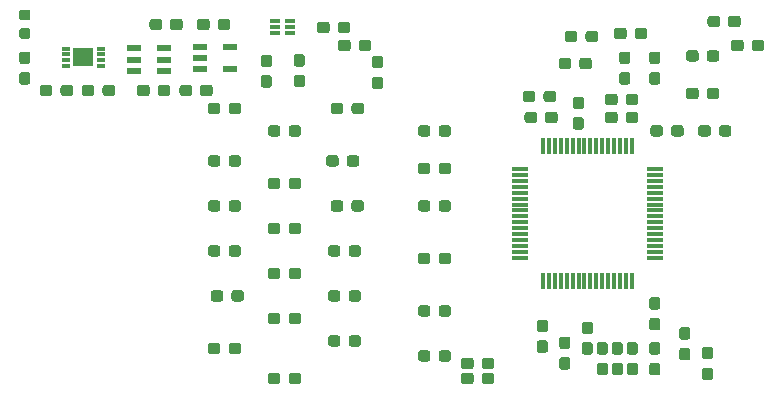
<source format=gbr>
G04 #@! TF.GenerationSoftware,KiCad,Pcbnew,(5.0.2)-1*
G04 #@! TF.CreationDate,2019-04-18T12:23:36+05:30*
G04 #@! TF.ProjectId,ti_based,74695f62-6173-4656-942e-6b696361645f,rev?*
G04 #@! TF.SameCoordinates,Original*
G04 #@! TF.FileFunction,Paste,Top*
G04 #@! TF.FilePolarity,Positive*
%FSLAX46Y46*%
G04 Gerber Fmt 4.6, Leading zero omitted, Abs format (unit mm)*
G04 Created by KiCad (PCBNEW (5.0.2)-1) date 18/04/2019 12:23:36*
%MOMM*%
%LPD*%
G01*
G04 APERTURE LIST*
%ADD10C,0.100000*%
%ADD11C,0.950000*%
%ADD12C,0.875000*%
%ADD13R,1.200000X0.600000*%
%ADD14R,1.475000X0.300000*%
%ADD15R,0.300000X1.475000*%
%ADD16R,0.800000X0.300000*%
%ADD17R,1.750000X1.550000*%
%ADD18R,0.914400X0.304800*%
G04 APERTURE END LIST*
D10*
G04 #@! TO.C,C1*
G36*
X100132779Y-38388144D02*
X100155834Y-38391563D01*
X100178443Y-38397227D01*
X100200387Y-38405079D01*
X100221457Y-38415044D01*
X100241448Y-38427026D01*
X100260168Y-38440910D01*
X100277438Y-38456562D01*
X100293090Y-38473832D01*
X100306974Y-38492552D01*
X100318956Y-38512543D01*
X100328921Y-38533613D01*
X100336773Y-38555557D01*
X100342437Y-38578166D01*
X100345856Y-38601221D01*
X100347000Y-38624500D01*
X100347000Y-39099500D01*
X100345856Y-39122779D01*
X100342437Y-39145834D01*
X100336773Y-39168443D01*
X100328921Y-39190387D01*
X100318956Y-39211457D01*
X100306974Y-39231448D01*
X100293090Y-39250168D01*
X100277438Y-39267438D01*
X100260168Y-39283090D01*
X100241448Y-39296974D01*
X100221457Y-39308956D01*
X100200387Y-39318921D01*
X100178443Y-39326773D01*
X100155834Y-39332437D01*
X100132779Y-39335856D01*
X100109500Y-39337000D01*
X99534500Y-39337000D01*
X99511221Y-39335856D01*
X99488166Y-39332437D01*
X99465557Y-39326773D01*
X99443613Y-39318921D01*
X99422543Y-39308956D01*
X99402552Y-39296974D01*
X99383832Y-39283090D01*
X99366562Y-39267438D01*
X99350910Y-39250168D01*
X99337026Y-39231448D01*
X99325044Y-39211457D01*
X99315079Y-39190387D01*
X99307227Y-39168443D01*
X99301563Y-39145834D01*
X99298144Y-39122779D01*
X99297000Y-39099500D01*
X99297000Y-38624500D01*
X99298144Y-38601221D01*
X99301563Y-38578166D01*
X99307227Y-38555557D01*
X99315079Y-38533613D01*
X99325044Y-38512543D01*
X99337026Y-38492552D01*
X99350910Y-38473832D01*
X99366562Y-38456562D01*
X99383832Y-38440910D01*
X99402552Y-38427026D01*
X99422543Y-38415044D01*
X99443613Y-38405079D01*
X99465557Y-38397227D01*
X99488166Y-38391563D01*
X99511221Y-38388144D01*
X99534500Y-38387000D01*
X100109500Y-38387000D01*
X100132779Y-38388144D01*
X100132779Y-38388144D01*
G37*
D11*
X99822000Y-38862000D03*
D10*
G36*
X98382779Y-38388144D02*
X98405834Y-38391563D01*
X98428443Y-38397227D01*
X98450387Y-38405079D01*
X98471457Y-38415044D01*
X98491448Y-38427026D01*
X98510168Y-38440910D01*
X98527438Y-38456562D01*
X98543090Y-38473832D01*
X98556974Y-38492552D01*
X98568956Y-38512543D01*
X98578921Y-38533613D01*
X98586773Y-38555557D01*
X98592437Y-38578166D01*
X98595856Y-38601221D01*
X98597000Y-38624500D01*
X98597000Y-39099500D01*
X98595856Y-39122779D01*
X98592437Y-39145834D01*
X98586773Y-39168443D01*
X98578921Y-39190387D01*
X98568956Y-39211457D01*
X98556974Y-39231448D01*
X98543090Y-39250168D01*
X98527438Y-39267438D01*
X98510168Y-39283090D01*
X98491448Y-39296974D01*
X98471457Y-39308956D01*
X98450387Y-39318921D01*
X98428443Y-39326773D01*
X98405834Y-39332437D01*
X98382779Y-39335856D01*
X98359500Y-39337000D01*
X97784500Y-39337000D01*
X97761221Y-39335856D01*
X97738166Y-39332437D01*
X97715557Y-39326773D01*
X97693613Y-39318921D01*
X97672543Y-39308956D01*
X97652552Y-39296974D01*
X97633832Y-39283090D01*
X97616562Y-39267438D01*
X97600910Y-39250168D01*
X97587026Y-39231448D01*
X97575044Y-39211457D01*
X97565079Y-39190387D01*
X97557227Y-39168443D01*
X97551563Y-39145834D01*
X97548144Y-39122779D01*
X97547000Y-39099500D01*
X97547000Y-38624500D01*
X97548144Y-38601221D01*
X97551563Y-38578166D01*
X97557227Y-38555557D01*
X97565079Y-38533613D01*
X97575044Y-38512543D01*
X97587026Y-38492552D01*
X97600910Y-38473832D01*
X97616562Y-38456562D01*
X97633832Y-38440910D01*
X97652552Y-38427026D01*
X97672543Y-38415044D01*
X97693613Y-38405079D01*
X97715557Y-38397227D01*
X97738166Y-38391563D01*
X97761221Y-38388144D01*
X97784500Y-38387000D01*
X98359500Y-38387000D01*
X98382779Y-38388144D01*
X98382779Y-38388144D01*
G37*
D11*
X98072000Y-38862000D03*
G04 #@! TD*
D10*
G04 #@! TO.C,C2*
G36*
X66632779Y-30514144D02*
X66655834Y-30517563D01*
X66678443Y-30523227D01*
X66700387Y-30531079D01*
X66721457Y-30541044D01*
X66741448Y-30553026D01*
X66760168Y-30566910D01*
X66777438Y-30582562D01*
X66793090Y-30599832D01*
X66806974Y-30618552D01*
X66818956Y-30638543D01*
X66828921Y-30659613D01*
X66836773Y-30681557D01*
X66842437Y-30704166D01*
X66845856Y-30727221D01*
X66847000Y-30750500D01*
X66847000Y-31225500D01*
X66845856Y-31248779D01*
X66842437Y-31271834D01*
X66836773Y-31294443D01*
X66828921Y-31316387D01*
X66818956Y-31337457D01*
X66806974Y-31357448D01*
X66793090Y-31376168D01*
X66777438Y-31393438D01*
X66760168Y-31409090D01*
X66741448Y-31422974D01*
X66721457Y-31434956D01*
X66700387Y-31444921D01*
X66678443Y-31452773D01*
X66655834Y-31458437D01*
X66632779Y-31461856D01*
X66609500Y-31463000D01*
X66034500Y-31463000D01*
X66011221Y-31461856D01*
X65988166Y-31458437D01*
X65965557Y-31452773D01*
X65943613Y-31444921D01*
X65922543Y-31434956D01*
X65902552Y-31422974D01*
X65883832Y-31409090D01*
X65866562Y-31393438D01*
X65850910Y-31376168D01*
X65837026Y-31357448D01*
X65825044Y-31337457D01*
X65815079Y-31316387D01*
X65807227Y-31294443D01*
X65801563Y-31271834D01*
X65798144Y-31248779D01*
X65797000Y-31225500D01*
X65797000Y-30750500D01*
X65798144Y-30727221D01*
X65801563Y-30704166D01*
X65807227Y-30681557D01*
X65815079Y-30659613D01*
X65825044Y-30638543D01*
X65837026Y-30618552D01*
X65850910Y-30599832D01*
X65866562Y-30582562D01*
X65883832Y-30566910D01*
X65902552Y-30553026D01*
X65922543Y-30541044D01*
X65943613Y-30531079D01*
X65965557Y-30523227D01*
X65988166Y-30517563D01*
X66011221Y-30514144D01*
X66034500Y-30513000D01*
X66609500Y-30513000D01*
X66632779Y-30514144D01*
X66632779Y-30514144D01*
G37*
D11*
X66322000Y-30988000D03*
D10*
G36*
X68382779Y-30514144D02*
X68405834Y-30517563D01*
X68428443Y-30523227D01*
X68450387Y-30531079D01*
X68471457Y-30541044D01*
X68491448Y-30553026D01*
X68510168Y-30566910D01*
X68527438Y-30582562D01*
X68543090Y-30599832D01*
X68556974Y-30618552D01*
X68568956Y-30638543D01*
X68578921Y-30659613D01*
X68586773Y-30681557D01*
X68592437Y-30704166D01*
X68595856Y-30727221D01*
X68597000Y-30750500D01*
X68597000Y-31225500D01*
X68595856Y-31248779D01*
X68592437Y-31271834D01*
X68586773Y-31294443D01*
X68578921Y-31316387D01*
X68568956Y-31337457D01*
X68556974Y-31357448D01*
X68543090Y-31376168D01*
X68527438Y-31393438D01*
X68510168Y-31409090D01*
X68491448Y-31422974D01*
X68471457Y-31434956D01*
X68450387Y-31444921D01*
X68428443Y-31452773D01*
X68405834Y-31458437D01*
X68382779Y-31461856D01*
X68359500Y-31463000D01*
X67784500Y-31463000D01*
X67761221Y-31461856D01*
X67738166Y-31458437D01*
X67715557Y-31452773D01*
X67693613Y-31444921D01*
X67672543Y-31434956D01*
X67652552Y-31422974D01*
X67633832Y-31409090D01*
X67616562Y-31393438D01*
X67600910Y-31376168D01*
X67587026Y-31357448D01*
X67575044Y-31337457D01*
X67565079Y-31316387D01*
X67557227Y-31294443D01*
X67551563Y-31271834D01*
X67548144Y-31248779D01*
X67547000Y-31225500D01*
X67547000Y-30750500D01*
X67548144Y-30727221D01*
X67551563Y-30704166D01*
X67557227Y-30681557D01*
X67565079Y-30659613D01*
X67575044Y-30638543D01*
X67587026Y-30618552D01*
X67600910Y-30599832D01*
X67616562Y-30582562D01*
X67633832Y-30566910D01*
X67652552Y-30553026D01*
X67672543Y-30541044D01*
X67693613Y-30531079D01*
X67715557Y-30523227D01*
X67738166Y-30517563D01*
X67761221Y-30514144D01*
X67784500Y-30513000D01*
X68359500Y-30513000D01*
X68382779Y-30514144D01*
X68382779Y-30514144D01*
G37*
D11*
X68072000Y-30988000D03*
G04 #@! TD*
D10*
G04 #@! TO.C,C3*
G36*
X67338779Y-36102144D02*
X67361834Y-36105563D01*
X67384443Y-36111227D01*
X67406387Y-36119079D01*
X67427457Y-36129044D01*
X67447448Y-36141026D01*
X67466168Y-36154910D01*
X67483438Y-36170562D01*
X67499090Y-36187832D01*
X67512974Y-36206552D01*
X67524956Y-36226543D01*
X67534921Y-36247613D01*
X67542773Y-36269557D01*
X67548437Y-36292166D01*
X67551856Y-36315221D01*
X67553000Y-36338500D01*
X67553000Y-36813500D01*
X67551856Y-36836779D01*
X67548437Y-36859834D01*
X67542773Y-36882443D01*
X67534921Y-36904387D01*
X67524956Y-36925457D01*
X67512974Y-36945448D01*
X67499090Y-36964168D01*
X67483438Y-36981438D01*
X67466168Y-36997090D01*
X67447448Y-37010974D01*
X67427457Y-37022956D01*
X67406387Y-37032921D01*
X67384443Y-37040773D01*
X67361834Y-37046437D01*
X67338779Y-37049856D01*
X67315500Y-37051000D01*
X66740500Y-37051000D01*
X66717221Y-37049856D01*
X66694166Y-37046437D01*
X66671557Y-37040773D01*
X66649613Y-37032921D01*
X66628543Y-37022956D01*
X66608552Y-37010974D01*
X66589832Y-36997090D01*
X66572562Y-36981438D01*
X66556910Y-36964168D01*
X66543026Y-36945448D01*
X66531044Y-36925457D01*
X66521079Y-36904387D01*
X66513227Y-36882443D01*
X66507563Y-36859834D01*
X66504144Y-36836779D01*
X66503000Y-36813500D01*
X66503000Y-36338500D01*
X66504144Y-36315221D01*
X66507563Y-36292166D01*
X66513227Y-36269557D01*
X66521079Y-36247613D01*
X66531044Y-36226543D01*
X66543026Y-36206552D01*
X66556910Y-36187832D01*
X66572562Y-36170562D01*
X66589832Y-36154910D01*
X66608552Y-36141026D01*
X66628543Y-36129044D01*
X66649613Y-36119079D01*
X66671557Y-36111227D01*
X66694166Y-36105563D01*
X66717221Y-36102144D01*
X66740500Y-36101000D01*
X67315500Y-36101000D01*
X67338779Y-36102144D01*
X67338779Y-36102144D01*
G37*
D11*
X67028000Y-36576000D03*
D10*
G36*
X65588779Y-36102144D02*
X65611834Y-36105563D01*
X65634443Y-36111227D01*
X65656387Y-36119079D01*
X65677457Y-36129044D01*
X65697448Y-36141026D01*
X65716168Y-36154910D01*
X65733438Y-36170562D01*
X65749090Y-36187832D01*
X65762974Y-36206552D01*
X65774956Y-36226543D01*
X65784921Y-36247613D01*
X65792773Y-36269557D01*
X65798437Y-36292166D01*
X65801856Y-36315221D01*
X65803000Y-36338500D01*
X65803000Y-36813500D01*
X65801856Y-36836779D01*
X65798437Y-36859834D01*
X65792773Y-36882443D01*
X65784921Y-36904387D01*
X65774956Y-36925457D01*
X65762974Y-36945448D01*
X65749090Y-36964168D01*
X65733438Y-36981438D01*
X65716168Y-36997090D01*
X65697448Y-37010974D01*
X65677457Y-37022956D01*
X65656387Y-37032921D01*
X65634443Y-37040773D01*
X65611834Y-37046437D01*
X65588779Y-37049856D01*
X65565500Y-37051000D01*
X64990500Y-37051000D01*
X64967221Y-37049856D01*
X64944166Y-37046437D01*
X64921557Y-37040773D01*
X64899613Y-37032921D01*
X64878543Y-37022956D01*
X64858552Y-37010974D01*
X64839832Y-36997090D01*
X64822562Y-36981438D01*
X64806910Y-36964168D01*
X64793026Y-36945448D01*
X64781044Y-36925457D01*
X64771079Y-36904387D01*
X64763227Y-36882443D01*
X64757563Y-36859834D01*
X64754144Y-36836779D01*
X64753000Y-36813500D01*
X64753000Y-36338500D01*
X64754144Y-36315221D01*
X64757563Y-36292166D01*
X64763227Y-36269557D01*
X64771079Y-36247613D01*
X64781044Y-36226543D01*
X64793026Y-36206552D01*
X64806910Y-36187832D01*
X64822562Y-36170562D01*
X64839832Y-36154910D01*
X64858552Y-36141026D01*
X64878543Y-36129044D01*
X64899613Y-36119079D01*
X64921557Y-36111227D01*
X64944166Y-36105563D01*
X64967221Y-36102144D01*
X64990500Y-36101000D01*
X65565500Y-36101000D01*
X65588779Y-36102144D01*
X65588779Y-36102144D01*
G37*
D11*
X65278000Y-36576000D03*
G04 #@! TD*
D10*
G04 #@! TO.C,C4*
G36*
X98241779Y-36610144D02*
X98264834Y-36613563D01*
X98287443Y-36619227D01*
X98309387Y-36627079D01*
X98330457Y-36637044D01*
X98350448Y-36649026D01*
X98369168Y-36662910D01*
X98386438Y-36678562D01*
X98402090Y-36695832D01*
X98415974Y-36714552D01*
X98427956Y-36734543D01*
X98437921Y-36755613D01*
X98445773Y-36777557D01*
X98451437Y-36800166D01*
X98454856Y-36823221D01*
X98456000Y-36846500D01*
X98456000Y-37321500D01*
X98454856Y-37344779D01*
X98451437Y-37367834D01*
X98445773Y-37390443D01*
X98437921Y-37412387D01*
X98427956Y-37433457D01*
X98415974Y-37453448D01*
X98402090Y-37472168D01*
X98386438Y-37489438D01*
X98369168Y-37505090D01*
X98350448Y-37518974D01*
X98330457Y-37530956D01*
X98309387Y-37540921D01*
X98287443Y-37548773D01*
X98264834Y-37554437D01*
X98241779Y-37557856D01*
X98218500Y-37559000D01*
X97643500Y-37559000D01*
X97620221Y-37557856D01*
X97597166Y-37554437D01*
X97574557Y-37548773D01*
X97552613Y-37540921D01*
X97531543Y-37530956D01*
X97511552Y-37518974D01*
X97492832Y-37505090D01*
X97475562Y-37489438D01*
X97459910Y-37472168D01*
X97446026Y-37453448D01*
X97434044Y-37433457D01*
X97424079Y-37412387D01*
X97416227Y-37390443D01*
X97410563Y-37367834D01*
X97407144Y-37344779D01*
X97406000Y-37321500D01*
X97406000Y-36846500D01*
X97407144Y-36823221D01*
X97410563Y-36800166D01*
X97416227Y-36777557D01*
X97424079Y-36755613D01*
X97434044Y-36734543D01*
X97446026Y-36714552D01*
X97459910Y-36695832D01*
X97475562Y-36678562D01*
X97492832Y-36662910D01*
X97511552Y-36649026D01*
X97531543Y-36637044D01*
X97552613Y-36627079D01*
X97574557Y-36619227D01*
X97597166Y-36613563D01*
X97620221Y-36610144D01*
X97643500Y-36609000D01*
X98218500Y-36609000D01*
X98241779Y-36610144D01*
X98241779Y-36610144D01*
G37*
D11*
X97931000Y-37084000D03*
D10*
G36*
X99991779Y-36610144D02*
X100014834Y-36613563D01*
X100037443Y-36619227D01*
X100059387Y-36627079D01*
X100080457Y-36637044D01*
X100100448Y-36649026D01*
X100119168Y-36662910D01*
X100136438Y-36678562D01*
X100152090Y-36695832D01*
X100165974Y-36714552D01*
X100177956Y-36734543D01*
X100187921Y-36755613D01*
X100195773Y-36777557D01*
X100201437Y-36800166D01*
X100204856Y-36823221D01*
X100206000Y-36846500D01*
X100206000Y-37321500D01*
X100204856Y-37344779D01*
X100201437Y-37367834D01*
X100195773Y-37390443D01*
X100187921Y-37412387D01*
X100177956Y-37433457D01*
X100165974Y-37453448D01*
X100152090Y-37472168D01*
X100136438Y-37489438D01*
X100119168Y-37505090D01*
X100100448Y-37518974D01*
X100080457Y-37530956D01*
X100059387Y-37540921D01*
X100037443Y-37548773D01*
X100014834Y-37554437D01*
X99991779Y-37557856D01*
X99968500Y-37559000D01*
X99393500Y-37559000D01*
X99370221Y-37557856D01*
X99347166Y-37554437D01*
X99324557Y-37548773D01*
X99302613Y-37540921D01*
X99281543Y-37530956D01*
X99261552Y-37518974D01*
X99242832Y-37505090D01*
X99225562Y-37489438D01*
X99209910Y-37472168D01*
X99196026Y-37453448D01*
X99184044Y-37433457D01*
X99174079Y-37412387D01*
X99166227Y-37390443D01*
X99160563Y-37367834D01*
X99157144Y-37344779D01*
X99156000Y-37321500D01*
X99156000Y-36846500D01*
X99157144Y-36823221D01*
X99160563Y-36800166D01*
X99166227Y-36777557D01*
X99174079Y-36755613D01*
X99184044Y-36734543D01*
X99196026Y-36714552D01*
X99209910Y-36695832D01*
X99225562Y-36678562D01*
X99242832Y-36662910D01*
X99261552Y-36649026D01*
X99281543Y-36637044D01*
X99302613Y-36627079D01*
X99324557Y-36619227D01*
X99347166Y-36613563D01*
X99370221Y-36610144D01*
X99393500Y-36609000D01*
X99968500Y-36609000D01*
X99991779Y-36610144D01*
X99991779Y-36610144D01*
G37*
D11*
X99681000Y-37084000D03*
G04 #@! TD*
D10*
G04 #@! TO.C,C5*
G36*
X59097779Y-36102144D02*
X59120834Y-36105563D01*
X59143443Y-36111227D01*
X59165387Y-36119079D01*
X59186457Y-36129044D01*
X59206448Y-36141026D01*
X59225168Y-36154910D01*
X59242438Y-36170562D01*
X59258090Y-36187832D01*
X59271974Y-36206552D01*
X59283956Y-36226543D01*
X59293921Y-36247613D01*
X59301773Y-36269557D01*
X59307437Y-36292166D01*
X59310856Y-36315221D01*
X59312000Y-36338500D01*
X59312000Y-36813500D01*
X59310856Y-36836779D01*
X59307437Y-36859834D01*
X59301773Y-36882443D01*
X59293921Y-36904387D01*
X59283956Y-36925457D01*
X59271974Y-36945448D01*
X59258090Y-36964168D01*
X59242438Y-36981438D01*
X59225168Y-36997090D01*
X59206448Y-37010974D01*
X59186457Y-37022956D01*
X59165387Y-37032921D01*
X59143443Y-37040773D01*
X59120834Y-37046437D01*
X59097779Y-37049856D01*
X59074500Y-37051000D01*
X58499500Y-37051000D01*
X58476221Y-37049856D01*
X58453166Y-37046437D01*
X58430557Y-37040773D01*
X58408613Y-37032921D01*
X58387543Y-37022956D01*
X58367552Y-37010974D01*
X58348832Y-36997090D01*
X58331562Y-36981438D01*
X58315910Y-36964168D01*
X58302026Y-36945448D01*
X58290044Y-36925457D01*
X58280079Y-36904387D01*
X58272227Y-36882443D01*
X58266563Y-36859834D01*
X58263144Y-36836779D01*
X58262000Y-36813500D01*
X58262000Y-36338500D01*
X58263144Y-36315221D01*
X58266563Y-36292166D01*
X58272227Y-36269557D01*
X58280079Y-36247613D01*
X58290044Y-36226543D01*
X58302026Y-36206552D01*
X58315910Y-36187832D01*
X58331562Y-36170562D01*
X58348832Y-36154910D01*
X58367552Y-36141026D01*
X58387543Y-36129044D01*
X58408613Y-36119079D01*
X58430557Y-36111227D01*
X58453166Y-36105563D01*
X58476221Y-36102144D01*
X58499500Y-36101000D01*
X59074500Y-36101000D01*
X59097779Y-36102144D01*
X59097779Y-36102144D01*
G37*
D11*
X58787000Y-36576000D03*
D10*
G36*
X57347779Y-36102144D02*
X57370834Y-36105563D01*
X57393443Y-36111227D01*
X57415387Y-36119079D01*
X57436457Y-36129044D01*
X57456448Y-36141026D01*
X57475168Y-36154910D01*
X57492438Y-36170562D01*
X57508090Y-36187832D01*
X57521974Y-36206552D01*
X57533956Y-36226543D01*
X57543921Y-36247613D01*
X57551773Y-36269557D01*
X57557437Y-36292166D01*
X57560856Y-36315221D01*
X57562000Y-36338500D01*
X57562000Y-36813500D01*
X57560856Y-36836779D01*
X57557437Y-36859834D01*
X57551773Y-36882443D01*
X57543921Y-36904387D01*
X57533956Y-36925457D01*
X57521974Y-36945448D01*
X57508090Y-36964168D01*
X57492438Y-36981438D01*
X57475168Y-36997090D01*
X57456448Y-37010974D01*
X57436457Y-37022956D01*
X57415387Y-37032921D01*
X57393443Y-37040773D01*
X57370834Y-37046437D01*
X57347779Y-37049856D01*
X57324500Y-37051000D01*
X56749500Y-37051000D01*
X56726221Y-37049856D01*
X56703166Y-37046437D01*
X56680557Y-37040773D01*
X56658613Y-37032921D01*
X56637543Y-37022956D01*
X56617552Y-37010974D01*
X56598832Y-36997090D01*
X56581562Y-36981438D01*
X56565910Y-36964168D01*
X56552026Y-36945448D01*
X56540044Y-36925457D01*
X56530079Y-36904387D01*
X56522227Y-36882443D01*
X56516563Y-36859834D01*
X56513144Y-36836779D01*
X56512000Y-36813500D01*
X56512000Y-36338500D01*
X56513144Y-36315221D01*
X56516563Y-36292166D01*
X56522227Y-36269557D01*
X56530079Y-36247613D01*
X56540044Y-36226543D01*
X56552026Y-36206552D01*
X56565910Y-36187832D01*
X56581562Y-36170562D01*
X56598832Y-36154910D01*
X56617552Y-36141026D01*
X56637543Y-36129044D01*
X56658613Y-36119079D01*
X56680557Y-36111227D01*
X56703166Y-36105563D01*
X56726221Y-36102144D01*
X56749500Y-36101000D01*
X57324500Y-36101000D01*
X57347779Y-36102144D01*
X57347779Y-36102144D01*
G37*
D11*
X57037000Y-36576000D03*
G04 #@! TD*
D10*
G04 #@! TO.C,C6*
G36*
X115880779Y-32292144D02*
X115903834Y-32295563D01*
X115926443Y-32301227D01*
X115948387Y-32309079D01*
X115969457Y-32319044D01*
X115989448Y-32331026D01*
X116008168Y-32344910D01*
X116025438Y-32360562D01*
X116041090Y-32377832D01*
X116054974Y-32396552D01*
X116066956Y-32416543D01*
X116076921Y-32437613D01*
X116084773Y-32459557D01*
X116090437Y-32482166D01*
X116093856Y-32505221D01*
X116095000Y-32528500D01*
X116095000Y-33003500D01*
X116093856Y-33026779D01*
X116090437Y-33049834D01*
X116084773Y-33072443D01*
X116076921Y-33094387D01*
X116066956Y-33115457D01*
X116054974Y-33135448D01*
X116041090Y-33154168D01*
X116025438Y-33171438D01*
X116008168Y-33187090D01*
X115989448Y-33200974D01*
X115969457Y-33212956D01*
X115948387Y-33222921D01*
X115926443Y-33230773D01*
X115903834Y-33236437D01*
X115880779Y-33239856D01*
X115857500Y-33241000D01*
X115282500Y-33241000D01*
X115259221Y-33239856D01*
X115236166Y-33236437D01*
X115213557Y-33230773D01*
X115191613Y-33222921D01*
X115170543Y-33212956D01*
X115150552Y-33200974D01*
X115131832Y-33187090D01*
X115114562Y-33171438D01*
X115098910Y-33154168D01*
X115085026Y-33135448D01*
X115073044Y-33115457D01*
X115063079Y-33094387D01*
X115055227Y-33072443D01*
X115049563Y-33049834D01*
X115046144Y-33026779D01*
X115045000Y-33003500D01*
X115045000Y-32528500D01*
X115046144Y-32505221D01*
X115049563Y-32482166D01*
X115055227Y-32459557D01*
X115063079Y-32437613D01*
X115073044Y-32416543D01*
X115085026Y-32396552D01*
X115098910Y-32377832D01*
X115114562Y-32360562D01*
X115131832Y-32344910D01*
X115150552Y-32331026D01*
X115170543Y-32319044D01*
X115191613Y-32309079D01*
X115213557Y-32301227D01*
X115236166Y-32295563D01*
X115259221Y-32292144D01*
X115282500Y-32291000D01*
X115857500Y-32291000D01*
X115880779Y-32292144D01*
X115880779Y-32292144D01*
G37*
D11*
X115570000Y-32766000D03*
D10*
G36*
X117630779Y-32292144D02*
X117653834Y-32295563D01*
X117676443Y-32301227D01*
X117698387Y-32309079D01*
X117719457Y-32319044D01*
X117739448Y-32331026D01*
X117758168Y-32344910D01*
X117775438Y-32360562D01*
X117791090Y-32377832D01*
X117804974Y-32396552D01*
X117816956Y-32416543D01*
X117826921Y-32437613D01*
X117834773Y-32459557D01*
X117840437Y-32482166D01*
X117843856Y-32505221D01*
X117845000Y-32528500D01*
X117845000Y-33003500D01*
X117843856Y-33026779D01*
X117840437Y-33049834D01*
X117834773Y-33072443D01*
X117826921Y-33094387D01*
X117816956Y-33115457D01*
X117804974Y-33135448D01*
X117791090Y-33154168D01*
X117775438Y-33171438D01*
X117758168Y-33187090D01*
X117739448Y-33200974D01*
X117719457Y-33212956D01*
X117698387Y-33222921D01*
X117676443Y-33230773D01*
X117653834Y-33236437D01*
X117630779Y-33239856D01*
X117607500Y-33241000D01*
X117032500Y-33241000D01*
X117009221Y-33239856D01*
X116986166Y-33236437D01*
X116963557Y-33230773D01*
X116941613Y-33222921D01*
X116920543Y-33212956D01*
X116900552Y-33200974D01*
X116881832Y-33187090D01*
X116864562Y-33171438D01*
X116848910Y-33154168D01*
X116835026Y-33135448D01*
X116823044Y-33115457D01*
X116813079Y-33094387D01*
X116805227Y-33072443D01*
X116799563Y-33049834D01*
X116796144Y-33026779D01*
X116795000Y-33003500D01*
X116795000Y-32528500D01*
X116796144Y-32505221D01*
X116799563Y-32482166D01*
X116805227Y-32459557D01*
X116813079Y-32437613D01*
X116823044Y-32416543D01*
X116835026Y-32396552D01*
X116848910Y-32377832D01*
X116864562Y-32360562D01*
X116881832Y-32344910D01*
X116900552Y-32331026D01*
X116920543Y-32319044D01*
X116941613Y-32309079D01*
X116963557Y-32301227D01*
X116986166Y-32295563D01*
X117009221Y-32292144D01*
X117032500Y-32291000D01*
X117607500Y-32291000D01*
X117630779Y-32292144D01*
X117630779Y-32292144D01*
G37*
D11*
X117320000Y-32766000D03*
G04 #@! TD*
D10*
G04 #@! TO.C,C7*
G36*
X115626779Y-30260144D02*
X115649834Y-30263563D01*
X115672443Y-30269227D01*
X115694387Y-30277079D01*
X115715457Y-30287044D01*
X115735448Y-30299026D01*
X115754168Y-30312910D01*
X115771438Y-30328562D01*
X115787090Y-30345832D01*
X115800974Y-30364552D01*
X115812956Y-30384543D01*
X115822921Y-30405613D01*
X115830773Y-30427557D01*
X115836437Y-30450166D01*
X115839856Y-30473221D01*
X115841000Y-30496500D01*
X115841000Y-30971500D01*
X115839856Y-30994779D01*
X115836437Y-31017834D01*
X115830773Y-31040443D01*
X115822921Y-31062387D01*
X115812956Y-31083457D01*
X115800974Y-31103448D01*
X115787090Y-31122168D01*
X115771438Y-31139438D01*
X115754168Y-31155090D01*
X115735448Y-31168974D01*
X115715457Y-31180956D01*
X115694387Y-31190921D01*
X115672443Y-31198773D01*
X115649834Y-31204437D01*
X115626779Y-31207856D01*
X115603500Y-31209000D01*
X115028500Y-31209000D01*
X115005221Y-31207856D01*
X114982166Y-31204437D01*
X114959557Y-31198773D01*
X114937613Y-31190921D01*
X114916543Y-31180956D01*
X114896552Y-31168974D01*
X114877832Y-31155090D01*
X114860562Y-31139438D01*
X114844910Y-31122168D01*
X114831026Y-31103448D01*
X114819044Y-31083457D01*
X114809079Y-31062387D01*
X114801227Y-31040443D01*
X114795563Y-31017834D01*
X114792144Y-30994779D01*
X114791000Y-30971500D01*
X114791000Y-30496500D01*
X114792144Y-30473221D01*
X114795563Y-30450166D01*
X114801227Y-30427557D01*
X114809079Y-30405613D01*
X114819044Y-30384543D01*
X114831026Y-30364552D01*
X114844910Y-30345832D01*
X114860562Y-30328562D01*
X114877832Y-30312910D01*
X114896552Y-30299026D01*
X114916543Y-30287044D01*
X114937613Y-30277079D01*
X114959557Y-30269227D01*
X114982166Y-30263563D01*
X115005221Y-30260144D01*
X115028500Y-30259000D01*
X115603500Y-30259000D01*
X115626779Y-30260144D01*
X115626779Y-30260144D01*
G37*
D11*
X115316000Y-30734000D03*
D10*
G36*
X113876779Y-30260144D02*
X113899834Y-30263563D01*
X113922443Y-30269227D01*
X113944387Y-30277079D01*
X113965457Y-30287044D01*
X113985448Y-30299026D01*
X114004168Y-30312910D01*
X114021438Y-30328562D01*
X114037090Y-30345832D01*
X114050974Y-30364552D01*
X114062956Y-30384543D01*
X114072921Y-30405613D01*
X114080773Y-30427557D01*
X114086437Y-30450166D01*
X114089856Y-30473221D01*
X114091000Y-30496500D01*
X114091000Y-30971500D01*
X114089856Y-30994779D01*
X114086437Y-31017834D01*
X114080773Y-31040443D01*
X114072921Y-31062387D01*
X114062956Y-31083457D01*
X114050974Y-31103448D01*
X114037090Y-31122168D01*
X114021438Y-31139438D01*
X114004168Y-31155090D01*
X113985448Y-31168974D01*
X113965457Y-31180956D01*
X113944387Y-31190921D01*
X113922443Y-31198773D01*
X113899834Y-31204437D01*
X113876779Y-31207856D01*
X113853500Y-31209000D01*
X113278500Y-31209000D01*
X113255221Y-31207856D01*
X113232166Y-31204437D01*
X113209557Y-31198773D01*
X113187613Y-31190921D01*
X113166543Y-31180956D01*
X113146552Y-31168974D01*
X113127832Y-31155090D01*
X113110562Y-31139438D01*
X113094910Y-31122168D01*
X113081026Y-31103448D01*
X113069044Y-31083457D01*
X113059079Y-31062387D01*
X113051227Y-31040443D01*
X113045563Y-31017834D01*
X113042144Y-30994779D01*
X113041000Y-30971500D01*
X113041000Y-30496500D01*
X113042144Y-30473221D01*
X113045563Y-30450166D01*
X113051227Y-30427557D01*
X113059079Y-30405613D01*
X113069044Y-30384543D01*
X113081026Y-30364552D01*
X113094910Y-30345832D01*
X113110562Y-30328562D01*
X113127832Y-30312910D01*
X113146552Y-30299026D01*
X113166543Y-30287044D01*
X113187613Y-30277079D01*
X113209557Y-30269227D01*
X113232166Y-30263563D01*
X113255221Y-30260144D01*
X113278500Y-30259000D01*
X113853500Y-30259000D01*
X113876779Y-30260144D01*
X113876779Y-30260144D01*
G37*
D11*
X113566000Y-30734000D03*
G04 #@! TD*
D10*
G04 #@! TO.C,C8*
G36*
X105212779Y-38388144D02*
X105235834Y-38391563D01*
X105258443Y-38397227D01*
X105280387Y-38405079D01*
X105301457Y-38415044D01*
X105321448Y-38427026D01*
X105340168Y-38440910D01*
X105357438Y-38456562D01*
X105373090Y-38473832D01*
X105386974Y-38492552D01*
X105398956Y-38512543D01*
X105408921Y-38533613D01*
X105416773Y-38555557D01*
X105422437Y-38578166D01*
X105425856Y-38601221D01*
X105427000Y-38624500D01*
X105427000Y-39099500D01*
X105425856Y-39122779D01*
X105422437Y-39145834D01*
X105416773Y-39168443D01*
X105408921Y-39190387D01*
X105398956Y-39211457D01*
X105386974Y-39231448D01*
X105373090Y-39250168D01*
X105357438Y-39267438D01*
X105340168Y-39283090D01*
X105321448Y-39296974D01*
X105301457Y-39308956D01*
X105280387Y-39318921D01*
X105258443Y-39326773D01*
X105235834Y-39332437D01*
X105212779Y-39335856D01*
X105189500Y-39337000D01*
X104614500Y-39337000D01*
X104591221Y-39335856D01*
X104568166Y-39332437D01*
X104545557Y-39326773D01*
X104523613Y-39318921D01*
X104502543Y-39308956D01*
X104482552Y-39296974D01*
X104463832Y-39283090D01*
X104446562Y-39267438D01*
X104430910Y-39250168D01*
X104417026Y-39231448D01*
X104405044Y-39211457D01*
X104395079Y-39190387D01*
X104387227Y-39168443D01*
X104381563Y-39145834D01*
X104378144Y-39122779D01*
X104377000Y-39099500D01*
X104377000Y-38624500D01*
X104378144Y-38601221D01*
X104381563Y-38578166D01*
X104387227Y-38555557D01*
X104395079Y-38533613D01*
X104405044Y-38512543D01*
X104417026Y-38492552D01*
X104430910Y-38473832D01*
X104446562Y-38456562D01*
X104463832Y-38440910D01*
X104482552Y-38427026D01*
X104502543Y-38415044D01*
X104523613Y-38405079D01*
X104545557Y-38397227D01*
X104568166Y-38391563D01*
X104591221Y-38388144D01*
X104614500Y-38387000D01*
X105189500Y-38387000D01*
X105212779Y-38388144D01*
X105212779Y-38388144D01*
G37*
D11*
X104902000Y-38862000D03*
D10*
G36*
X106962779Y-38388144D02*
X106985834Y-38391563D01*
X107008443Y-38397227D01*
X107030387Y-38405079D01*
X107051457Y-38415044D01*
X107071448Y-38427026D01*
X107090168Y-38440910D01*
X107107438Y-38456562D01*
X107123090Y-38473832D01*
X107136974Y-38492552D01*
X107148956Y-38512543D01*
X107158921Y-38533613D01*
X107166773Y-38555557D01*
X107172437Y-38578166D01*
X107175856Y-38601221D01*
X107177000Y-38624500D01*
X107177000Y-39099500D01*
X107175856Y-39122779D01*
X107172437Y-39145834D01*
X107166773Y-39168443D01*
X107158921Y-39190387D01*
X107148956Y-39211457D01*
X107136974Y-39231448D01*
X107123090Y-39250168D01*
X107107438Y-39267438D01*
X107090168Y-39283090D01*
X107071448Y-39296974D01*
X107051457Y-39308956D01*
X107030387Y-39318921D01*
X107008443Y-39326773D01*
X106985834Y-39332437D01*
X106962779Y-39335856D01*
X106939500Y-39337000D01*
X106364500Y-39337000D01*
X106341221Y-39335856D01*
X106318166Y-39332437D01*
X106295557Y-39326773D01*
X106273613Y-39318921D01*
X106252543Y-39308956D01*
X106232552Y-39296974D01*
X106213832Y-39283090D01*
X106196562Y-39267438D01*
X106180910Y-39250168D01*
X106167026Y-39231448D01*
X106155044Y-39211457D01*
X106145079Y-39190387D01*
X106137227Y-39168443D01*
X106131563Y-39145834D01*
X106128144Y-39122779D01*
X106127000Y-39099500D01*
X106127000Y-38624500D01*
X106128144Y-38601221D01*
X106131563Y-38578166D01*
X106137227Y-38555557D01*
X106145079Y-38533613D01*
X106155044Y-38512543D01*
X106167026Y-38492552D01*
X106180910Y-38473832D01*
X106196562Y-38456562D01*
X106213832Y-38440910D01*
X106232552Y-38427026D01*
X106252543Y-38415044D01*
X106273613Y-38405079D01*
X106295557Y-38397227D01*
X106318166Y-38391563D01*
X106341221Y-38388144D01*
X106364500Y-38387000D01*
X106939500Y-38387000D01*
X106962779Y-38388144D01*
X106962779Y-38388144D01*
G37*
D11*
X106652000Y-38862000D03*
G04 #@! TD*
D10*
G04 #@! TO.C,C9*
G36*
X62653779Y-36102144D02*
X62676834Y-36105563D01*
X62699443Y-36111227D01*
X62721387Y-36119079D01*
X62742457Y-36129044D01*
X62762448Y-36141026D01*
X62781168Y-36154910D01*
X62798438Y-36170562D01*
X62814090Y-36187832D01*
X62827974Y-36206552D01*
X62839956Y-36226543D01*
X62849921Y-36247613D01*
X62857773Y-36269557D01*
X62863437Y-36292166D01*
X62866856Y-36315221D01*
X62868000Y-36338500D01*
X62868000Y-36813500D01*
X62866856Y-36836779D01*
X62863437Y-36859834D01*
X62857773Y-36882443D01*
X62849921Y-36904387D01*
X62839956Y-36925457D01*
X62827974Y-36945448D01*
X62814090Y-36964168D01*
X62798438Y-36981438D01*
X62781168Y-36997090D01*
X62762448Y-37010974D01*
X62742457Y-37022956D01*
X62721387Y-37032921D01*
X62699443Y-37040773D01*
X62676834Y-37046437D01*
X62653779Y-37049856D01*
X62630500Y-37051000D01*
X62055500Y-37051000D01*
X62032221Y-37049856D01*
X62009166Y-37046437D01*
X61986557Y-37040773D01*
X61964613Y-37032921D01*
X61943543Y-37022956D01*
X61923552Y-37010974D01*
X61904832Y-36997090D01*
X61887562Y-36981438D01*
X61871910Y-36964168D01*
X61858026Y-36945448D01*
X61846044Y-36925457D01*
X61836079Y-36904387D01*
X61828227Y-36882443D01*
X61822563Y-36859834D01*
X61819144Y-36836779D01*
X61818000Y-36813500D01*
X61818000Y-36338500D01*
X61819144Y-36315221D01*
X61822563Y-36292166D01*
X61828227Y-36269557D01*
X61836079Y-36247613D01*
X61846044Y-36226543D01*
X61858026Y-36206552D01*
X61871910Y-36187832D01*
X61887562Y-36170562D01*
X61904832Y-36154910D01*
X61923552Y-36141026D01*
X61943543Y-36129044D01*
X61964613Y-36119079D01*
X61986557Y-36111227D01*
X62009166Y-36105563D01*
X62032221Y-36102144D01*
X62055500Y-36101000D01*
X62630500Y-36101000D01*
X62653779Y-36102144D01*
X62653779Y-36102144D01*
G37*
D11*
X62343000Y-36576000D03*
D10*
G36*
X60903779Y-36102144D02*
X60926834Y-36105563D01*
X60949443Y-36111227D01*
X60971387Y-36119079D01*
X60992457Y-36129044D01*
X61012448Y-36141026D01*
X61031168Y-36154910D01*
X61048438Y-36170562D01*
X61064090Y-36187832D01*
X61077974Y-36206552D01*
X61089956Y-36226543D01*
X61099921Y-36247613D01*
X61107773Y-36269557D01*
X61113437Y-36292166D01*
X61116856Y-36315221D01*
X61118000Y-36338500D01*
X61118000Y-36813500D01*
X61116856Y-36836779D01*
X61113437Y-36859834D01*
X61107773Y-36882443D01*
X61099921Y-36904387D01*
X61089956Y-36925457D01*
X61077974Y-36945448D01*
X61064090Y-36964168D01*
X61048438Y-36981438D01*
X61031168Y-36997090D01*
X61012448Y-37010974D01*
X60992457Y-37022956D01*
X60971387Y-37032921D01*
X60949443Y-37040773D01*
X60926834Y-37046437D01*
X60903779Y-37049856D01*
X60880500Y-37051000D01*
X60305500Y-37051000D01*
X60282221Y-37049856D01*
X60259166Y-37046437D01*
X60236557Y-37040773D01*
X60214613Y-37032921D01*
X60193543Y-37022956D01*
X60173552Y-37010974D01*
X60154832Y-36997090D01*
X60137562Y-36981438D01*
X60121910Y-36964168D01*
X60108026Y-36945448D01*
X60096044Y-36925457D01*
X60086079Y-36904387D01*
X60078227Y-36882443D01*
X60072563Y-36859834D01*
X60069144Y-36836779D01*
X60068000Y-36813500D01*
X60068000Y-36338500D01*
X60069144Y-36315221D01*
X60072563Y-36292166D01*
X60078227Y-36269557D01*
X60086079Y-36247613D01*
X60096044Y-36226543D01*
X60108026Y-36206552D01*
X60121910Y-36187832D01*
X60137562Y-36170562D01*
X60154832Y-36154910D01*
X60173552Y-36141026D01*
X60193543Y-36129044D01*
X60214613Y-36119079D01*
X60236557Y-36111227D01*
X60259166Y-36105563D01*
X60282221Y-36102144D01*
X60305500Y-36101000D01*
X60880500Y-36101000D01*
X60903779Y-36102144D01*
X60903779Y-36102144D01*
G37*
D11*
X60593000Y-36576000D03*
G04 #@! TD*
D10*
G04 #@! TO.C,C10*
G36*
X106962779Y-36864144D02*
X106985834Y-36867563D01*
X107008443Y-36873227D01*
X107030387Y-36881079D01*
X107051457Y-36891044D01*
X107071448Y-36903026D01*
X107090168Y-36916910D01*
X107107438Y-36932562D01*
X107123090Y-36949832D01*
X107136974Y-36968552D01*
X107148956Y-36988543D01*
X107158921Y-37009613D01*
X107166773Y-37031557D01*
X107172437Y-37054166D01*
X107175856Y-37077221D01*
X107177000Y-37100500D01*
X107177000Y-37575500D01*
X107175856Y-37598779D01*
X107172437Y-37621834D01*
X107166773Y-37644443D01*
X107158921Y-37666387D01*
X107148956Y-37687457D01*
X107136974Y-37707448D01*
X107123090Y-37726168D01*
X107107438Y-37743438D01*
X107090168Y-37759090D01*
X107071448Y-37772974D01*
X107051457Y-37784956D01*
X107030387Y-37794921D01*
X107008443Y-37802773D01*
X106985834Y-37808437D01*
X106962779Y-37811856D01*
X106939500Y-37813000D01*
X106364500Y-37813000D01*
X106341221Y-37811856D01*
X106318166Y-37808437D01*
X106295557Y-37802773D01*
X106273613Y-37794921D01*
X106252543Y-37784956D01*
X106232552Y-37772974D01*
X106213832Y-37759090D01*
X106196562Y-37743438D01*
X106180910Y-37726168D01*
X106167026Y-37707448D01*
X106155044Y-37687457D01*
X106145079Y-37666387D01*
X106137227Y-37644443D01*
X106131563Y-37621834D01*
X106128144Y-37598779D01*
X106127000Y-37575500D01*
X106127000Y-37100500D01*
X106128144Y-37077221D01*
X106131563Y-37054166D01*
X106137227Y-37031557D01*
X106145079Y-37009613D01*
X106155044Y-36988543D01*
X106167026Y-36968552D01*
X106180910Y-36949832D01*
X106196562Y-36932562D01*
X106213832Y-36916910D01*
X106232552Y-36903026D01*
X106252543Y-36891044D01*
X106273613Y-36881079D01*
X106295557Y-36873227D01*
X106318166Y-36867563D01*
X106341221Y-36864144D01*
X106364500Y-36863000D01*
X106939500Y-36863000D01*
X106962779Y-36864144D01*
X106962779Y-36864144D01*
G37*
D11*
X106652000Y-37338000D03*
D10*
G36*
X105212779Y-36864144D02*
X105235834Y-36867563D01*
X105258443Y-36873227D01*
X105280387Y-36881079D01*
X105301457Y-36891044D01*
X105321448Y-36903026D01*
X105340168Y-36916910D01*
X105357438Y-36932562D01*
X105373090Y-36949832D01*
X105386974Y-36968552D01*
X105398956Y-36988543D01*
X105408921Y-37009613D01*
X105416773Y-37031557D01*
X105422437Y-37054166D01*
X105425856Y-37077221D01*
X105427000Y-37100500D01*
X105427000Y-37575500D01*
X105425856Y-37598779D01*
X105422437Y-37621834D01*
X105416773Y-37644443D01*
X105408921Y-37666387D01*
X105398956Y-37687457D01*
X105386974Y-37707448D01*
X105373090Y-37726168D01*
X105357438Y-37743438D01*
X105340168Y-37759090D01*
X105321448Y-37772974D01*
X105301457Y-37784956D01*
X105280387Y-37794921D01*
X105258443Y-37802773D01*
X105235834Y-37808437D01*
X105212779Y-37811856D01*
X105189500Y-37813000D01*
X104614500Y-37813000D01*
X104591221Y-37811856D01*
X104568166Y-37808437D01*
X104545557Y-37802773D01*
X104523613Y-37794921D01*
X104502543Y-37784956D01*
X104482552Y-37772974D01*
X104463832Y-37759090D01*
X104446562Y-37743438D01*
X104430910Y-37726168D01*
X104417026Y-37707448D01*
X104405044Y-37687457D01*
X104395079Y-37666387D01*
X104387227Y-37644443D01*
X104381563Y-37621834D01*
X104378144Y-37598779D01*
X104377000Y-37575500D01*
X104377000Y-37100500D01*
X104378144Y-37077221D01*
X104381563Y-37054166D01*
X104387227Y-37031557D01*
X104395079Y-37009613D01*
X104405044Y-36988543D01*
X104417026Y-36968552D01*
X104430910Y-36949832D01*
X104446562Y-36932562D01*
X104463832Y-36916910D01*
X104482552Y-36903026D01*
X104502543Y-36891044D01*
X104523613Y-36881079D01*
X104545557Y-36873227D01*
X104568166Y-36867563D01*
X104591221Y-36864144D01*
X104614500Y-36863000D01*
X105189500Y-36863000D01*
X105212779Y-36864144D01*
X105212779Y-36864144D01*
G37*
D11*
X104902000Y-37338000D03*
G04 #@! TD*
D10*
G04 #@! TO.C,C11*
G36*
X72418779Y-30514144D02*
X72441834Y-30517563D01*
X72464443Y-30523227D01*
X72486387Y-30531079D01*
X72507457Y-30541044D01*
X72527448Y-30553026D01*
X72546168Y-30566910D01*
X72563438Y-30582562D01*
X72579090Y-30599832D01*
X72592974Y-30618552D01*
X72604956Y-30638543D01*
X72614921Y-30659613D01*
X72622773Y-30681557D01*
X72628437Y-30704166D01*
X72631856Y-30727221D01*
X72633000Y-30750500D01*
X72633000Y-31225500D01*
X72631856Y-31248779D01*
X72628437Y-31271834D01*
X72622773Y-31294443D01*
X72614921Y-31316387D01*
X72604956Y-31337457D01*
X72592974Y-31357448D01*
X72579090Y-31376168D01*
X72563438Y-31393438D01*
X72546168Y-31409090D01*
X72527448Y-31422974D01*
X72507457Y-31434956D01*
X72486387Y-31444921D01*
X72464443Y-31452773D01*
X72441834Y-31458437D01*
X72418779Y-31461856D01*
X72395500Y-31463000D01*
X71820500Y-31463000D01*
X71797221Y-31461856D01*
X71774166Y-31458437D01*
X71751557Y-31452773D01*
X71729613Y-31444921D01*
X71708543Y-31434956D01*
X71688552Y-31422974D01*
X71669832Y-31409090D01*
X71652562Y-31393438D01*
X71636910Y-31376168D01*
X71623026Y-31357448D01*
X71611044Y-31337457D01*
X71601079Y-31316387D01*
X71593227Y-31294443D01*
X71587563Y-31271834D01*
X71584144Y-31248779D01*
X71583000Y-31225500D01*
X71583000Y-30750500D01*
X71584144Y-30727221D01*
X71587563Y-30704166D01*
X71593227Y-30681557D01*
X71601079Y-30659613D01*
X71611044Y-30638543D01*
X71623026Y-30618552D01*
X71636910Y-30599832D01*
X71652562Y-30582562D01*
X71669832Y-30566910D01*
X71688552Y-30553026D01*
X71708543Y-30541044D01*
X71729613Y-30531079D01*
X71751557Y-30523227D01*
X71774166Y-30517563D01*
X71797221Y-30514144D01*
X71820500Y-30513000D01*
X72395500Y-30513000D01*
X72418779Y-30514144D01*
X72418779Y-30514144D01*
G37*
D11*
X72108000Y-30988000D03*
D10*
G36*
X70668779Y-30514144D02*
X70691834Y-30517563D01*
X70714443Y-30523227D01*
X70736387Y-30531079D01*
X70757457Y-30541044D01*
X70777448Y-30553026D01*
X70796168Y-30566910D01*
X70813438Y-30582562D01*
X70829090Y-30599832D01*
X70842974Y-30618552D01*
X70854956Y-30638543D01*
X70864921Y-30659613D01*
X70872773Y-30681557D01*
X70878437Y-30704166D01*
X70881856Y-30727221D01*
X70883000Y-30750500D01*
X70883000Y-31225500D01*
X70881856Y-31248779D01*
X70878437Y-31271834D01*
X70872773Y-31294443D01*
X70864921Y-31316387D01*
X70854956Y-31337457D01*
X70842974Y-31357448D01*
X70829090Y-31376168D01*
X70813438Y-31393438D01*
X70796168Y-31409090D01*
X70777448Y-31422974D01*
X70757457Y-31434956D01*
X70736387Y-31444921D01*
X70714443Y-31452773D01*
X70691834Y-31458437D01*
X70668779Y-31461856D01*
X70645500Y-31463000D01*
X70070500Y-31463000D01*
X70047221Y-31461856D01*
X70024166Y-31458437D01*
X70001557Y-31452773D01*
X69979613Y-31444921D01*
X69958543Y-31434956D01*
X69938552Y-31422974D01*
X69919832Y-31409090D01*
X69902562Y-31393438D01*
X69886910Y-31376168D01*
X69873026Y-31357448D01*
X69861044Y-31337457D01*
X69851079Y-31316387D01*
X69843227Y-31294443D01*
X69837563Y-31271834D01*
X69834144Y-31248779D01*
X69833000Y-31225500D01*
X69833000Y-30750500D01*
X69834144Y-30727221D01*
X69837563Y-30704166D01*
X69843227Y-30681557D01*
X69851079Y-30659613D01*
X69861044Y-30638543D01*
X69873026Y-30618552D01*
X69886910Y-30599832D01*
X69902562Y-30582562D01*
X69919832Y-30566910D01*
X69938552Y-30553026D01*
X69958543Y-30541044D01*
X69979613Y-30531079D01*
X70001557Y-30523227D01*
X70024166Y-30517563D01*
X70047221Y-30514144D01*
X70070500Y-30513000D01*
X70645500Y-30513000D01*
X70668779Y-30514144D01*
X70668779Y-30514144D01*
G37*
D11*
X70358000Y-30988000D03*
G04 #@! TD*
D10*
G04 #@! TO.C,C12*
G36*
X105974779Y-31276144D02*
X105997834Y-31279563D01*
X106020443Y-31285227D01*
X106042387Y-31293079D01*
X106063457Y-31303044D01*
X106083448Y-31315026D01*
X106102168Y-31328910D01*
X106119438Y-31344562D01*
X106135090Y-31361832D01*
X106148974Y-31380552D01*
X106160956Y-31400543D01*
X106170921Y-31421613D01*
X106178773Y-31443557D01*
X106184437Y-31466166D01*
X106187856Y-31489221D01*
X106189000Y-31512500D01*
X106189000Y-31987500D01*
X106187856Y-32010779D01*
X106184437Y-32033834D01*
X106178773Y-32056443D01*
X106170921Y-32078387D01*
X106160956Y-32099457D01*
X106148974Y-32119448D01*
X106135090Y-32138168D01*
X106119438Y-32155438D01*
X106102168Y-32171090D01*
X106083448Y-32184974D01*
X106063457Y-32196956D01*
X106042387Y-32206921D01*
X106020443Y-32214773D01*
X105997834Y-32220437D01*
X105974779Y-32223856D01*
X105951500Y-32225000D01*
X105376500Y-32225000D01*
X105353221Y-32223856D01*
X105330166Y-32220437D01*
X105307557Y-32214773D01*
X105285613Y-32206921D01*
X105264543Y-32196956D01*
X105244552Y-32184974D01*
X105225832Y-32171090D01*
X105208562Y-32155438D01*
X105192910Y-32138168D01*
X105179026Y-32119448D01*
X105167044Y-32099457D01*
X105157079Y-32078387D01*
X105149227Y-32056443D01*
X105143563Y-32033834D01*
X105140144Y-32010779D01*
X105139000Y-31987500D01*
X105139000Y-31512500D01*
X105140144Y-31489221D01*
X105143563Y-31466166D01*
X105149227Y-31443557D01*
X105157079Y-31421613D01*
X105167044Y-31400543D01*
X105179026Y-31380552D01*
X105192910Y-31361832D01*
X105208562Y-31344562D01*
X105225832Y-31328910D01*
X105244552Y-31315026D01*
X105264543Y-31303044D01*
X105285613Y-31293079D01*
X105307557Y-31285227D01*
X105330166Y-31279563D01*
X105353221Y-31276144D01*
X105376500Y-31275000D01*
X105951500Y-31275000D01*
X105974779Y-31276144D01*
X105974779Y-31276144D01*
G37*
D11*
X105664000Y-31750000D03*
D10*
G36*
X107724779Y-31276144D02*
X107747834Y-31279563D01*
X107770443Y-31285227D01*
X107792387Y-31293079D01*
X107813457Y-31303044D01*
X107833448Y-31315026D01*
X107852168Y-31328910D01*
X107869438Y-31344562D01*
X107885090Y-31361832D01*
X107898974Y-31380552D01*
X107910956Y-31400543D01*
X107920921Y-31421613D01*
X107928773Y-31443557D01*
X107934437Y-31466166D01*
X107937856Y-31489221D01*
X107939000Y-31512500D01*
X107939000Y-31987500D01*
X107937856Y-32010779D01*
X107934437Y-32033834D01*
X107928773Y-32056443D01*
X107920921Y-32078387D01*
X107910956Y-32099457D01*
X107898974Y-32119448D01*
X107885090Y-32138168D01*
X107869438Y-32155438D01*
X107852168Y-32171090D01*
X107833448Y-32184974D01*
X107813457Y-32196956D01*
X107792387Y-32206921D01*
X107770443Y-32214773D01*
X107747834Y-32220437D01*
X107724779Y-32223856D01*
X107701500Y-32225000D01*
X107126500Y-32225000D01*
X107103221Y-32223856D01*
X107080166Y-32220437D01*
X107057557Y-32214773D01*
X107035613Y-32206921D01*
X107014543Y-32196956D01*
X106994552Y-32184974D01*
X106975832Y-32171090D01*
X106958562Y-32155438D01*
X106942910Y-32138168D01*
X106929026Y-32119448D01*
X106917044Y-32099457D01*
X106907079Y-32078387D01*
X106899227Y-32056443D01*
X106893563Y-32033834D01*
X106890144Y-32010779D01*
X106889000Y-31987500D01*
X106889000Y-31512500D01*
X106890144Y-31489221D01*
X106893563Y-31466166D01*
X106899227Y-31443557D01*
X106907079Y-31421613D01*
X106917044Y-31400543D01*
X106929026Y-31380552D01*
X106942910Y-31361832D01*
X106958562Y-31344562D01*
X106975832Y-31328910D01*
X106994552Y-31315026D01*
X107014543Y-31303044D01*
X107035613Y-31293079D01*
X107057557Y-31285227D01*
X107080166Y-31279563D01*
X107103221Y-31276144D01*
X107126500Y-31275000D01*
X107701500Y-31275000D01*
X107724779Y-31276144D01*
X107724779Y-31276144D01*
G37*
D11*
X107414000Y-31750000D03*
G04 #@! TD*
D10*
G04 #@! TO.C,C13*
G36*
X81985779Y-37626144D02*
X82008834Y-37629563D01*
X82031443Y-37635227D01*
X82053387Y-37643079D01*
X82074457Y-37653044D01*
X82094448Y-37665026D01*
X82113168Y-37678910D01*
X82130438Y-37694562D01*
X82146090Y-37711832D01*
X82159974Y-37730552D01*
X82171956Y-37750543D01*
X82181921Y-37771613D01*
X82189773Y-37793557D01*
X82195437Y-37816166D01*
X82198856Y-37839221D01*
X82200000Y-37862500D01*
X82200000Y-38337500D01*
X82198856Y-38360779D01*
X82195437Y-38383834D01*
X82189773Y-38406443D01*
X82181921Y-38428387D01*
X82171956Y-38449457D01*
X82159974Y-38469448D01*
X82146090Y-38488168D01*
X82130438Y-38505438D01*
X82113168Y-38521090D01*
X82094448Y-38534974D01*
X82074457Y-38546956D01*
X82053387Y-38556921D01*
X82031443Y-38564773D01*
X82008834Y-38570437D01*
X81985779Y-38573856D01*
X81962500Y-38575000D01*
X81387500Y-38575000D01*
X81364221Y-38573856D01*
X81341166Y-38570437D01*
X81318557Y-38564773D01*
X81296613Y-38556921D01*
X81275543Y-38546956D01*
X81255552Y-38534974D01*
X81236832Y-38521090D01*
X81219562Y-38505438D01*
X81203910Y-38488168D01*
X81190026Y-38469448D01*
X81178044Y-38449457D01*
X81168079Y-38428387D01*
X81160227Y-38406443D01*
X81154563Y-38383834D01*
X81151144Y-38360779D01*
X81150000Y-38337500D01*
X81150000Y-37862500D01*
X81151144Y-37839221D01*
X81154563Y-37816166D01*
X81160227Y-37793557D01*
X81168079Y-37771613D01*
X81178044Y-37750543D01*
X81190026Y-37730552D01*
X81203910Y-37711832D01*
X81219562Y-37694562D01*
X81236832Y-37678910D01*
X81255552Y-37665026D01*
X81275543Y-37653044D01*
X81296613Y-37643079D01*
X81318557Y-37635227D01*
X81341166Y-37629563D01*
X81364221Y-37626144D01*
X81387500Y-37625000D01*
X81962500Y-37625000D01*
X81985779Y-37626144D01*
X81985779Y-37626144D01*
G37*
D11*
X81675000Y-38100000D03*
D10*
G36*
X83735779Y-37626144D02*
X83758834Y-37629563D01*
X83781443Y-37635227D01*
X83803387Y-37643079D01*
X83824457Y-37653044D01*
X83844448Y-37665026D01*
X83863168Y-37678910D01*
X83880438Y-37694562D01*
X83896090Y-37711832D01*
X83909974Y-37730552D01*
X83921956Y-37750543D01*
X83931921Y-37771613D01*
X83939773Y-37793557D01*
X83945437Y-37816166D01*
X83948856Y-37839221D01*
X83950000Y-37862500D01*
X83950000Y-38337500D01*
X83948856Y-38360779D01*
X83945437Y-38383834D01*
X83939773Y-38406443D01*
X83931921Y-38428387D01*
X83921956Y-38449457D01*
X83909974Y-38469448D01*
X83896090Y-38488168D01*
X83880438Y-38505438D01*
X83863168Y-38521090D01*
X83844448Y-38534974D01*
X83824457Y-38546956D01*
X83803387Y-38556921D01*
X83781443Y-38564773D01*
X83758834Y-38570437D01*
X83735779Y-38573856D01*
X83712500Y-38575000D01*
X83137500Y-38575000D01*
X83114221Y-38573856D01*
X83091166Y-38570437D01*
X83068557Y-38564773D01*
X83046613Y-38556921D01*
X83025543Y-38546956D01*
X83005552Y-38534974D01*
X82986832Y-38521090D01*
X82969562Y-38505438D01*
X82953910Y-38488168D01*
X82940026Y-38469448D01*
X82928044Y-38449457D01*
X82918079Y-38428387D01*
X82910227Y-38406443D01*
X82904563Y-38383834D01*
X82901144Y-38360779D01*
X82900000Y-38337500D01*
X82900000Y-37862500D01*
X82901144Y-37839221D01*
X82904563Y-37816166D01*
X82910227Y-37793557D01*
X82918079Y-37771613D01*
X82928044Y-37750543D01*
X82940026Y-37730552D01*
X82953910Y-37711832D01*
X82969562Y-37694562D01*
X82986832Y-37678910D01*
X83005552Y-37665026D01*
X83025543Y-37653044D01*
X83046613Y-37643079D01*
X83068557Y-37635227D01*
X83091166Y-37629563D01*
X83114221Y-37626144D01*
X83137500Y-37625000D01*
X83712500Y-37625000D01*
X83735779Y-37626144D01*
X83735779Y-37626144D01*
G37*
D11*
X83425000Y-38100000D03*
G04 #@! TD*
D10*
G04 #@! TO.C,C14*
G36*
X91115779Y-39531144D02*
X91138834Y-39534563D01*
X91161443Y-39540227D01*
X91183387Y-39548079D01*
X91204457Y-39558044D01*
X91224448Y-39570026D01*
X91243168Y-39583910D01*
X91260438Y-39599562D01*
X91276090Y-39616832D01*
X91289974Y-39635552D01*
X91301956Y-39655543D01*
X91311921Y-39676613D01*
X91319773Y-39698557D01*
X91325437Y-39721166D01*
X91328856Y-39744221D01*
X91330000Y-39767500D01*
X91330000Y-40242500D01*
X91328856Y-40265779D01*
X91325437Y-40288834D01*
X91319773Y-40311443D01*
X91311921Y-40333387D01*
X91301956Y-40354457D01*
X91289974Y-40374448D01*
X91276090Y-40393168D01*
X91260438Y-40410438D01*
X91243168Y-40426090D01*
X91224448Y-40439974D01*
X91204457Y-40451956D01*
X91183387Y-40461921D01*
X91161443Y-40469773D01*
X91138834Y-40475437D01*
X91115779Y-40478856D01*
X91092500Y-40480000D01*
X90517500Y-40480000D01*
X90494221Y-40478856D01*
X90471166Y-40475437D01*
X90448557Y-40469773D01*
X90426613Y-40461921D01*
X90405543Y-40451956D01*
X90385552Y-40439974D01*
X90366832Y-40426090D01*
X90349562Y-40410438D01*
X90333910Y-40393168D01*
X90320026Y-40374448D01*
X90308044Y-40354457D01*
X90298079Y-40333387D01*
X90290227Y-40311443D01*
X90284563Y-40288834D01*
X90281144Y-40265779D01*
X90280000Y-40242500D01*
X90280000Y-39767500D01*
X90281144Y-39744221D01*
X90284563Y-39721166D01*
X90290227Y-39698557D01*
X90298079Y-39676613D01*
X90308044Y-39655543D01*
X90320026Y-39635552D01*
X90333910Y-39616832D01*
X90349562Y-39599562D01*
X90366832Y-39583910D01*
X90385552Y-39570026D01*
X90405543Y-39558044D01*
X90426613Y-39548079D01*
X90448557Y-39540227D01*
X90471166Y-39534563D01*
X90494221Y-39531144D01*
X90517500Y-39530000D01*
X91092500Y-39530000D01*
X91115779Y-39531144D01*
X91115779Y-39531144D01*
G37*
D11*
X90805000Y-40005000D03*
D10*
G36*
X89365779Y-39531144D02*
X89388834Y-39534563D01*
X89411443Y-39540227D01*
X89433387Y-39548079D01*
X89454457Y-39558044D01*
X89474448Y-39570026D01*
X89493168Y-39583910D01*
X89510438Y-39599562D01*
X89526090Y-39616832D01*
X89539974Y-39635552D01*
X89551956Y-39655543D01*
X89561921Y-39676613D01*
X89569773Y-39698557D01*
X89575437Y-39721166D01*
X89578856Y-39744221D01*
X89580000Y-39767500D01*
X89580000Y-40242500D01*
X89578856Y-40265779D01*
X89575437Y-40288834D01*
X89569773Y-40311443D01*
X89561921Y-40333387D01*
X89551956Y-40354457D01*
X89539974Y-40374448D01*
X89526090Y-40393168D01*
X89510438Y-40410438D01*
X89493168Y-40426090D01*
X89474448Y-40439974D01*
X89454457Y-40451956D01*
X89433387Y-40461921D01*
X89411443Y-40469773D01*
X89388834Y-40475437D01*
X89365779Y-40478856D01*
X89342500Y-40480000D01*
X88767500Y-40480000D01*
X88744221Y-40478856D01*
X88721166Y-40475437D01*
X88698557Y-40469773D01*
X88676613Y-40461921D01*
X88655543Y-40451956D01*
X88635552Y-40439974D01*
X88616832Y-40426090D01*
X88599562Y-40410438D01*
X88583910Y-40393168D01*
X88570026Y-40374448D01*
X88558044Y-40354457D01*
X88548079Y-40333387D01*
X88540227Y-40311443D01*
X88534563Y-40288834D01*
X88531144Y-40265779D01*
X88530000Y-40242500D01*
X88530000Y-39767500D01*
X88531144Y-39744221D01*
X88534563Y-39721166D01*
X88540227Y-39698557D01*
X88548079Y-39676613D01*
X88558044Y-39655543D01*
X88570026Y-39635552D01*
X88583910Y-39616832D01*
X88599562Y-39599562D01*
X88616832Y-39583910D01*
X88635552Y-39570026D01*
X88655543Y-39558044D01*
X88676613Y-39548079D01*
X88698557Y-39540227D01*
X88721166Y-39534563D01*
X88744221Y-39531144D01*
X88767500Y-39530000D01*
X89342500Y-39530000D01*
X89365779Y-39531144D01*
X89365779Y-39531144D01*
G37*
D11*
X89055000Y-40005000D03*
G04 #@! TD*
D10*
G04 #@! TO.C,C15*
G36*
X103547779Y-31530144D02*
X103570834Y-31533563D01*
X103593443Y-31539227D01*
X103615387Y-31547079D01*
X103636457Y-31557044D01*
X103656448Y-31569026D01*
X103675168Y-31582910D01*
X103692438Y-31598562D01*
X103708090Y-31615832D01*
X103721974Y-31634552D01*
X103733956Y-31654543D01*
X103743921Y-31675613D01*
X103751773Y-31697557D01*
X103757437Y-31720166D01*
X103760856Y-31743221D01*
X103762000Y-31766500D01*
X103762000Y-32241500D01*
X103760856Y-32264779D01*
X103757437Y-32287834D01*
X103751773Y-32310443D01*
X103743921Y-32332387D01*
X103733956Y-32353457D01*
X103721974Y-32373448D01*
X103708090Y-32392168D01*
X103692438Y-32409438D01*
X103675168Y-32425090D01*
X103656448Y-32438974D01*
X103636457Y-32450956D01*
X103615387Y-32460921D01*
X103593443Y-32468773D01*
X103570834Y-32474437D01*
X103547779Y-32477856D01*
X103524500Y-32479000D01*
X102949500Y-32479000D01*
X102926221Y-32477856D01*
X102903166Y-32474437D01*
X102880557Y-32468773D01*
X102858613Y-32460921D01*
X102837543Y-32450956D01*
X102817552Y-32438974D01*
X102798832Y-32425090D01*
X102781562Y-32409438D01*
X102765910Y-32392168D01*
X102752026Y-32373448D01*
X102740044Y-32353457D01*
X102730079Y-32332387D01*
X102722227Y-32310443D01*
X102716563Y-32287834D01*
X102713144Y-32264779D01*
X102712000Y-32241500D01*
X102712000Y-31766500D01*
X102713144Y-31743221D01*
X102716563Y-31720166D01*
X102722227Y-31697557D01*
X102730079Y-31675613D01*
X102740044Y-31654543D01*
X102752026Y-31634552D01*
X102765910Y-31615832D01*
X102781562Y-31598562D01*
X102798832Y-31582910D01*
X102817552Y-31569026D01*
X102837543Y-31557044D01*
X102858613Y-31547079D01*
X102880557Y-31539227D01*
X102903166Y-31533563D01*
X102926221Y-31530144D01*
X102949500Y-31529000D01*
X103524500Y-31529000D01*
X103547779Y-31530144D01*
X103547779Y-31530144D01*
G37*
D11*
X103237000Y-32004000D03*
D10*
G36*
X101797779Y-31530144D02*
X101820834Y-31533563D01*
X101843443Y-31539227D01*
X101865387Y-31547079D01*
X101886457Y-31557044D01*
X101906448Y-31569026D01*
X101925168Y-31582910D01*
X101942438Y-31598562D01*
X101958090Y-31615832D01*
X101971974Y-31634552D01*
X101983956Y-31654543D01*
X101993921Y-31675613D01*
X102001773Y-31697557D01*
X102007437Y-31720166D01*
X102010856Y-31743221D01*
X102012000Y-31766500D01*
X102012000Y-32241500D01*
X102010856Y-32264779D01*
X102007437Y-32287834D01*
X102001773Y-32310443D01*
X101993921Y-32332387D01*
X101983956Y-32353457D01*
X101971974Y-32373448D01*
X101958090Y-32392168D01*
X101942438Y-32409438D01*
X101925168Y-32425090D01*
X101906448Y-32438974D01*
X101886457Y-32450956D01*
X101865387Y-32460921D01*
X101843443Y-32468773D01*
X101820834Y-32474437D01*
X101797779Y-32477856D01*
X101774500Y-32479000D01*
X101199500Y-32479000D01*
X101176221Y-32477856D01*
X101153166Y-32474437D01*
X101130557Y-32468773D01*
X101108613Y-32460921D01*
X101087543Y-32450956D01*
X101067552Y-32438974D01*
X101048832Y-32425090D01*
X101031562Y-32409438D01*
X101015910Y-32392168D01*
X101002026Y-32373448D01*
X100990044Y-32353457D01*
X100980079Y-32332387D01*
X100972227Y-32310443D01*
X100966563Y-32287834D01*
X100963144Y-32264779D01*
X100962000Y-32241500D01*
X100962000Y-31766500D01*
X100963144Y-31743221D01*
X100966563Y-31720166D01*
X100972227Y-31697557D01*
X100980079Y-31675613D01*
X100990044Y-31654543D01*
X101002026Y-31634552D01*
X101015910Y-31615832D01*
X101031562Y-31598562D01*
X101048832Y-31582910D01*
X101067552Y-31569026D01*
X101087543Y-31557044D01*
X101108613Y-31547079D01*
X101130557Y-31539227D01*
X101153166Y-31533563D01*
X101176221Y-31530144D01*
X101199500Y-31529000D01*
X101774500Y-31529000D01*
X101797779Y-31530144D01*
X101797779Y-31530144D01*
G37*
D11*
X101487000Y-32004000D03*
G04 #@! TD*
D10*
G04 #@! TO.C,C16*
G36*
X80828779Y-30768144D02*
X80851834Y-30771563D01*
X80874443Y-30777227D01*
X80896387Y-30785079D01*
X80917457Y-30795044D01*
X80937448Y-30807026D01*
X80956168Y-30820910D01*
X80973438Y-30836562D01*
X80989090Y-30853832D01*
X81002974Y-30872552D01*
X81014956Y-30892543D01*
X81024921Y-30913613D01*
X81032773Y-30935557D01*
X81038437Y-30958166D01*
X81041856Y-30981221D01*
X81043000Y-31004500D01*
X81043000Y-31479500D01*
X81041856Y-31502779D01*
X81038437Y-31525834D01*
X81032773Y-31548443D01*
X81024921Y-31570387D01*
X81014956Y-31591457D01*
X81002974Y-31611448D01*
X80989090Y-31630168D01*
X80973438Y-31647438D01*
X80956168Y-31663090D01*
X80937448Y-31676974D01*
X80917457Y-31688956D01*
X80896387Y-31698921D01*
X80874443Y-31706773D01*
X80851834Y-31712437D01*
X80828779Y-31715856D01*
X80805500Y-31717000D01*
X80230500Y-31717000D01*
X80207221Y-31715856D01*
X80184166Y-31712437D01*
X80161557Y-31706773D01*
X80139613Y-31698921D01*
X80118543Y-31688956D01*
X80098552Y-31676974D01*
X80079832Y-31663090D01*
X80062562Y-31647438D01*
X80046910Y-31630168D01*
X80033026Y-31611448D01*
X80021044Y-31591457D01*
X80011079Y-31570387D01*
X80003227Y-31548443D01*
X79997563Y-31525834D01*
X79994144Y-31502779D01*
X79993000Y-31479500D01*
X79993000Y-31004500D01*
X79994144Y-30981221D01*
X79997563Y-30958166D01*
X80003227Y-30935557D01*
X80011079Y-30913613D01*
X80021044Y-30892543D01*
X80033026Y-30872552D01*
X80046910Y-30853832D01*
X80062562Y-30836562D01*
X80079832Y-30820910D01*
X80098552Y-30807026D01*
X80118543Y-30795044D01*
X80139613Y-30785079D01*
X80161557Y-30777227D01*
X80184166Y-30771563D01*
X80207221Y-30768144D01*
X80230500Y-30767000D01*
X80805500Y-30767000D01*
X80828779Y-30768144D01*
X80828779Y-30768144D01*
G37*
D11*
X80518000Y-31242000D03*
D10*
G36*
X82578779Y-30768144D02*
X82601834Y-30771563D01*
X82624443Y-30777227D01*
X82646387Y-30785079D01*
X82667457Y-30795044D01*
X82687448Y-30807026D01*
X82706168Y-30820910D01*
X82723438Y-30836562D01*
X82739090Y-30853832D01*
X82752974Y-30872552D01*
X82764956Y-30892543D01*
X82774921Y-30913613D01*
X82782773Y-30935557D01*
X82788437Y-30958166D01*
X82791856Y-30981221D01*
X82793000Y-31004500D01*
X82793000Y-31479500D01*
X82791856Y-31502779D01*
X82788437Y-31525834D01*
X82782773Y-31548443D01*
X82774921Y-31570387D01*
X82764956Y-31591457D01*
X82752974Y-31611448D01*
X82739090Y-31630168D01*
X82723438Y-31647438D01*
X82706168Y-31663090D01*
X82687448Y-31676974D01*
X82667457Y-31688956D01*
X82646387Y-31698921D01*
X82624443Y-31706773D01*
X82601834Y-31712437D01*
X82578779Y-31715856D01*
X82555500Y-31717000D01*
X81980500Y-31717000D01*
X81957221Y-31715856D01*
X81934166Y-31712437D01*
X81911557Y-31706773D01*
X81889613Y-31698921D01*
X81868543Y-31688956D01*
X81848552Y-31676974D01*
X81829832Y-31663090D01*
X81812562Y-31647438D01*
X81796910Y-31630168D01*
X81783026Y-31611448D01*
X81771044Y-31591457D01*
X81761079Y-31570387D01*
X81753227Y-31548443D01*
X81747563Y-31525834D01*
X81744144Y-31502779D01*
X81743000Y-31479500D01*
X81743000Y-31004500D01*
X81744144Y-30981221D01*
X81747563Y-30958166D01*
X81753227Y-30935557D01*
X81761079Y-30913613D01*
X81771044Y-30892543D01*
X81783026Y-30872552D01*
X81796910Y-30853832D01*
X81812562Y-30836562D01*
X81829832Y-30820910D01*
X81848552Y-30807026D01*
X81868543Y-30795044D01*
X81889613Y-30785079D01*
X81911557Y-30777227D01*
X81934166Y-30771563D01*
X81957221Y-30768144D01*
X81980500Y-30767000D01*
X82555500Y-30767000D01*
X82578779Y-30768144D01*
X82578779Y-30768144D01*
G37*
D11*
X82268000Y-31242000D03*
G04 #@! TD*
D10*
G04 #@! TO.C,C17*
G36*
X81590779Y-42071144D02*
X81613834Y-42074563D01*
X81636443Y-42080227D01*
X81658387Y-42088079D01*
X81679457Y-42098044D01*
X81699448Y-42110026D01*
X81718168Y-42123910D01*
X81735438Y-42139562D01*
X81751090Y-42156832D01*
X81764974Y-42175552D01*
X81776956Y-42195543D01*
X81786921Y-42216613D01*
X81794773Y-42238557D01*
X81800437Y-42261166D01*
X81803856Y-42284221D01*
X81805000Y-42307500D01*
X81805000Y-42782500D01*
X81803856Y-42805779D01*
X81800437Y-42828834D01*
X81794773Y-42851443D01*
X81786921Y-42873387D01*
X81776956Y-42894457D01*
X81764974Y-42914448D01*
X81751090Y-42933168D01*
X81735438Y-42950438D01*
X81718168Y-42966090D01*
X81699448Y-42979974D01*
X81679457Y-42991956D01*
X81658387Y-43001921D01*
X81636443Y-43009773D01*
X81613834Y-43015437D01*
X81590779Y-43018856D01*
X81567500Y-43020000D01*
X80992500Y-43020000D01*
X80969221Y-43018856D01*
X80946166Y-43015437D01*
X80923557Y-43009773D01*
X80901613Y-43001921D01*
X80880543Y-42991956D01*
X80860552Y-42979974D01*
X80841832Y-42966090D01*
X80824562Y-42950438D01*
X80808910Y-42933168D01*
X80795026Y-42914448D01*
X80783044Y-42894457D01*
X80773079Y-42873387D01*
X80765227Y-42851443D01*
X80759563Y-42828834D01*
X80756144Y-42805779D01*
X80755000Y-42782500D01*
X80755000Y-42307500D01*
X80756144Y-42284221D01*
X80759563Y-42261166D01*
X80765227Y-42238557D01*
X80773079Y-42216613D01*
X80783044Y-42195543D01*
X80795026Y-42175552D01*
X80808910Y-42156832D01*
X80824562Y-42139562D01*
X80841832Y-42123910D01*
X80860552Y-42110026D01*
X80880543Y-42098044D01*
X80901613Y-42088079D01*
X80923557Y-42080227D01*
X80946166Y-42074563D01*
X80969221Y-42071144D01*
X80992500Y-42070000D01*
X81567500Y-42070000D01*
X81590779Y-42071144D01*
X81590779Y-42071144D01*
G37*
D11*
X81280000Y-42545000D03*
D10*
G36*
X83340779Y-42071144D02*
X83363834Y-42074563D01*
X83386443Y-42080227D01*
X83408387Y-42088079D01*
X83429457Y-42098044D01*
X83449448Y-42110026D01*
X83468168Y-42123910D01*
X83485438Y-42139562D01*
X83501090Y-42156832D01*
X83514974Y-42175552D01*
X83526956Y-42195543D01*
X83536921Y-42216613D01*
X83544773Y-42238557D01*
X83550437Y-42261166D01*
X83553856Y-42284221D01*
X83555000Y-42307500D01*
X83555000Y-42782500D01*
X83553856Y-42805779D01*
X83550437Y-42828834D01*
X83544773Y-42851443D01*
X83536921Y-42873387D01*
X83526956Y-42894457D01*
X83514974Y-42914448D01*
X83501090Y-42933168D01*
X83485438Y-42950438D01*
X83468168Y-42966090D01*
X83449448Y-42979974D01*
X83429457Y-42991956D01*
X83408387Y-43001921D01*
X83386443Y-43009773D01*
X83363834Y-43015437D01*
X83340779Y-43018856D01*
X83317500Y-43020000D01*
X82742500Y-43020000D01*
X82719221Y-43018856D01*
X82696166Y-43015437D01*
X82673557Y-43009773D01*
X82651613Y-43001921D01*
X82630543Y-42991956D01*
X82610552Y-42979974D01*
X82591832Y-42966090D01*
X82574562Y-42950438D01*
X82558910Y-42933168D01*
X82545026Y-42914448D01*
X82533044Y-42894457D01*
X82523079Y-42873387D01*
X82515227Y-42851443D01*
X82509563Y-42828834D01*
X82506144Y-42805779D01*
X82505000Y-42782500D01*
X82505000Y-42307500D01*
X82506144Y-42284221D01*
X82509563Y-42261166D01*
X82515227Y-42238557D01*
X82523079Y-42216613D01*
X82533044Y-42195543D01*
X82545026Y-42175552D01*
X82558910Y-42156832D01*
X82574562Y-42139562D01*
X82591832Y-42123910D01*
X82610552Y-42110026D01*
X82630543Y-42098044D01*
X82651613Y-42088079D01*
X82673557Y-42080227D01*
X82696166Y-42074563D01*
X82719221Y-42071144D01*
X82742500Y-42070000D01*
X83317500Y-42070000D01*
X83340779Y-42071144D01*
X83340779Y-42071144D01*
G37*
D11*
X83030000Y-42545000D03*
G04 #@! TD*
D10*
G04 #@! TO.C,C18*
G36*
X91115779Y-42706144D02*
X91138834Y-42709563D01*
X91161443Y-42715227D01*
X91183387Y-42723079D01*
X91204457Y-42733044D01*
X91224448Y-42745026D01*
X91243168Y-42758910D01*
X91260438Y-42774562D01*
X91276090Y-42791832D01*
X91289974Y-42810552D01*
X91301956Y-42830543D01*
X91311921Y-42851613D01*
X91319773Y-42873557D01*
X91325437Y-42896166D01*
X91328856Y-42919221D01*
X91330000Y-42942500D01*
X91330000Y-43417500D01*
X91328856Y-43440779D01*
X91325437Y-43463834D01*
X91319773Y-43486443D01*
X91311921Y-43508387D01*
X91301956Y-43529457D01*
X91289974Y-43549448D01*
X91276090Y-43568168D01*
X91260438Y-43585438D01*
X91243168Y-43601090D01*
X91224448Y-43614974D01*
X91204457Y-43626956D01*
X91183387Y-43636921D01*
X91161443Y-43644773D01*
X91138834Y-43650437D01*
X91115779Y-43653856D01*
X91092500Y-43655000D01*
X90517500Y-43655000D01*
X90494221Y-43653856D01*
X90471166Y-43650437D01*
X90448557Y-43644773D01*
X90426613Y-43636921D01*
X90405543Y-43626956D01*
X90385552Y-43614974D01*
X90366832Y-43601090D01*
X90349562Y-43585438D01*
X90333910Y-43568168D01*
X90320026Y-43549448D01*
X90308044Y-43529457D01*
X90298079Y-43508387D01*
X90290227Y-43486443D01*
X90284563Y-43463834D01*
X90281144Y-43440779D01*
X90280000Y-43417500D01*
X90280000Y-42942500D01*
X90281144Y-42919221D01*
X90284563Y-42896166D01*
X90290227Y-42873557D01*
X90298079Y-42851613D01*
X90308044Y-42830543D01*
X90320026Y-42810552D01*
X90333910Y-42791832D01*
X90349562Y-42774562D01*
X90366832Y-42758910D01*
X90385552Y-42745026D01*
X90405543Y-42733044D01*
X90426613Y-42723079D01*
X90448557Y-42715227D01*
X90471166Y-42709563D01*
X90494221Y-42706144D01*
X90517500Y-42705000D01*
X91092500Y-42705000D01*
X91115779Y-42706144D01*
X91115779Y-42706144D01*
G37*
D11*
X90805000Y-43180000D03*
D10*
G36*
X89365779Y-42706144D02*
X89388834Y-42709563D01*
X89411443Y-42715227D01*
X89433387Y-42723079D01*
X89454457Y-42733044D01*
X89474448Y-42745026D01*
X89493168Y-42758910D01*
X89510438Y-42774562D01*
X89526090Y-42791832D01*
X89539974Y-42810552D01*
X89551956Y-42830543D01*
X89561921Y-42851613D01*
X89569773Y-42873557D01*
X89575437Y-42896166D01*
X89578856Y-42919221D01*
X89580000Y-42942500D01*
X89580000Y-43417500D01*
X89578856Y-43440779D01*
X89575437Y-43463834D01*
X89569773Y-43486443D01*
X89561921Y-43508387D01*
X89551956Y-43529457D01*
X89539974Y-43549448D01*
X89526090Y-43568168D01*
X89510438Y-43585438D01*
X89493168Y-43601090D01*
X89474448Y-43614974D01*
X89454457Y-43626956D01*
X89433387Y-43636921D01*
X89411443Y-43644773D01*
X89388834Y-43650437D01*
X89365779Y-43653856D01*
X89342500Y-43655000D01*
X88767500Y-43655000D01*
X88744221Y-43653856D01*
X88721166Y-43650437D01*
X88698557Y-43644773D01*
X88676613Y-43636921D01*
X88655543Y-43626956D01*
X88635552Y-43614974D01*
X88616832Y-43601090D01*
X88599562Y-43585438D01*
X88583910Y-43568168D01*
X88570026Y-43549448D01*
X88558044Y-43529457D01*
X88548079Y-43508387D01*
X88540227Y-43486443D01*
X88534563Y-43463834D01*
X88531144Y-43440779D01*
X88530000Y-43417500D01*
X88530000Y-42942500D01*
X88531144Y-42919221D01*
X88534563Y-42896166D01*
X88540227Y-42873557D01*
X88548079Y-42851613D01*
X88558044Y-42830543D01*
X88570026Y-42810552D01*
X88583910Y-42791832D01*
X88599562Y-42774562D01*
X88616832Y-42758910D01*
X88635552Y-42745026D01*
X88655543Y-42733044D01*
X88676613Y-42723079D01*
X88698557Y-42715227D01*
X88721166Y-42709563D01*
X88744221Y-42706144D01*
X88767500Y-42705000D01*
X89342500Y-42705000D01*
X89365779Y-42706144D01*
X89365779Y-42706144D01*
G37*
D11*
X89055000Y-43180000D03*
G04 #@! TD*
D10*
G04 #@! TO.C,C19*
G36*
X81985779Y-45881144D02*
X82008834Y-45884563D01*
X82031443Y-45890227D01*
X82053387Y-45898079D01*
X82074457Y-45908044D01*
X82094448Y-45920026D01*
X82113168Y-45933910D01*
X82130438Y-45949562D01*
X82146090Y-45966832D01*
X82159974Y-45985552D01*
X82171956Y-46005543D01*
X82181921Y-46026613D01*
X82189773Y-46048557D01*
X82195437Y-46071166D01*
X82198856Y-46094221D01*
X82200000Y-46117500D01*
X82200000Y-46592500D01*
X82198856Y-46615779D01*
X82195437Y-46638834D01*
X82189773Y-46661443D01*
X82181921Y-46683387D01*
X82171956Y-46704457D01*
X82159974Y-46724448D01*
X82146090Y-46743168D01*
X82130438Y-46760438D01*
X82113168Y-46776090D01*
X82094448Y-46789974D01*
X82074457Y-46801956D01*
X82053387Y-46811921D01*
X82031443Y-46819773D01*
X82008834Y-46825437D01*
X81985779Y-46828856D01*
X81962500Y-46830000D01*
X81387500Y-46830000D01*
X81364221Y-46828856D01*
X81341166Y-46825437D01*
X81318557Y-46819773D01*
X81296613Y-46811921D01*
X81275543Y-46801956D01*
X81255552Y-46789974D01*
X81236832Y-46776090D01*
X81219562Y-46760438D01*
X81203910Y-46743168D01*
X81190026Y-46724448D01*
X81178044Y-46704457D01*
X81168079Y-46683387D01*
X81160227Y-46661443D01*
X81154563Y-46638834D01*
X81151144Y-46615779D01*
X81150000Y-46592500D01*
X81150000Y-46117500D01*
X81151144Y-46094221D01*
X81154563Y-46071166D01*
X81160227Y-46048557D01*
X81168079Y-46026613D01*
X81178044Y-46005543D01*
X81190026Y-45985552D01*
X81203910Y-45966832D01*
X81219562Y-45949562D01*
X81236832Y-45933910D01*
X81255552Y-45920026D01*
X81275543Y-45908044D01*
X81296613Y-45898079D01*
X81318557Y-45890227D01*
X81341166Y-45884563D01*
X81364221Y-45881144D01*
X81387500Y-45880000D01*
X81962500Y-45880000D01*
X81985779Y-45881144D01*
X81985779Y-45881144D01*
G37*
D11*
X81675000Y-46355000D03*
D10*
G36*
X83735779Y-45881144D02*
X83758834Y-45884563D01*
X83781443Y-45890227D01*
X83803387Y-45898079D01*
X83824457Y-45908044D01*
X83844448Y-45920026D01*
X83863168Y-45933910D01*
X83880438Y-45949562D01*
X83896090Y-45966832D01*
X83909974Y-45985552D01*
X83921956Y-46005543D01*
X83931921Y-46026613D01*
X83939773Y-46048557D01*
X83945437Y-46071166D01*
X83948856Y-46094221D01*
X83950000Y-46117500D01*
X83950000Y-46592500D01*
X83948856Y-46615779D01*
X83945437Y-46638834D01*
X83939773Y-46661443D01*
X83931921Y-46683387D01*
X83921956Y-46704457D01*
X83909974Y-46724448D01*
X83896090Y-46743168D01*
X83880438Y-46760438D01*
X83863168Y-46776090D01*
X83844448Y-46789974D01*
X83824457Y-46801956D01*
X83803387Y-46811921D01*
X83781443Y-46819773D01*
X83758834Y-46825437D01*
X83735779Y-46828856D01*
X83712500Y-46830000D01*
X83137500Y-46830000D01*
X83114221Y-46828856D01*
X83091166Y-46825437D01*
X83068557Y-46819773D01*
X83046613Y-46811921D01*
X83025543Y-46801956D01*
X83005552Y-46789974D01*
X82986832Y-46776090D01*
X82969562Y-46760438D01*
X82953910Y-46743168D01*
X82940026Y-46724448D01*
X82928044Y-46704457D01*
X82918079Y-46683387D01*
X82910227Y-46661443D01*
X82904563Y-46638834D01*
X82901144Y-46615779D01*
X82900000Y-46592500D01*
X82900000Y-46117500D01*
X82901144Y-46094221D01*
X82904563Y-46071166D01*
X82910227Y-46048557D01*
X82918079Y-46026613D01*
X82928044Y-46005543D01*
X82940026Y-45985552D01*
X82953910Y-45966832D01*
X82969562Y-45949562D01*
X82986832Y-45933910D01*
X83005552Y-45920026D01*
X83025543Y-45908044D01*
X83046613Y-45898079D01*
X83068557Y-45890227D01*
X83091166Y-45884563D01*
X83114221Y-45881144D01*
X83137500Y-45880000D01*
X83712500Y-45880000D01*
X83735779Y-45881144D01*
X83735779Y-45881144D01*
G37*
D11*
X83425000Y-46355000D03*
G04 #@! TD*
D10*
G04 #@! TO.C,C20*
G36*
X91115779Y-45881144D02*
X91138834Y-45884563D01*
X91161443Y-45890227D01*
X91183387Y-45898079D01*
X91204457Y-45908044D01*
X91224448Y-45920026D01*
X91243168Y-45933910D01*
X91260438Y-45949562D01*
X91276090Y-45966832D01*
X91289974Y-45985552D01*
X91301956Y-46005543D01*
X91311921Y-46026613D01*
X91319773Y-46048557D01*
X91325437Y-46071166D01*
X91328856Y-46094221D01*
X91330000Y-46117500D01*
X91330000Y-46592500D01*
X91328856Y-46615779D01*
X91325437Y-46638834D01*
X91319773Y-46661443D01*
X91311921Y-46683387D01*
X91301956Y-46704457D01*
X91289974Y-46724448D01*
X91276090Y-46743168D01*
X91260438Y-46760438D01*
X91243168Y-46776090D01*
X91224448Y-46789974D01*
X91204457Y-46801956D01*
X91183387Y-46811921D01*
X91161443Y-46819773D01*
X91138834Y-46825437D01*
X91115779Y-46828856D01*
X91092500Y-46830000D01*
X90517500Y-46830000D01*
X90494221Y-46828856D01*
X90471166Y-46825437D01*
X90448557Y-46819773D01*
X90426613Y-46811921D01*
X90405543Y-46801956D01*
X90385552Y-46789974D01*
X90366832Y-46776090D01*
X90349562Y-46760438D01*
X90333910Y-46743168D01*
X90320026Y-46724448D01*
X90308044Y-46704457D01*
X90298079Y-46683387D01*
X90290227Y-46661443D01*
X90284563Y-46638834D01*
X90281144Y-46615779D01*
X90280000Y-46592500D01*
X90280000Y-46117500D01*
X90281144Y-46094221D01*
X90284563Y-46071166D01*
X90290227Y-46048557D01*
X90298079Y-46026613D01*
X90308044Y-46005543D01*
X90320026Y-45985552D01*
X90333910Y-45966832D01*
X90349562Y-45949562D01*
X90366832Y-45933910D01*
X90385552Y-45920026D01*
X90405543Y-45908044D01*
X90426613Y-45898079D01*
X90448557Y-45890227D01*
X90471166Y-45884563D01*
X90494221Y-45881144D01*
X90517500Y-45880000D01*
X91092500Y-45880000D01*
X91115779Y-45881144D01*
X91115779Y-45881144D01*
G37*
D11*
X90805000Y-46355000D03*
D10*
G36*
X89365779Y-45881144D02*
X89388834Y-45884563D01*
X89411443Y-45890227D01*
X89433387Y-45898079D01*
X89454457Y-45908044D01*
X89474448Y-45920026D01*
X89493168Y-45933910D01*
X89510438Y-45949562D01*
X89526090Y-45966832D01*
X89539974Y-45985552D01*
X89551956Y-46005543D01*
X89561921Y-46026613D01*
X89569773Y-46048557D01*
X89575437Y-46071166D01*
X89578856Y-46094221D01*
X89580000Y-46117500D01*
X89580000Y-46592500D01*
X89578856Y-46615779D01*
X89575437Y-46638834D01*
X89569773Y-46661443D01*
X89561921Y-46683387D01*
X89551956Y-46704457D01*
X89539974Y-46724448D01*
X89526090Y-46743168D01*
X89510438Y-46760438D01*
X89493168Y-46776090D01*
X89474448Y-46789974D01*
X89454457Y-46801956D01*
X89433387Y-46811921D01*
X89411443Y-46819773D01*
X89388834Y-46825437D01*
X89365779Y-46828856D01*
X89342500Y-46830000D01*
X88767500Y-46830000D01*
X88744221Y-46828856D01*
X88721166Y-46825437D01*
X88698557Y-46819773D01*
X88676613Y-46811921D01*
X88655543Y-46801956D01*
X88635552Y-46789974D01*
X88616832Y-46776090D01*
X88599562Y-46760438D01*
X88583910Y-46743168D01*
X88570026Y-46724448D01*
X88558044Y-46704457D01*
X88548079Y-46683387D01*
X88540227Y-46661443D01*
X88534563Y-46638834D01*
X88531144Y-46615779D01*
X88530000Y-46592500D01*
X88530000Y-46117500D01*
X88531144Y-46094221D01*
X88534563Y-46071166D01*
X88540227Y-46048557D01*
X88548079Y-46026613D01*
X88558044Y-46005543D01*
X88570026Y-45985552D01*
X88583910Y-45966832D01*
X88599562Y-45949562D01*
X88616832Y-45933910D01*
X88635552Y-45920026D01*
X88655543Y-45908044D01*
X88676613Y-45898079D01*
X88698557Y-45890227D01*
X88721166Y-45884563D01*
X88744221Y-45881144D01*
X88767500Y-45880000D01*
X89342500Y-45880000D01*
X89365779Y-45881144D01*
X89365779Y-45881144D01*
G37*
D11*
X89055000Y-46355000D03*
G04 #@! TD*
D10*
G04 #@! TO.C,C21*
G36*
X81745779Y-49691144D02*
X81768834Y-49694563D01*
X81791443Y-49700227D01*
X81813387Y-49708079D01*
X81834457Y-49718044D01*
X81854448Y-49730026D01*
X81873168Y-49743910D01*
X81890438Y-49759562D01*
X81906090Y-49776832D01*
X81919974Y-49795552D01*
X81931956Y-49815543D01*
X81941921Y-49836613D01*
X81949773Y-49858557D01*
X81955437Y-49881166D01*
X81958856Y-49904221D01*
X81960000Y-49927500D01*
X81960000Y-50402500D01*
X81958856Y-50425779D01*
X81955437Y-50448834D01*
X81949773Y-50471443D01*
X81941921Y-50493387D01*
X81931956Y-50514457D01*
X81919974Y-50534448D01*
X81906090Y-50553168D01*
X81890438Y-50570438D01*
X81873168Y-50586090D01*
X81854448Y-50599974D01*
X81834457Y-50611956D01*
X81813387Y-50621921D01*
X81791443Y-50629773D01*
X81768834Y-50635437D01*
X81745779Y-50638856D01*
X81722500Y-50640000D01*
X81147500Y-50640000D01*
X81124221Y-50638856D01*
X81101166Y-50635437D01*
X81078557Y-50629773D01*
X81056613Y-50621921D01*
X81035543Y-50611956D01*
X81015552Y-50599974D01*
X80996832Y-50586090D01*
X80979562Y-50570438D01*
X80963910Y-50553168D01*
X80950026Y-50534448D01*
X80938044Y-50514457D01*
X80928079Y-50493387D01*
X80920227Y-50471443D01*
X80914563Y-50448834D01*
X80911144Y-50425779D01*
X80910000Y-50402500D01*
X80910000Y-49927500D01*
X80911144Y-49904221D01*
X80914563Y-49881166D01*
X80920227Y-49858557D01*
X80928079Y-49836613D01*
X80938044Y-49815543D01*
X80950026Y-49795552D01*
X80963910Y-49776832D01*
X80979562Y-49759562D01*
X80996832Y-49743910D01*
X81015552Y-49730026D01*
X81035543Y-49718044D01*
X81056613Y-49708079D01*
X81078557Y-49700227D01*
X81101166Y-49694563D01*
X81124221Y-49691144D01*
X81147500Y-49690000D01*
X81722500Y-49690000D01*
X81745779Y-49691144D01*
X81745779Y-49691144D01*
G37*
D11*
X81435000Y-50165000D03*
D10*
G36*
X83495779Y-49691144D02*
X83518834Y-49694563D01*
X83541443Y-49700227D01*
X83563387Y-49708079D01*
X83584457Y-49718044D01*
X83604448Y-49730026D01*
X83623168Y-49743910D01*
X83640438Y-49759562D01*
X83656090Y-49776832D01*
X83669974Y-49795552D01*
X83681956Y-49815543D01*
X83691921Y-49836613D01*
X83699773Y-49858557D01*
X83705437Y-49881166D01*
X83708856Y-49904221D01*
X83710000Y-49927500D01*
X83710000Y-50402500D01*
X83708856Y-50425779D01*
X83705437Y-50448834D01*
X83699773Y-50471443D01*
X83691921Y-50493387D01*
X83681956Y-50514457D01*
X83669974Y-50534448D01*
X83656090Y-50553168D01*
X83640438Y-50570438D01*
X83623168Y-50586090D01*
X83604448Y-50599974D01*
X83584457Y-50611956D01*
X83563387Y-50621921D01*
X83541443Y-50629773D01*
X83518834Y-50635437D01*
X83495779Y-50638856D01*
X83472500Y-50640000D01*
X82897500Y-50640000D01*
X82874221Y-50638856D01*
X82851166Y-50635437D01*
X82828557Y-50629773D01*
X82806613Y-50621921D01*
X82785543Y-50611956D01*
X82765552Y-50599974D01*
X82746832Y-50586090D01*
X82729562Y-50570438D01*
X82713910Y-50553168D01*
X82700026Y-50534448D01*
X82688044Y-50514457D01*
X82678079Y-50493387D01*
X82670227Y-50471443D01*
X82664563Y-50448834D01*
X82661144Y-50425779D01*
X82660000Y-50402500D01*
X82660000Y-49927500D01*
X82661144Y-49904221D01*
X82664563Y-49881166D01*
X82670227Y-49858557D01*
X82678079Y-49836613D01*
X82688044Y-49815543D01*
X82700026Y-49795552D01*
X82713910Y-49776832D01*
X82729562Y-49759562D01*
X82746832Y-49743910D01*
X82765552Y-49730026D01*
X82785543Y-49718044D01*
X82806613Y-49708079D01*
X82828557Y-49700227D01*
X82851166Y-49694563D01*
X82874221Y-49691144D01*
X82897500Y-49690000D01*
X83472500Y-49690000D01*
X83495779Y-49691144D01*
X83495779Y-49691144D01*
G37*
D11*
X83185000Y-50165000D03*
G04 #@! TD*
D10*
G04 #@! TO.C,C22*
G36*
X91115779Y-50326144D02*
X91138834Y-50329563D01*
X91161443Y-50335227D01*
X91183387Y-50343079D01*
X91204457Y-50353044D01*
X91224448Y-50365026D01*
X91243168Y-50378910D01*
X91260438Y-50394562D01*
X91276090Y-50411832D01*
X91289974Y-50430552D01*
X91301956Y-50450543D01*
X91311921Y-50471613D01*
X91319773Y-50493557D01*
X91325437Y-50516166D01*
X91328856Y-50539221D01*
X91330000Y-50562500D01*
X91330000Y-51037500D01*
X91328856Y-51060779D01*
X91325437Y-51083834D01*
X91319773Y-51106443D01*
X91311921Y-51128387D01*
X91301956Y-51149457D01*
X91289974Y-51169448D01*
X91276090Y-51188168D01*
X91260438Y-51205438D01*
X91243168Y-51221090D01*
X91224448Y-51234974D01*
X91204457Y-51246956D01*
X91183387Y-51256921D01*
X91161443Y-51264773D01*
X91138834Y-51270437D01*
X91115779Y-51273856D01*
X91092500Y-51275000D01*
X90517500Y-51275000D01*
X90494221Y-51273856D01*
X90471166Y-51270437D01*
X90448557Y-51264773D01*
X90426613Y-51256921D01*
X90405543Y-51246956D01*
X90385552Y-51234974D01*
X90366832Y-51221090D01*
X90349562Y-51205438D01*
X90333910Y-51188168D01*
X90320026Y-51169448D01*
X90308044Y-51149457D01*
X90298079Y-51128387D01*
X90290227Y-51106443D01*
X90284563Y-51083834D01*
X90281144Y-51060779D01*
X90280000Y-51037500D01*
X90280000Y-50562500D01*
X90281144Y-50539221D01*
X90284563Y-50516166D01*
X90290227Y-50493557D01*
X90298079Y-50471613D01*
X90308044Y-50450543D01*
X90320026Y-50430552D01*
X90333910Y-50411832D01*
X90349562Y-50394562D01*
X90366832Y-50378910D01*
X90385552Y-50365026D01*
X90405543Y-50353044D01*
X90426613Y-50343079D01*
X90448557Y-50335227D01*
X90471166Y-50329563D01*
X90494221Y-50326144D01*
X90517500Y-50325000D01*
X91092500Y-50325000D01*
X91115779Y-50326144D01*
X91115779Y-50326144D01*
G37*
D11*
X90805000Y-50800000D03*
D10*
G36*
X89365779Y-50326144D02*
X89388834Y-50329563D01*
X89411443Y-50335227D01*
X89433387Y-50343079D01*
X89454457Y-50353044D01*
X89474448Y-50365026D01*
X89493168Y-50378910D01*
X89510438Y-50394562D01*
X89526090Y-50411832D01*
X89539974Y-50430552D01*
X89551956Y-50450543D01*
X89561921Y-50471613D01*
X89569773Y-50493557D01*
X89575437Y-50516166D01*
X89578856Y-50539221D01*
X89580000Y-50562500D01*
X89580000Y-51037500D01*
X89578856Y-51060779D01*
X89575437Y-51083834D01*
X89569773Y-51106443D01*
X89561921Y-51128387D01*
X89551956Y-51149457D01*
X89539974Y-51169448D01*
X89526090Y-51188168D01*
X89510438Y-51205438D01*
X89493168Y-51221090D01*
X89474448Y-51234974D01*
X89454457Y-51246956D01*
X89433387Y-51256921D01*
X89411443Y-51264773D01*
X89388834Y-51270437D01*
X89365779Y-51273856D01*
X89342500Y-51275000D01*
X88767500Y-51275000D01*
X88744221Y-51273856D01*
X88721166Y-51270437D01*
X88698557Y-51264773D01*
X88676613Y-51256921D01*
X88655543Y-51246956D01*
X88635552Y-51234974D01*
X88616832Y-51221090D01*
X88599562Y-51205438D01*
X88583910Y-51188168D01*
X88570026Y-51169448D01*
X88558044Y-51149457D01*
X88548079Y-51128387D01*
X88540227Y-51106443D01*
X88534563Y-51083834D01*
X88531144Y-51060779D01*
X88530000Y-51037500D01*
X88530000Y-50562500D01*
X88531144Y-50539221D01*
X88534563Y-50516166D01*
X88540227Y-50493557D01*
X88548079Y-50471613D01*
X88558044Y-50450543D01*
X88570026Y-50430552D01*
X88583910Y-50411832D01*
X88599562Y-50394562D01*
X88616832Y-50378910D01*
X88635552Y-50365026D01*
X88655543Y-50353044D01*
X88676613Y-50343079D01*
X88698557Y-50335227D01*
X88721166Y-50329563D01*
X88744221Y-50326144D01*
X88767500Y-50325000D01*
X89342500Y-50325000D01*
X89365779Y-50326144D01*
X89365779Y-50326144D01*
G37*
D11*
X89055000Y-50800000D03*
G04 #@! TD*
D10*
G04 #@! TO.C,C23*
G36*
X69172779Y-36102144D02*
X69195834Y-36105563D01*
X69218443Y-36111227D01*
X69240387Y-36119079D01*
X69261457Y-36129044D01*
X69281448Y-36141026D01*
X69300168Y-36154910D01*
X69317438Y-36170562D01*
X69333090Y-36187832D01*
X69346974Y-36206552D01*
X69358956Y-36226543D01*
X69368921Y-36247613D01*
X69376773Y-36269557D01*
X69382437Y-36292166D01*
X69385856Y-36315221D01*
X69387000Y-36338500D01*
X69387000Y-36813500D01*
X69385856Y-36836779D01*
X69382437Y-36859834D01*
X69376773Y-36882443D01*
X69368921Y-36904387D01*
X69358956Y-36925457D01*
X69346974Y-36945448D01*
X69333090Y-36964168D01*
X69317438Y-36981438D01*
X69300168Y-36997090D01*
X69281448Y-37010974D01*
X69261457Y-37022956D01*
X69240387Y-37032921D01*
X69218443Y-37040773D01*
X69195834Y-37046437D01*
X69172779Y-37049856D01*
X69149500Y-37051000D01*
X68574500Y-37051000D01*
X68551221Y-37049856D01*
X68528166Y-37046437D01*
X68505557Y-37040773D01*
X68483613Y-37032921D01*
X68462543Y-37022956D01*
X68442552Y-37010974D01*
X68423832Y-36997090D01*
X68406562Y-36981438D01*
X68390910Y-36964168D01*
X68377026Y-36945448D01*
X68365044Y-36925457D01*
X68355079Y-36904387D01*
X68347227Y-36882443D01*
X68341563Y-36859834D01*
X68338144Y-36836779D01*
X68337000Y-36813500D01*
X68337000Y-36338500D01*
X68338144Y-36315221D01*
X68341563Y-36292166D01*
X68347227Y-36269557D01*
X68355079Y-36247613D01*
X68365044Y-36226543D01*
X68377026Y-36206552D01*
X68390910Y-36187832D01*
X68406562Y-36170562D01*
X68423832Y-36154910D01*
X68442552Y-36141026D01*
X68462543Y-36129044D01*
X68483613Y-36119079D01*
X68505557Y-36111227D01*
X68528166Y-36105563D01*
X68551221Y-36102144D01*
X68574500Y-36101000D01*
X69149500Y-36101000D01*
X69172779Y-36102144D01*
X69172779Y-36102144D01*
G37*
D11*
X68862000Y-36576000D03*
D10*
G36*
X70922779Y-36102144D02*
X70945834Y-36105563D01*
X70968443Y-36111227D01*
X70990387Y-36119079D01*
X71011457Y-36129044D01*
X71031448Y-36141026D01*
X71050168Y-36154910D01*
X71067438Y-36170562D01*
X71083090Y-36187832D01*
X71096974Y-36206552D01*
X71108956Y-36226543D01*
X71118921Y-36247613D01*
X71126773Y-36269557D01*
X71132437Y-36292166D01*
X71135856Y-36315221D01*
X71137000Y-36338500D01*
X71137000Y-36813500D01*
X71135856Y-36836779D01*
X71132437Y-36859834D01*
X71126773Y-36882443D01*
X71118921Y-36904387D01*
X71108956Y-36925457D01*
X71096974Y-36945448D01*
X71083090Y-36964168D01*
X71067438Y-36981438D01*
X71050168Y-36997090D01*
X71031448Y-37010974D01*
X71011457Y-37022956D01*
X70990387Y-37032921D01*
X70968443Y-37040773D01*
X70945834Y-37046437D01*
X70922779Y-37049856D01*
X70899500Y-37051000D01*
X70324500Y-37051000D01*
X70301221Y-37049856D01*
X70278166Y-37046437D01*
X70255557Y-37040773D01*
X70233613Y-37032921D01*
X70212543Y-37022956D01*
X70192552Y-37010974D01*
X70173832Y-36997090D01*
X70156562Y-36981438D01*
X70140910Y-36964168D01*
X70127026Y-36945448D01*
X70115044Y-36925457D01*
X70105079Y-36904387D01*
X70097227Y-36882443D01*
X70091563Y-36859834D01*
X70088144Y-36836779D01*
X70087000Y-36813500D01*
X70087000Y-36338500D01*
X70088144Y-36315221D01*
X70091563Y-36292166D01*
X70097227Y-36269557D01*
X70105079Y-36247613D01*
X70115044Y-36226543D01*
X70127026Y-36206552D01*
X70140910Y-36187832D01*
X70156562Y-36170562D01*
X70173832Y-36154910D01*
X70192552Y-36141026D01*
X70212543Y-36129044D01*
X70233613Y-36119079D01*
X70255557Y-36111227D01*
X70278166Y-36105563D01*
X70301221Y-36102144D01*
X70324500Y-36101000D01*
X70899500Y-36101000D01*
X70922779Y-36102144D01*
X70922779Y-36102144D01*
G37*
D11*
X70612000Y-36576000D03*
G04 #@! TD*
D10*
G04 #@! TO.C,C24*
G36*
X81745779Y-53501144D02*
X81768834Y-53504563D01*
X81791443Y-53510227D01*
X81813387Y-53518079D01*
X81834457Y-53528044D01*
X81854448Y-53540026D01*
X81873168Y-53553910D01*
X81890438Y-53569562D01*
X81906090Y-53586832D01*
X81919974Y-53605552D01*
X81931956Y-53625543D01*
X81941921Y-53646613D01*
X81949773Y-53668557D01*
X81955437Y-53691166D01*
X81958856Y-53714221D01*
X81960000Y-53737500D01*
X81960000Y-54212500D01*
X81958856Y-54235779D01*
X81955437Y-54258834D01*
X81949773Y-54281443D01*
X81941921Y-54303387D01*
X81931956Y-54324457D01*
X81919974Y-54344448D01*
X81906090Y-54363168D01*
X81890438Y-54380438D01*
X81873168Y-54396090D01*
X81854448Y-54409974D01*
X81834457Y-54421956D01*
X81813387Y-54431921D01*
X81791443Y-54439773D01*
X81768834Y-54445437D01*
X81745779Y-54448856D01*
X81722500Y-54450000D01*
X81147500Y-54450000D01*
X81124221Y-54448856D01*
X81101166Y-54445437D01*
X81078557Y-54439773D01*
X81056613Y-54431921D01*
X81035543Y-54421956D01*
X81015552Y-54409974D01*
X80996832Y-54396090D01*
X80979562Y-54380438D01*
X80963910Y-54363168D01*
X80950026Y-54344448D01*
X80938044Y-54324457D01*
X80928079Y-54303387D01*
X80920227Y-54281443D01*
X80914563Y-54258834D01*
X80911144Y-54235779D01*
X80910000Y-54212500D01*
X80910000Y-53737500D01*
X80911144Y-53714221D01*
X80914563Y-53691166D01*
X80920227Y-53668557D01*
X80928079Y-53646613D01*
X80938044Y-53625543D01*
X80950026Y-53605552D01*
X80963910Y-53586832D01*
X80979562Y-53569562D01*
X80996832Y-53553910D01*
X81015552Y-53540026D01*
X81035543Y-53528044D01*
X81056613Y-53518079D01*
X81078557Y-53510227D01*
X81101166Y-53504563D01*
X81124221Y-53501144D01*
X81147500Y-53500000D01*
X81722500Y-53500000D01*
X81745779Y-53501144D01*
X81745779Y-53501144D01*
G37*
D11*
X81435000Y-53975000D03*
D10*
G36*
X83495779Y-53501144D02*
X83518834Y-53504563D01*
X83541443Y-53510227D01*
X83563387Y-53518079D01*
X83584457Y-53528044D01*
X83604448Y-53540026D01*
X83623168Y-53553910D01*
X83640438Y-53569562D01*
X83656090Y-53586832D01*
X83669974Y-53605552D01*
X83681956Y-53625543D01*
X83691921Y-53646613D01*
X83699773Y-53668557D01*
X83705437Y-53691166D01*
X83708856Y-53714221D01*
X83710000Y-53737500D01*
X83710000Y-54212500D01*
X83708856Y-54235779D01*
X83705437Y-54258834D01*
X83699773Y-54281443D01*
X83691921Y-54303387D01*
X83681956Y-54324457D01*
X83669974Y-54344448D01*
X83656090Y-54363168D01*
X83640438Y-54380438D01*
X83623168Y-54396090D01*
X83604448Y-54409974D01*
X83584457Y-54421956D01*
X83563387Y-54431921D01*
X83541443Y-54439773D01*
X83518834Y-54445437D01*
X83495779Y-54448856D01*
X83472500Y-54450000D01*
X82897500Y-54450000D01*
X82874221Y-54448856D01*
X82851166Y-54445437D01*
X82828557Y-54439773D01*
X82806613Y-54431921D01*
X82785543Y-54421956D01*
X82765552Y-54409974D01*
X82746832Y-54396090D01*
X82729562Y-54380438D01*
X82713910Y-54363168D01*
X82700026Y-54344448D01*
X82688044Y-54324457D01*
X82678079Y-54303387D01*
X82670227Y-54281443D01*
X82664563Y-54258834D01*
X82661144Y-54235779D01*
X82660000Y-54212500D01*
X82660000Y-53737500D01*
X82661144Y-53714221D01*
X82664563Y-53691166D01*
X82670227Y-53668557D01*
X82678079Y-53646613D01*
X82688044Y-53625543D01*
X82700026Y-53605552D01*
X82713910Y-53586832D01*
X82729562Y-53569562D01*
X82746832Y-53553910D01*
X82765552Y-53540026D01*
X82785543Y-53528044D01*
X82806613Y-53518079D01*
X82828557Y-53510227D01*
X82851166Y-53504563D01*
X82874221Y-53501144D01*
X82897500Y-53500000D01*
X83472500Y-53500000D01*
X83495779Y-53501144D01*
X83495779Y-53501144D01*
G37*
D11*
X83185000Y-53975000D03*
G04 #@! TD*
D10*
G04 #@! TO.C,C25*
G36*
X91115779Y-54771144D02*
X91138834Y-54774563D01*
X91161443Y-54780227D01*
X91183387Y-54788079D01*
X91204457Y-54798044D01*
X91224448Y-54810026D01*
X91243168Y-54823910D01*
X91260438Y-54839562D01*
X91276090Y-54856832D01*
X91289974Y-54875552D01*
X91301956Y-54895543D01*
X91311921Y-54916613D01*
X91319773Y-54938557D01*
X91325437Y-54961166D01*
X91328856Y-54984221D01*
X91330000Y-55007500D01*
X91330000Y-55482500D01*
X91328856Y-55505779D01*
X91325437Y-55528834D01*
X91319773Y-55551443D01*
X91311921Y-55573387D01*
X91301956Y-55594457D01*
X91289974Y-55614448D01*
X91276090Y-55633168D01*
X91260438Y-55650438D01*
X91243168Y-55666090D01*
X91224448Y-55679974D01*
X91204457Y-55691956D01*
X91183387Y-55701921D01*
X91161443Y-55709773D01*
X91138834Y-55715437D01*
X91115779Y-55718856D01*
X91092500Y-55720000D01*
X90517500Y-55720000D01*
X90494221Y-55718856D01*
X90471166Y-55715437D01*
X90448557Y-55709773D01*
X90426613Y-55701921D01*
X90405543Y-55691956D01*
X90385552Y-55679974D01*
X90366832Y-55666090D01*
X90349562Y-55650438D01*
X90333910Y-55633168D01*
X90320026Y-55614448D01*
X90308044Y-55594457D01*
X90298079Y-55573387D01*
X90290227Y-55551443D01*
X90284563Y-55528834D01*
X90281144Y-55505779D01*
X90280000Y-55482500D01*
X90280000Y-55007500D01*
X90281144Y-54984221D01*
X90284563Y-54961166D01*
X90290227Y-54938557D01*
X90298079Y-54916613D01*
X90308044Y-54895543D01*
X90320026Y-54875552D01*
X90333910Y-54856832D01*
X90349562Y-54839562D01*
X90366832Y-54823910D01*
X90385552Y-54810026D01*
X90405543Y-54798044D01*
X90426613Y-54788079D01*
X90448557Y-54780227D01*
X90471166Y-54774563D01*
X90494221Y-54771144D01*
X90517500Y-54770000D01*
X91092500Y-54770000D01*
X91115779Y-54771144D01*
X91115779Y-54771144D01*
G37*
D11*
X90805000Y-55245000D03*
D10*
G36*
X89365779Y-54771144D02*
X89388834Y-54774563D01*
X89411443Y-54780227D01*
X89433387Y-54788079D01*
X89454457Y-54798044D01*
X89474448Y-54810026D01*
X89493168Y-54823910D01*
X89510438Y-54839562D01*
X89526090Y-54856832D01*
X89539974Y-54875552D01*
X89551956Y-54895543D01*
X89561921Y-54916613D01*
X89569773Y-54938557D01*
X89575437Y-54961166D01*
X89578856Y-54984221D01*
X89580000Y-55007500D01*
X89580000Y-55482500D01*
X89578856Y-55505779D01*
X89575437Y-55528834D01*
X89569773Y-55551443D01*
X89561921Y-55573387D01*
X89551956Y-55594457D01*
X89539974Y-55614448D01*
X89526090Y-55633168D01*
X89510438Y-55650438D01*
X89493168Y-55666090D01*
X89474448Y-55679974D01*
X89454457Y-55691956D01*
X89433387Y-55701921D01*
X89411443Y-55709773D01*
X89388834Y-55715437D01*
X89365779Y-55718856D01*
X89342500Y-55720000D01*
X88767500Y-55720000D01*
X88744221Y-55718856D01*
X88721166Y-55715437D01*
X88698557Y-55709773D01*
X88676613Y-55701921D01*
X88655543Y-55691956D01*
X88635552Y-55679974D01*
X88616832Y-55666090D01*
X88599562Y-55650438D01*
X88583910Y-55633168D01*
X88570026Y-55614448D01*
X88558044Y-55594457D01*
X88548079Y-55573387D01*
X88540227Y-55551443D01*
X88534563Y-55528834D01*
X88531144Y-55505779D01*
X88530000Y-55482500D01*
X88530000Y-55007500D01*
X88531144Y-54984221D01*
X88534563Y-54961166D01*
X88540227Y-54938557D01*
X88548079Y-54916613D01*
X88558044Y-54895543D01*
X88570026Y-54875552D01*
X88583910Y-54856832D01*
X88599562Y-54839562D01*
X88616832Y-54823910D01*
X88635552Y-54810026D01*
X88655543Y-54798044D01*
X88676613Y-54788079D01*
X88698557Y-54780227D01*
X88721166Y-54774563D01*
X88744221Y-54771144D01*
X88767500Y-54770000D01*
X89342500Y-54770000D01*
X89365779Y-54771144D01*
X89365779Y-54771144D01*
G37*
D11*
X89055000Y-55245000D03*
G04 #@! TD*
D10*
G04 #@! TO.C,C26*
G36*
X81745779Y-57311144D02*
X81768834Y-57314563D01*
X81791443Y-57320227D01*
X81813387Y-57328079D01*
X81834457Y-57338044D01*
X81854448Y-57350026D01*
X81873168Y-57363910D01*
X81890438Y-57379562D01*
X81906090Y-57396832D01*
X81919974Y-57415552D01*
X81931956Y-57435543D01*
X81941921Y-57456613D01*
X81949773Y-57478557D01*
X81955437Y-57501166D01*
X81958856Y-57524221D01*
X81960000Y-57547500D01*
X81960000Y-58022500D01*
X81958856Y-58045779D01*
X81955437Y-58068834D01*
X81949773Y-58091443D01*
X81941921Y-58113387D01*
X81931956Y-58134457D01*
X81919974Y-58154448D01*
X81906090Y-58173168D01*
X81890438Y-58190438D01*
X81873168Y-58206090D01*
X81854448Y-58219974D01*
X81834457Y-58231956D01*
X81813387Y-58241921D01*
X81791443Y-58249773D01*
X81768834Y-58255437D01*
X81745779Y-58258856D01*
X81722500Y-58260000D01*
X81147500Y-58260000D01*
X81124221Y-58258856D01*
X81101166Y-58255437D01*
X81078557Y-58249773D01*
X81056613Y-58241921D01*
X81035543Y-58231956D01*
X81015552Y-58219974D01*
X80996832Y-58206090D01*
X80979562Y-58190438D01*
X80963910Y-58173168D01*
X80950026Y-58154448D01*
X80938044Y-58134457D01*
X80928079Y-58113387D01*
X80920227Y-58091443D01*
X80914563Y-58068834D01*
X80911144Y-58045779D01*
X80910000Y-58022500D01*
X80910000Y-57547500D01*
X80911144Y-57524221D01*
X80914563Y-57501166D01*
X80920227Y-57478557D01*
X80928079Y-57456613D01*
X80938044Y-57435543D01*
X80950026Y-57415552D01*
X80963910Y-57396832D01*
X80979562Y-57379562D01*
X80996832Y-57363910D01*
X81015552Y-57350026D01*
X81035543Y-57338044D01*
X81056613Y-57328079D01*
X81078557Y-57320227D01*
X81101166Y-57314563D01*
X81124221Y-57311144D01*
X81147500Y-57310000D01*
X81722500Y-57310000D01*
X81745779Y-57311144D01*
X81745779Y-57311144D01*
G37*
D11*
X81435000Y-57785000D03*
D10*
G36*
X83495779Y-57311144D02*
X83518834Y-57314563D01*
X83541443Y-57320227D01*
X83563387Y-57328079D01*
X83584457Y-57338044D01*
X83604448Y-57350026D01*
X83623168Y-57363910D01*
X83640438Y-57379562D01*
X83656090Y-57396832D01*
X83669974Y-57415552D01*
X83681956Y-57435543D01*
X83691921Y-57456613D01*
X83699773Y-57478557D01*
X83705437Y-57501166D01*
X83708856Y-57524221D01*
X83710000Y-57547500D01*
X83710000Y-58022500D01*
X83708856Y-58045779D01*
X83705437Y-58068834D01*
X83699773Y-58091443D01*
X83691921Y-58113387D01*
X83681956Y-58134457D01*
X83669974Y-58154448D01*
X83656090Y-58173168D01*
X83640438Y-58190438D01*
X83623168Y-58206090D01*
X83604448Y-58219974D01*
X83584457Y-58231956D01*
X83563387Y-58241921D01*
X83541443Y-58249773D01*
X83518834Y-58255437D01*
X83495779Y-58258856D01*
X83472500Y-58260000D01*
X82897500Y-58260000D01*
X82874221Y-58258856D01*
X82851166Y-58255437D01*
X82828557Y-58249773D01*
X82806613Y-58241921D01*
X82785543Y-58231956D01*
X82765552Y-58219974D01*
X82746832Y-58206090D01*
X82729562Y-58190438D01*
X82713910Y-58173168D01*
X82700026Y-58154448D01*
X82688044Y-58134457D01*
X82678079Y-58113387D01*
X82670227Y-58091443D01*
X82664563Y-58068834D01*
X82661144Y-58045779D01*
X82660000Y-58022500D01*
X82660000Y-57547500D01*
X82661144Y-57524221D01*
X82664563Y-57501166D01*
X82670227Y-57478557D01*
X82678079Y-57456613D01*
X82688044Y-57435543D01*
X82700026Y-57415552D01*
X82713910Y-57396832D01*
X82729562Y-57379562D01*
X82746832Y-57363910D01*
X82765552Y-57350026D01*
X82785543Y-57338044D01*
X82806613Y-57328079D01*
X82828557Y-57320227D01*
X82851166Y-57314563D01*
X82874221Y-57311144D01*
X82897500Y-57310000D01*
X83472500Y-57310000D01*
X83495779Y-57311144D01*
X83495779Y-57311144D01*
G37*
D11*
X83185000Y-57785000D03*
G04 #@! TD*
D10*
G04 #@! TO.C,C27*
G36*
X78746779Y-33512144D02*
X78769834Y-33515563D01*
X78792443Y-33521227D01*
X78814387Y-33529079D01*
X78835457Y-33539044D01*
X78855448Y-33551026D01*
X78874168Y-33564910D01*
X78891438Y-33580562D01*
X78907090Y-33597832D01*
X78920974Y-33616552D01*
X78932956Y-33636543D01*
X78942921Y-33657613D01*
X78950773Y-33679557D01*
X78956437Y-33702166D01*
X78959856Y-33725221D01*
X78961000Y-33748500D01*
X78961000Y-34323500D01*
X78959856Y-34346779D01*
X78956437Y-34369834D01*
X78950773Y-34392443D01*
X78942921Y-34414387D01*
X78932956Y-34435457D01*
X78920974Y-34455448D01*
X78907090Y-34474168D01*
X78891438Y-34491438D01*
X78874168Y-34507090D01*
X78855448Y-34520974D01*
X78835457Y-34532956D01*
X78814387Y-34542921D01*
X78792443Y-34550773D01*
X78769834Y-34556437D01*
X78746779Y-34559856D01*
X78723500Y-34561000D01*
X78248500Y-34561000D01*
X78225221Y-34559856D01*
X78202166Y-34556437D01*
X78179557Y-34550773D01*
X78157613Y-34542921D01*
X78136543Y-34532956D01*
X78116552Y-34520974D01*
X78097832Y-34507090D01*
X78080562Y-34491438D01*
X78064910Y-34474168D01*
X78051026Y-34455448D01*
X78039044Y-34435457D01*
X78029079Y-34414387D01*
X78021227Y-34392443D01*
X78015563Y-34369834D01*
X78012144Y-34346779D01*
X78011000Y-34323500D01*
X78011000Y-33748500D01*
X78012144Y-33725221D01*
X78015563Y-33702166D01*
X78021227Y-33679557D01*
X78029079Y-33657613D01*
X78039044Y-33636543D01*
X78051026Y-33616552D01*
X78064910Y-33597832D01*
X78080562Y-33580562D01*
X78097832Y-33564910D01*
X78116552Y-33551026D01*
X78136543Y-33539044D01*
X78157613Y-33529079D01*
X78179557Y-33521227D01*
X78202166Y-33515563D01*
X78225221Y-33512144D01*
X78248500Y-33511000D01*
X78723500Y-33511000D01*
X78746779Y-33512144D01*
X78746779Y-33512144D01*
G37*
D11*
X78486000Y-34036000D03*
D10*
G36*
X78746779Y-35262144D02*
X78769834Y-35265563D01*
X78792443Y-35271227D01*
X78814387Y-35279079D01*
X78835457Y-35289044D01*
X78855448Y-35301026D01*
X78874168Y-35314910D01*
X78891438Y-35330562D01*
X78907090Y-35347832D01*
X78920974Y-35366552D01*
X78932956Y-35386543D01*
X78942921Y-35407613D01*
X78950773Y-35429557D01*
X78956437Y-35452166D01*
X78959856Y-35475221D01*
X78961000Y-35498500D01*
X78961000Y-36073500D01*
X78959856Y-36096779D01*
X78956437Y-36119834D01*
X78950773Y-36142443D01*
X78942921Y-36164387D01*
X78932956Y-36185457D01*
X78920974Y-36205448D01*
X78907090Y-36224168D01*
X78891438Y-36241438D01*
X78874168Y-36257090D01*
X78855448Y-36270974D01*
X78835457Y-36282956D01*
X78814387Y-36292921D01*
X78792443Y-36300773D01*
X78769834Y-36306437D01*
X78746779Y-36309856D01*
X78723500Y-36311000D01*
X78248500Y-36311000D01*
X78225221Y-36309856D01*
X78202166Y-36306437D01*
X78179557Y-36300773D01*
X78157613Y-36292921D01*
X78136543Y-36282956D01*
X78116552Y-36270974D01*
X78097832Y-36257090D01*
X78080562Y-36241438D01*
X78064910Y-36224168D01*
X78051026Y-36205448D01*
X78039044Y-36185457D01*
X78029079Y-36164387D01*
X78021227Y-36142443D01*
X78015563Y-36119834D01*
X78012144Y-36096779D01*
X78011000Y-36073500D01*
X78011000Y-35498500D01*
X78012144Y-35475221D01*
X78015563Y-35452166D01*
X78021227Y-35429557D01*
X78029079Y-35407613D01*
X78039044Y-35386543D01*
X78051026Y-35366552D01*
X78064910Y-35347832D01*
X78080562Y-35330562D01*
X78097832Y-35314910D01*
X78116552Y-35301026D01*
X78136543Y-35289044D01*
X78157613Y-35279079D01*
X78179557Y-35271227D01*
X78202166Y-35265563D01*
X78225221Y-35262144D01*
X78248500Y-35261000D01*
X78723500Y-35261000D01*
X78746779Y-35262144D01*
X78746779Y-35262144D01*
G37*
D11*
X78486000Y-35786000D03*
G04 #@! TD*
D10*
G04 #@! TO.C,C28*
G36*
X91115779Y-58581144D02*
X91138834Y-58584563D01*
X91161443Y-58590227D01*
X91183387Y-58598079D01*
X91204457Y-58608044D01*
X91224448Y-58620026D01*
X91243168Y-58633910D01*
X91260438Y-58649562D01*
X91276090Y-58666832D01*
X91289974Y-58685552D01*
X91301956Y-58705543D01*
X91311921Y-58726613D01*
X91319773Y-58748557D01*
X91325437Y-58771166D01*
X91328856Y-58794221D01*
X91330000Y-58817500D01*
X91330000Y-59292500D01*
X91328856Y-59315779D01*
X91325437Y-59338834D01*
X91319773Y-59361443D01*
X91311921Y-59383387D01*
X91301956Y-59404457D01*
X91289974Y-59424448D01*
X91276090Y-59443168D01*
X91260438Y-59460438D01*
X91243168Y-59476090D01*
X91224448Y-59489974D01*
X91204457Y-59501956D01*
X91183387Y-59511921D01*
X91161443Y-59519773D01*
X91138834Y-59525437D01*
X91115779Y-59528856D01*
X91092500Y-59530000D01*
X90517500Y-59530000D01*
X90494221Y-59528856D01*
X90471166Y-59525437D01*
X90448557Y-59519773D01*
X90426613Y-59511921D01*
X90405543Y-59501956D01*
X90385552Y-59489974D01*
X90366832Y-59476090D01*
X90349562Y-59460438D01*
X90333910Y-59443168D01*
X90320026Y-59424448D01*
X90308044Y-59404457D01*
X90298079Y-59383387D01*
X90290227Y-59361443D01*
X90284563Y-59338834D01*
X90281144Y-59315779D01*
X90280000Y-59292500D01*
X90280000Y-58817500D01*
X90281144Y-58794221D01*
X90284563Y-58771166D01*
X90290227Y-58748557D01*
X90298079Y-58726613D01*
X90308044Y-58705543D01*
X90320026Y-58685552D01*
X90333910Y-58666832D01*
X90349562Y-58649562D01*
X90366832Y-58633910D01*
X90385552Y-58620026D01*
X90405543Y-58608044D01*
X90426613Y-58598079D01*
X90448557Y-58590227D01*
X90471166Y-58584563D01*
X90494221Y-58581144D01*
X90517500Y-58580000D01*
X91092500Y-58580000D01*
X91115779Y-58581144D01*
X91115779Y-58581144D01*
G37*
D11*
X90805000Y-59055000D03*
D10*
G36*
X89365779Y-58581144D02*
X89388834Y-58584563D01*
X89411443Y-58590227D01*
X89433387Y-58598079D01*
X89454457Y-58608044D01*
X89474448Y-58620026D01*
X89493168Y-58633910D01*
X89510438Y-58649562D01*
X89526090Y-58666832D01*
X89539974Y-58685552D01*
X89551956Y-58705543D01*
X89561921Y-58726613D01*
X89569773Y-58748557D01*
X89575437Y-58771166D01*
X89578856Y-58794221D01*
X89580000Y-58817500D01*
X89580000Y-59292500D01*
X89578856Y-59315779D01*
X89575437Y-59338834D01*
X89569773Y-59361443D01*
X89561921Y-59383387D01*
X89551956Y-59404457D01*
X89539974Y-59424448D01*
X89526090Y-59443168D01*
X89510438Y-59460438D01*
X89493168Y-59476090D01*
X89474448Y-59489974D01*
X89454457Y-59501956D01*
X89433387Y-59511921D01*
X89411443Y-59519773D01*
X89388834Y-59525437D01*
X89365779Y-59528856D01*
X89342500Y-59530000D01*
X88767500Y-59530000D01*
X88744221Y-59528856D01*
X88721166Y-59525437D01*
X88698557Y-59519773D01*
X88676613Y-59511921D01*
X88655543Y-59501956D01*
X88635552Y-59489974D01*
X88616832Y-59476090D01*
X88599562Y-59460438D01*
X88583910Y-59443168D01*
X88570026Y-59424448D01*
X88558044Y-59404457D01*
X88548079Y-59383387D01*
X88540227Y-59361443D01*
X88534563Y-59338834D01*
X88531144Y-59315779D01*
X88530000Y-59292500D01*
X88530000Y-58817500D01*
X88531144Y-58794221D01*
X88534563Y-58771166D01*
X88540227Y-58748557D01*
X88548079Y-58726613D01*
X88558044Y-58705543D01*
X88570026Y-58685552D01*
X88583910Y-58666832D01*
X88599562Y-58649562D01*
X88616832Y-58633910D01*
X88635552Y-58620026D01*
X88655543Y-58608044D01*
X88676613Y-58598079D01*
X88698557Y-58590227D01*
X88721166Y-58584563D01*
X88744221Y-58581144D01*
X88767500Y-58580000D01*
X89342500Y-58580000D01*
X89365779Y-58581144D01*
X89365779Y-58581144D01*
G37*
D11*
X89055000Y-59055000D03*
G04 #@! TD*
D10*
G04 #@! TO.C,C29*
G36*
X84356779Y-32292144D02*
X84379834Y-32295563D01*
X84402443Y-32301227D01*
X84424387Y-32309079D01*
X84445457Y-32319044D01*
X84465448Y-32331026D01*
X84484168Y-32344910D01*
X84501438Y-32360562D01*
X84517090Y-32377832D01*
X84530974Y-32396552D01*
X84542956Y-32416543D01*
X84552921Y-32437613D01*
X84560773Y-32459557D01*
X84566437Y-32482166D01*
X84569856Y-32505221D01*
X84571000Y-32528500D01*
X84571000Y-33003500D01*
X84569856Y-33026779D01*
X84566437Y-33049834D01*
X84560773Y-33072443D01*
X84552921Y-33094387D01*
X84542956Y-33115457D01*
X84530974Y-33135448D01*
X84517090Y-33154168D01*
X84501438Y-33171438D01*
X84484168Y-33187090D01*
X84465448Y-33200974D01*
X84445457Y-33212956D01*
X84424387Y-33222921D01*
X84402443Y-33230773D01*
X84379834Y-33236437D01*
X84356779Y-33239856D01*
X84333500Y-33241000D01*
X83758500Y-33241000D01*
X83735221Y-33239856D01*
X83712166Y-33236437D01*
X83689557Y-33230773D01*
X83667613Y-33222921D01*
X83646543Y-33212956D01*
X83626552Y-33200974D01*
X83607832Y-33187090D01*
X83590562Y-33171438D01*
X83574910Y-33154168D01*
X83561026Y-33135448D01*
X83549044Y-33115457D01*
X83539079Y-33094387D01*
X83531227Y-33072443D01*
X83525563Y-33049834D01*
X83522144Y-33026779D01*
X83521000Y-33003500D01*
X83521000Y-32528500D01*
X83522144Y-32505221D01*
X83525563Y-32482166D01*
X83531227Y-32459557D01*
X83539079Y-32437613D01*
X83549044Y-32416543D01*
X83561026Y-32396552D01*
X83574910Y-32377832D01*
X83590562Y-32360562D01*
X83607832Y-32344910D01*
X83626552Y-32331026D01*
X83646543Y-32319044D01*
X83667613Y-32309079D01*
X83689557Y-32301227D01*
X83712166Y-32295563D01*
X83735221Y-32292144D01*
X83758500Y-32291000D01*
X84333500Y-32291000D01*
X84356779Y-32292144D01*
X84356779Y-32292144D01*
G37*
D11*
X84046000Y-32766000D03*
D10*
G36*
X82606779Y-32292144D02*
X82629834Y-32295563D01*
X82652443Y-32301227D01*
X82674387Y-32309079D01*
X82695457Y-32319044D01*
X82715448Y-32331026D01*
X82734168Y-32344910D01*
X82751438Y-32360562D01*
X82767090Y-32377832D01*
X82780974Y-32396552D01*
X82792956Y-32416543D01*
X82802921Y-32437613D01*
X82810773Y-32459557D01*
X82816437Y-32482166D01*
X82819856Y-32505221D01*
X82821000Y-32528500D01*
X82821000Y-33003500D01*
X82819856Y-33026779D01*
X82816437Y-33049834D01*
X82810773Y-33072443D01*
X82802921Y-33094387D01*
X82792956Y-33115457D01*
X82780974Y-33135448D01*
X82767090Y-33154168D01*
X82751438Y-33171438D01*
X82734168Y-33187090D01*
X82715448Y-33200974D01*
X82695457Y-33212956D01*
X82674387Y-33222921D01*
X82652443Y-33230773D01*
X82629834Y-33236437D01*
X82606779Y-33239856D01*
X82583500Y-33241000D01*
X82008500Y-33241000D01*
X81985221Y-33239856D01*
X81962166Y-33236437D01*
X81939557Y-33230773D01*
X81917613Y-33222921D01*
X81896543Y-33212956D01*
X81876552Y-33200974D01*
X81857832Y-33187090D01*
X81840562Y-33171438D01*
X81824910Y-33154168D01*
X81811026Y-33135448D01*
X81799044Y-33115457D01*
X81789079Y-33094387D01*
X81781227Y-33072443D01*
X81775563Y-33049834D01*
X81772144Y-33026779D01*
X81771000Y-33003500D01*
X81771000Y-32528500D01*
X81772144Y-32505221D01*
X81775563Y-32482166D01*
X81781227Y-32459557D01*
X81789079Y-32437613D01*
X81799044Y-32416543D01*
X81811026Y-32396552D01*
X81824910Y-32377832D01*
X81840562Y-32360562D01*
X81857832Y-32344910D01*
X81876552Y-32331026D01*
X81896543Y-32319044D01*
X81917613Y-32309079D01*
X81939557Y-32301227D01*
X81962166Y-32295563D01*
X81985221Y-32292144D01*
X82008500Y-32291000D01*
X82583500Y-32291000D01*
X82606779Y-32292144D01*
X82606779Y-32292144D01*
G37*
D11*
X82296000Y-32766000D03*
G04 #@! TD*
D10*
G04 #@! TO.C,C30*
G36*
X75952779Y-35290144D02*
X75975834Y-35293563D01*
X75998443Y-35299227D01*
X76020387Y-35307079D01*
X76041457Y-35317044D01*
X76061448Y-35329026D01*
X76080168Y-35342910D01*
X76097438Y-35358562D01*
X76113090Y-35375832D01*
X76126974Y-35394552D01*
X76138956Y-35414543D01*
X76148921Y-35435613D01*
X76156773Y-35457557D01*
X76162437Y-35480166D01*
X76165856Y-35503221D01*
X76167000Y-35526500D01*
X76167000Y-36101500D01*
X76165856Y-36124779D01*
X76162437Y-36147834D01*
X76156773Y-36170443D01*
X76148921Y-36192387D01*
X76138956Y-36213457D01*
X76126974Y-36233448D01*
X76113090Y-36252168D01*
X76097438Y-36269438D01*
X76080168Y-36285090D01*
X76061448Y-36298974D01*
X76041457Y-36310956D01*
X76020387Y-36320921D01*
X75998443Y-36328773D01*
X75975834Y-36334437D01*
X75952779Y-36337856D01*
X75929500Y-36339000D01*
X75454500Y-36339000D01*
X75431221Y-36337856D01*
X75408166Y-36334437D01*
X75385557Y-36328773D01*
X75363613Y-36320921D01*
X75342543Y-36310956D01*
X75322552Y-36298974D01*
X75303832Y-36285090D01*
X75286562Y-36269438D01*
X75270910Y-36252168D01*
X75257026Y-36233448D01*
X75245044Y-36213457D01*
X75235079Y-36192387D01*
X75227227Y-36170443D01*
X75221563Y-36147834D01*
X75218144Y-36124779D01*
X75217000Y-36101500D01*
X75217000Y-35526500D01*
X75218144Y-35503221D01*
X75221563Y-35480166D01*
X75227227Y-35457557D01*
X75235079Y-35435613D01*
X75245044Y-35414543D01*
X75257026Y-35394552D01*
X75270910Y-35375832D01*
X75286562Y-35358562D01*
X75303832Y-35342910D01*
X75322552Y-35329026D01*
X75342543Y-35317044D01*
X75363613Y-35307079D01*
X75385557Y-35299227D01*
X75408166Y-35293563D01*
X75431221Y-35290144D01*
X75454500Y-35289000D01*
X75929500Y-35289000D01*
X75952779Y-35290144D01*
X75952779Y-35290144D01*
G37*
D11*
X75692000Y-35814000D03*
D10*
G36*
X75952779Y-33540144D02*
X75975834Y-33543563D01*
X75998443Y-33549227D01*
X76020387Y-33557079D01*
X76041457Y-33567044D01*
X76061448Y-33579026D01*
X76080168Y-33592910D01*
X76097438Y-33608562D01*
X76113090Y-33625832D01*
X76126974Y-33644552D01*
X76138956Y-33664543D01*
X76148921Y-33685613D01*
X76156773Y-33707557D01*
X76162437Y-33730166D01*
X76165856Y-33753221D01*
X76167000Y-33776500D01*
X76167000Y-34351500D01*
X76165856Y-34374779D01*
X76162437Y-34397834D01*
X76156773Y-34420443D01*
X76148921Y-34442387D01*
X76138956Y-34463457D01*
X76126974Y-34483448D01*
X76113090Y-34502168D01*
X76097438Y-34519438D01*
X76080168Y-34535090D01*
X76061448Y-34548974D01*
X76041457Y-34560956D01*
X76020387Y-34570921D01*
X75998443Y-34578773D01*
X75975834Y-34584437D01*
X75952779Y-34587856D01*
X75929500Y-34589000D01*
X75454500Y-34589000D01*
X75431221Y-34587856D01*
X75408166Y-34584437D01*
X75385557Y-34578773D01*
X75363613Y-34570921D01*
X75342543Y-34560956D01*
X75322552Y-34548974D01*
X75303832Y-34535090D01*
X75286562Y-34519438D01*
X75270910Y-34502168D01*
X75257026Y-34483448D01*
X75245044Y-34463457D01*
X75235079Y-34442387D01*
X75227227Y-34420443D01*
X75221563Y-34397834D01*
X75218144Y-34374779D01*
X75217000Y-34351500D01*
X75217000Y-33776500D01*
X75218144Y-33753221D01*
X75221563Y-33730166D01*
X75227227Y-33707557D01*
X75235079Y-33685613D01*
X75245044Y-33664543D01*
X75257026Y-33644552D01*
X75270910Y-33625832D01*
X75286562Y-33608562D01*
X75303832Y-33592910D01*
X75322552Y-33579026D01*
X75342543Y-33567044D01*
X75363613Y-33557079D01*
X75385557Y-33549227D01*
X75408166Y-33543563D01*
X75431221Y-33540144D01*
X75454500Y-33539000D01*
X75929500Y-33539000D01*
X75952779Y-33540144D01*
X75952779Y-33540144D01*
G37*
D11*
X75692000Y-34064000D03*
G04 #@! TD*
D10*
G04 #@! TO.C,C31*
G36*
X85350779Y-33653144D02*
X85373834Y-33656563D01*
X85396443Y-33662227D01*
X85418387Y-33670079D01*
X85439457Y-33680044D01*
X85459448Y-33692026D01*
X85478168Y-33705910D01*
X85495438Y-33721562D01*
X85511090Y-33738832D01*
X85524974Y-33757552D01*
X85536956Y-33777543D01*
X85546921Y-33798613D01*
X85554773Y-33820557D01*
X85560437Y-33843166D01*
X85563856Y-33866221D01*
X85565000Y-33889500D01*
X85565000Y-34464500D01*
X85563856Y-34487779D01*
X85560437Y-34510834D01*
X85554773Y-34533443D01*
X85546921Y-34555387D01*
X85536956Y-34576457D01*
X85524974Y-34596448D01*
X85511090Y-34615168D01*
X85495438Y-34632438D01*
X85478168Y-34648090D01*
X85459448Y-34661974D01*
X85439457Y-34673956D01*
X85418387Y-34683921D01*
X85396443Y-34691773D01*
X85373834Y-34697437D01*
X85350779Y-34700856D01*
X85327500Y-34702000D01*
X84852500Y-34702000D01*
X84829221Y-34700856D01*
X84806166Y-34697437D01*
X84783557Y-34691773D01*
X84761613Y-34683921D01*
X84740543Y-34673956D01*
X84720552Y-34661974D01*
X84701832Y-34648090D01*
X84684562Y-34632438D01*
X84668910Y-34615168D01*
X84655026Y-34596448D01*
X84643044Y-34576457D01*
X84633079Y-34555387D01*
X84625227Y-34533443D01*
X84619563Y-34510834D01*
X84616144Y-34487779D01*
X84615000Y-34464500D01*
X84615000Y-33889500D01*
X84616144Y-33866221D01*
X84619563Y-33843166D01*
X84625227Y-33820557D01*
X84633079Y-33798613D01*
X84643044Y-33777543D01*
X84655026Y-33757552D01*
X84668910Y-33738832D01*
X84684562Y-33721562D01*
X84701832Y-33705910D01*
X84720552Y-33692026D01*
X84740543Y-33680044D01*
X84761613Y-33670079D01*
X84783557Y-33662227D01*
X84806166Y-33656563D01*
X84829221Y-33653144D01*
X84852500Y-33652000D01*
X85327500Y-33652000D01*
X85350779Y-33653144D01*
X85350779Y-33653144D01*
G37*
D11*
X85090000Y-34177000D03*
D10*
G36*
X85350779Y-35403144D02*
X85373834Y-35406563D01*
X85396443Y-35412227D01*
X85418387Y-35420079D01*
X85439457Y-35430044D01*
X85459448Y-35442026D01*
X85478168Y-35455910D01*
X85495438Y-35471562D01*
X85511090Y-35488832D01*
X85524974Y-35507552D01*
X85536956Y-35527543D01*
X85546921Y-35548613D01*
X85554773Y-35570557D01*
X85560437Y-35593166D01*
X85563856Y-35616221D01*
X85565000Y-35639500D01*
X85565000Y-36214500D01*
X85563856Y-36237779D01*
X85560437Y-36260834D01*
X85554773Y-36283443D01*
X85546921Y-36305387D01*
X85536956Y-36326457D01*
X85524974Y-36346448D01*
X85511090Y-36365168D01*
X85495438Y-36382438D01*
X85478168Y-36398090D01*
X85459448Y-36411974D01*
X85439457Y-36423956D01*
X85418387Y-36433921D01*
X85396443Y-36441773D01*
X85373834Y-36447437D01*
X85350779Y-36450856D01*
X85327500Y-36452000D01*
X84852500Y-36452000D01*
X84829221Y-36450856D01*
X84806166Y-36447437D01*
X84783557Y-36441773D01*
X84761613Y-36433921D01*
X84740543Y-36423956D01*
X84720552Y-36411974D01*
X84701832Y-36398090D01*
X84684562Y-36382438D01*
X84668910Y-36365168D01*
X84655026Y-36346448D01*
X84643044Y-36326457D01*
X84633079Y-36305387D01*
X84625227Y-36283443D01*
X84619563Y-36260834D01*
X84616144Y-36237779D01*
X84615000Y-36214500D01*
X84615000Y-35639500D01*
X84616144Y-35616221D01*
X84619563Y-35593166D01*
X84625227Y-35570557D01*
X84633079Y-35548613D01*
X84643044Y-35527543D01*
X84655026Y-35507552D01*
X84668910Y-35488832D01*
X84684562Y-35471562D01*
X84701832Y-35455910D01*
X84720552Y-35442026D01*
X84740543Y-35430044D01*
X84761613Y-35420079D01*
X84783557Y-35412227D01*
X84806166Y-35406563D01*
X84829221Y-35403144D01*
X84852500Y-35402000D01*
X85327500Y-35402000D01*
X85350779Y-35403144D01*
X85350779Y-35403144D01*
G37*
D11*
X85090000Y-35927000D03*
G04 #@! TD*
D10*
G04 #@! TO.C,C32*
G36*
X103025779Y-33816144D02*
X103048834Y-33819563D01*
X103071443Y-33825227D01*
X103093387Y-33833079D01*
X103114457Y-33843044D01*
X103134448Y-33855026D01*
X103153168Y-33868910D01*
X103170438Y-33884562D01*
X103186090Y-33901832D01*
X103199974Y-33920552D01*
X103211956Y-33940543D01*
X103221921Y-33961613D01*
X103229773Y-33983557D01*
X103235437Y-34006166D01*
X103238856Y-34029221D01*
X103240000Y-34052500D01*
X103240000Y-34527500D01*
X103238856Y-34550779D01*
X103235437Y-34573834D01*
X103229773Y-34596443D01*
X103221921Y-34618387D01*
X103211956Y-34639457D01*
X103199974Y-34659448D01*
X103186090Y-34678168D01*
X103170438Y-34695438D01*
X103153168Y-34711090D01*
X103134448Y-34724974D01*
X103114457Y-34736956D01*
X103093387Y-34746921D01*
X103071443Y-34754773D01*
X103048834Y-34760437D01*
X103025779Y-34763856D01*
X103002500Y-34765000D01*
X102427500Y-34765000D01*
X102404221Y-34763856D01*
X102381166Y-34760437D01*
X102358557Y-34754773D01*
X102336613Y-34746921D01*
X102315543Y-34736956D01*
X102295552Y-34724974D01*
X102276832Y-34711090D01*
X102259562Y-34695438D01*
X102243910Y-34678168D01*
X102230026Y-34659448D01*
X102218044Y-34639457D01*
X102208079Y-34618387D01*
X102200227Y-34596443D01*
X102194563Y-34573834D01*
X102191144Y-34550779D01*
X102190000Y-34527500D01*
X102190000Y-34052500D01*
X102191144Y-34029221D01*
X102194563Y-34006166D01*
X102200227Y-33983557D01*
X102208079Y-33961613D01*
X102218044Y-33940543D01*
X102230026Y-33920552D01*
X102243910Y-33901832D01*
X102259562Y-33884562D01*
X102276832Y-33868910D01*
X102295552Y-33855026D01*
X102315543Y-33843044D01*
X102336613Y-33833079D01*
X102358557Y-33825227D01*
X102381166Y-33819563D01*
X102404221Y-33816144D01*
X102427500Y-33815000D01*
X103002500Y-33815000D01*
X103025779Y-33816144D01*
X103025779Y-33816144D01*
G37*
D11*
X102715000Y-34290000D03*
D10*
G36*
X101275779Y-33816144D02*
X101298834Y-33819563D01*
X101321443Y-33825227D01*
X101343387Y-33833079D01*
X101364457Y-33843044D01*
X101384448Y-33855026D01*
X101403168Y-33868910D01*
X101420438Y-33884562D01*
X101436090Y-33901832D01*
X101449974Y-33920552D01*
X101461956Y-33940543D01*
X101471921Y-33961613D01*
X101479773Y-33983557D01*
X101485437Y-34006166D01*
X101488856Y-34029221D01*
X101490000Y-34052500D01*
X101490000Y-34527500D01*
X101488856Y-34550779D01*
X101485437Y-34573834D01*
X101479773Y-34596443D01*
X101471921Y-34618387D01*
X101461956Y-34639457D01*
X101449974Y-34659448D01*
X101436090Y-34678168D01*
X101420438Y-34695438D01*
X101403168Y-34711090D01*
X101384448Y-34724974D01*
X101364457Y-34736956D01*
X101343387Y-34746921D01*
X101321443Y-34754773D01*
X101298834Y-34760437D01*
X101275779Y-34763856D01*
X101252500Y-34765000D01*
X100677500Y-34765000D01*
X100654221Y-34763856D01*
X100631166Y-34760437D01*
X100608557Y-34754773D01*
X100586613Y-34746921D01*
X100565543Y-34736956D01*
X100545552Y-34724974D01*
X100526832Y-34711090D01*
X100509562Y-34695438D01*
X100493910Y-34678168D01*
X100480026Y-34659448D01*
X100468044Y-34639457D01*
X100458079Y-34618387D01*
X100450227Y-34596443D01*
X100444563Y-34573834D01*
X100441144Y-34550779D01*
X100440000Y-34527500D01*
X100440000Y-34052500D01*
X100441144Y-34029221D01*
X100444563Y-34006166D01*
X100450227Y-33983557D01*
X100458079Y-33961613D01*
X100468044Y-33940543D01*
X100480026Y-33920552D01*
X100493910Y-33901832D01*
X100509562Y-33884562D01*
X100526832Y-33868910D01*
X100545552Y-33855026D01*
X100565543Y-33843044D01*
X100586613Y-33833079D01*
X100608557Y-33825227D01*
X100631166Y-33819563D01*
X100654221Y-33816144D01*
X100677500Y-33815000D01*
X101252500Y-33815000D01*
X101275779Y-33816144D01*
X101275779Y-33816144D01*
G37*
D11*
X100965000Y-34290000D03*
G04 #@! TD*
D10*
G04 #@! TO.C,C33*
G36*
X99320779Y-57741144D02*
X99343834Y-57744563D01*
X99366443Y-57750227D01*
X99388387Y-57758079D01*
X99409457Y-57768044D01*
X99429448Y-57780026D01*
X99448168Y-57793910D01*
X99465438Y-57809562D01*
X99481090Y-57826832D01*
X99494974Y-57845552D01*
X99506956Y-57865543D01*
X99516921Y-57886613D01*
X99524773Y-57908557D01*
X99530437Y-57931166D01*
X99533856Y-57954221D01*
X99535000Y-57977500D01*
X99535000Y-58552500D01*
X99533856Y-58575779D01*
X99530437Y-58598834D01*
X99524773Y-58621443D01*
X99516921Y-58643387D01*
X99506956Y-58664457D01*
X99494974Y-58684448D01*
X99481090Y-58703168D01*
X99465438Y-58720438D01*
X99448168Y-58736090D01*
X99429448Y-58749974D01*
X99409457Y-58761956D01*
X99388387Y-58771921D01*
X99366443Y-58779773D01*
X99343834Y-58785437D01*
X99320779Y-58788856D01*
X99297500Y-58790000D01*
X98822500Y-58790000D01*
X98799221Y-58788856D01*
X98776166Y-58785437D01*
X98753557Y-58779773D01*
X98731613Y-58771921D01*
X98710543Y-58761956D01*
X98690552Y-58749974D01*
X98671832Y-58736090D01*
X98654562Y-58720438D01*
X98638910Y-58703168D01*
X98625026Y-58684448D01*
X98613044Y-58664457D01*
X98603079Y-58643387D01*
X98595227Y-58621443D01*
X98589563Y-58598834D01*
X98586144Y-58575779D01*
X98585000Y-58552500D01*
X98585000Y-57977500D01*
X98586144Y-57954221D01*
X98589563Y-57931166D01*
X98595227Y-57908557D01*
X98603079Y-57886613D01*
X98613044Y-57865543D01*
X98625026Y-57845552D01*
X98638910Y-57826832D01*
X98654562Y-57809562D01*
X98671832Y-57793910D01*
X98690552Y-57780026D01*
X98710543Y-57768044D01*
X98731613Y-57758079D01*
X98753557Y-57750227D01*
X98776166Y-57744563D01*
X98799221Y-57741144D01*
X98822500Y-57740000D01*
X99297500Y-57740000D01*
X99320779Y-57741144D01*
X99320779Y-57741144D01*
G37*
D11*
X99060000Y-58265000D03*
D10*
G36*
X99320779Y-55991144D02*
X99343834Y-55994563D01*
X99366443Y-56000227D01*
X99388387Y-56008079D01*
X99409457Y-56018044D01*
X99429448Y-56030026D01*
X99448168Y-56043910D01*
X99465438Y-56059562D01*
X99481090Y-56076832D01*
X99494974Y-56095552D01*
X99506956Y-56115543D01*
X99516921Y-56136613D01*
X99524773Y-56158557D01*
X99530437Y-56181166D01*
X99533856Y-56204221D01*
X99535000Y-56227500D01*
X99535000Y-56802500D01*
X99533856Y-56825779D01*
X99530437Y-56848834D01*
X99524773Y-56871443D01*
X99516921Y-56893387D01*
X99506956Y-56914457D01*
X99494974Y-56934448D01*
X99481090Y-56953168D01*
X99465438Y-56970438D01*
X99448168Y-56986090D01*
X99429448Y-56999974D01*
X99409457Y-57011956D01*
X99388387Y-57021921D01*
X99366443Y-57029773D01*
X99343834Y-57035437D01*
X99320779Y-57038856D01*
X99297500Y-57040000D01*
X98822500Y-57040000D01*
X98799221Y-57038856D01*
X98776166Y-57035437D01*
X98753557Y-57029773D01*
X98731613Y-57021921D01*
X98710543Y-57011956D01*
X98690552Y-56999974D01*
X98671832Y-56986090D01*
X98654562Y-56970438D01*
X98638910Y-56953168D01*
X98625026Y-56934448D01*
X98613044Y-56914457D01*
X98603079Y-56893387D01*
X98595227Y-56871443D01*
X98589563Y-56848834D01*
X98586144Y-56825779D01*
X98585000Y-56802500D01*
X98585000Y-56227500D01*
X98586144Y-56204221D01*
X98589563Y-56181166D01*
X98595227Y-56158557D01*
X98603079Y-56136613D01*
X98613044Y-56115543D01*
X98625026Y-56095552D01*
X98638910Y-56076832D01*
X98654562Y-56059562D01*
X98671832Y-56043910D01*
X98690552Y-56030026D01*
X98710543Y-56018044D01*
X98731613Y-56008079D01*
X98753557Y-56000227D01*
X98776166Y-55994563D01*
X98799221Y-55991144D01*
X98822500Y-55990000D01*
X99297500Y-55990000D01*
X99320779Y-55991144D01*
X99320779Y-55991144D01*
G37*
D11*
X99060000Y-56515000D03*
G04 #@! TD*
D10*
G04 #@! TO.C,C34*
G36*
X101225779Y-57416144D02*
X101248834Y-57419563D01*
X101271443Y-57425227D01*
X101293387Y-57433079D01*
X101314457Y-57443044D01*
X101334448Y-57455026D01*
X101353168Y-57468910D01*
X101370438Y-57484562D01*
X101386090Y-57501832D01*
X101399974Y-57520552D01*
X101411956Y-57540543D01*
X101421921Y-57561613D01*
X101429773Y-57583557D01*
X101435437Y-57606166D01*
X101438856Y-57629221D01*
X101440000Y-57652500D01*
X101440000Y-58227500D01*
X101438856Y-58250779D01*
X101435437Y-58273834D01*
X101429773Y-58296443D01*
X101421921Y-58318387D01*
X101411956Y-58339457D01*
X101399974Y-58359448D01*
X101386090Y-58378168D01*
X101370438Y-58395438D01*
X101353168Y-58411090D01*
X101334448Y-58424974D01*
X101314457Y-58436956D01*
X101293387Y-58446921D01*
X101271443Y-58454773D01*
X101248834Y-58460437D01*
X101225779Y-58463856D01*
X101202500Y-58465000D01*
X100727500Y-58465000D01*
X100704221Y-58463856D01*
X100681166Y-58460437D01*
X100658557Y-58454773D01*
X100636613Y-58446921D01*
X100615543Y-58436956D01*
X100595552Y-58424974D01*
X100576832Y-58411090D01*
X100559562Y-58395438D01*
X100543910Y-58378168D01*
X100530026Y-58359448D01*
X100518044Y-58339457D01*
X100508079Y-58318387D01*
X100500227Y-58296443D01*
X100494563Y-58273834D01*
X100491144Y-58250779D01*
X100490000Y-58227500D01*
X100490000Y-57652500D01*
X100491144Y-57629221D01*
X100494563Y-57606166D01*
X100500227Y-57583557D01*
X100508079Y-57561613D01*
X100518044Y-57540543D01*
X100530026Y-57520552D01*
X100543910Y-57501832D01*
X100559562Y-57484562D01*
X100576832Y-57468910D01*
X100595552Y-57455026D01*
X100615543Y-57443044D01*
X100636613Y-57433079D01*
X100658557Y-57425227D01*
X100681166Y-57419563D01*
X100704221Y-57416144D01*
X100727500Y-57415000D01*
X101202500Y-57415000D01*
X101225779Y-57416144D01*
X101225779Y-57416144D01*
G37*
D11*
X100965000Y-57940000D03*
D10*
G36*
X101225779Y-59166144D02*
X101248834Y-59169563D01*
X101271443Y-59175227D01*
X101293387Y-59183079D01*
X101314457Y-59193044D01*
X101334448Y-59205026D01*
X101353168Y-59218910D01*
X101370438Y-59234562D01*
X101386090Y-59251832D01*
X101399974Y-59270552D01*
X101411956Y-59290543D01*
X101421921Y-59311613D01*
X101429773Y-59333557D01*
X101435437Y-59356166D01*
X101438856Y-59379221D01*
X101440000Y-59402500D01*
X101440000Y-59977500D01*
X101438856Y-60000779D01*
X101435437Y-60023834D01*
X101429773Y-60046443D01*
X101421921Y-60068387D01*
X101411956Y-60089457D01*
X101399974Y-60109448D01*
X101386090Y-60128168D01*
X101370438Y-60145438D01*
X101353168Y-60161090D01*
X101334448Y-60174974D01*
X101314457Y-60186956D01*
X101293387Y-60196921D01*
X101271443Y-60204773D01*
X101248834Y-60210437D01*
X101225779Y-60213856D01*
X101202500Y-60215000D01*
X100727500Y-60215000D01*
X100704221Y-60213856D01*
X100681166Y-60210437D01*
X100658557Y-60204773D01*
X100636613Y-60196921D01*
X100615543Y-60186956D01*
X100595552Y-60174974D01*
X100576832Y-60161090D01*
X100559562Y-60145438D01*
X100543910Y-60128168D01*
X100530026Y-60109448D01*
X100518044Y-60089457D01*
X100508079Y-60068387D01*
X100500227Y-60046443D01*
X100494563Y-60023834D01*
X100491144Y-60000779D01*
X100490000Y-59977500D01*
X100490000Y-59402500D01*
X100491144Y-59379221D01*
X100494563Y-59356166D01*
X100500227Y-59333557D01*
X100508079Y-59311613D01*
X100518044Y-59290543D01*
X100530026Y-59270552D01*
X100543910Y-59251832D01*
X100559562Y-59234562D01*
X100576832Y-59218910D01*
X100595552Y-59205026D01*
X100615543Y-59193044D01*
X100636613Y-59183079D01*
X100658557Y-59175227D01*
X100681166Y-59169563D01*
X100704221Y-59166144D01*
X100727500Y-59165000D01*
X101202500Y-59165000D01*
X101225779Y-59166144D01*
X101225779Y-59166144D01*
G37*
D11*
X100965000Y-59690000D03*
G04 #@! TD*
D10*
G04 #@! TO.C,C35*
G36*
X103130779Y-57896144D02*
X103153834Y-57899563D01*
X103176443Y-57905227D01*
X103198387Y-57913079D01*
X103219457Y-57923044D01*
X103239448Y-57935026D01*
X103258168Y-57948910D01*
X103275438Y-57964562D01*
X103291090Y-57981832D01*
X103304974Y-58000552D01*
X103316956Y-58020543D01*
X103326921Y-58041613D01*
X103334773Y-58063557D01*
X103340437Y-58086166D01*
X103343856Y-58109221D01*
X103345000Y-58132500D01*
X103345000Y-58707500D01*
X103343856Y-58730779D01*
X103340437Y-58753834D01*
X103334773Y-58776443D01*
X103326921Y-58798387D01*
X103316956Y-58819457D01*
X103304974Y-58839448D01*
X103291090Y-58858168D01*
X103275438Y-58875438D01*
X103258168Y-58891090D01*
X103239448Y-58904974D01*
X103219457Y-58916956D01*
X103198387Y-58926921D01*
X103176443Y-58934773D01*
X103153834Y-58940437D01*
X103130779Y-58943856D01*
X103107500Y-58945000D01*
X102632500Y-58945000D01*
X102609221Y-58943856D01*
X102586166Y-58940437D01*
X102563557Y-58934773D01*
X102541613Y-58926921D01*
X102520543Y-58916956D01*
X102500552Y-58904974D01*
X102481832Y-58891090D01*
X102464562Y-58875438D01*
X102448910Y-58858168D01*
X102435026Y-58839448D01*
X102423044Y-58819457D01*
X102413079Y-58798387D01*
X102405227Y-58776443D01*
X102399563Y-58753834D01*
X102396144Y-58730779D01*
X102395000Y-58707500D01*
X102395000Y-58132500D01*
X102396144Y-58109221D01*
X102399563Y-58086166D01*
X102405227Y-58063557D01*
X102413079Y-58041613D01*
X102423044Y-58020543D01*
X102435026Y-58000552D01*
X102448910Y-57981832D01*
X102464562Y-57964562D01*
X102481832Y-57948910D01*
X102500552Y-57935026D01*
X102520543Y-57923044D01*
X102541613Y-57913079D01*
X102563557Y-57905227D01*
X102586166Y-57899563D01*
X102609221Y-57896144D01*
X102632500Y-57895000D01*
X103107500Y-57895000D01*
X103130779Y-57896144D01*
X103130779Y-57896144D01*
G37*
D11*
X102870000Y-58420000D03*
D10*
G36*
X103130779Y-56146144D02*
X103153834Y-56149563D01*
X103176443Y-56155227D01*
X103198387Y-56163079D01*
X103219457Y-56173044D01*
X103239448Y-56185026D01*
X103258168Y-56198910D01*
X103275438Y-56214562D01*
X103291090Y-56231832D01*
X103304974Y-56250552D01*
X103316956Y-56270543D01*
X103326921Y-56291613D01*
X103334773Y-56313557D01*
X103340437Y-56336166D01*
X103343856Y-56359221D01*
X103345000Y-56382500D01*
X103345000Y-56957500D01*
X103343856Y-56980779D01*
X103340437Y-57003834D01*
X103334773Y-57026443D01*
X103326921Y-57048387D01*
X103316956Y-57069457D01*
X103304974Y-57089448D01*
X103291090Y-57108168D01*
X103275438Y-57125438D01*
X103258168Y-57141090D01*
X103239448Y-57154974D01*
X103219457Y-57166956D01*
X103198387Y-57176921D01*
X103176443Y-57184773D01*
X103153834Y-57190437D01*
X103130779Y-57193856D01*
X103107500Y-57195000D01*
X102632500Y-57195000D01*
X102609221Y-57193856D01*
X102586166Y-57190437D01*
X102563557Y-57184773D01*
X102541613Y-57176921D01*
X102520543Y-57166956D01*
X102500552Y-57154974D01*
X102481832Y-57141090D01*
X102464562Y-57125438D01*
X102448910Y-57108168D01*
X102435026Y-57089448D01*
X102423044Y-57069457D01*
X102413079Y-57048387D01*
X102405227Y-57026443D01*
X102399563Y-57003834D01*
X102396144Y-56980779D01*
X102395000Y-56957500D01*
X102395000Y-56382500D01*
X102396144Y-56359221D01*
X102399563Y-56336166D01*
X102405227Y-56313557D01*
X102413079Y-56291613D01*
X102423044Y-56270543D01*
X102435026Y-56250552D01*
X102448910Y-56231832D01*
X102464562Y-56214562D01*
X102481832Y-56198910D01*
X102500552Y-56185026D01*
X102520543Y-56173044D01*
X102541613Y-56163079D01*
X102563557Y-56155227D01*
X102586166Y-56149563D01*
X102609221Y-56146144D01*
X102632500Y-56145000D01*
X103107500Y-56145000D01*
X103130779Y-56146144D01*
X103130779Y-56146144D01*
G37*
D11*
X102870000Y-56670000D03*
G04 #@! TD*
D10*
G04 #@! TO.C,C36*
G36*
X104400779Y-57896144D02*
X104423834Y-57899563D01*
X104446443Y-57905227D01*
X104468387Y-57913079D01*
X104489457Y-57923044D01*
X104509448Y-57935026D01*
X104528168Y-57948910D01*
X104545438Y-57964562D01*
X104561090Y-57981832D01*
X104574974Y-58000552D01*
X104586956Y-58020543D01*
X104596921Y-58041613D01*
X104604773Y-58063557D01*
X104610437Y-58086166D01*
X104613856Y-58109221D01*
X104615000Y-58132500D01*
X104615000Y-58707500D01*
X104613856Y-58730779D01*
X104610437Y-58753834D01*
X104604773Y-58776443D01*
X104596921Y-58798387D01*
X104586956Y-58819457D01*
X104574974Y-58839448D01*
X104561090Y-58858168D01*
X104545438Y-58875438D01*
X104528168Y-58891090D01*
X104509448Y-58904974D01*
X104489457Y-58916956D01*
X104468387Y-58926921D01*
X104446443Y-58934773D01*
X104423834Y-58940437D01*
X104400779Y-58943856D01*
X104377500Y-58945000D01*
X103902500Y-58945000D01*
X103879221Y-58943856D01*
X103856166Y-58940437D01*
X103833557Y-58934773D01*
X103811613Y-58926921D01*
X103790543Y-58916956D01*
X103770552Y-58904974D01*
X103751832Y-58891090D01*
X103734562Y-58875438D01*
X103718910Y-58858168D01*
X103705026Y-58839448D01*
X103693044Y-58819457D01*
X103683079Y-58798387D01*
X103675227Y-58776443D01*
X103669563Y-58753834D01*
X103666144Y-58730779D01*
X103665000Y-58707500D01*
X103665000Y-58132500D01*
X103666144Y-58109221D01*
X103669563Y-58086166D01*
X103675227Y-58063557D01*
X103683079Y-58041613D01*
X103693044Y-58020543D01*
X103705026Y-58000552D01*
X103718910Y-57981832D01*
X103734562Y-57964562D01*
X103751832Y-57948910D01*
X103770552Y-57935026D01*
X103790543Y-57923044D01*
X103811613Y-57913079D01*
X103833557Y-57905227D01*
X103856166Y-57899563D01*
X103879221Y-57896144D01*
X103902500Y-57895000D01*
X104377500Y-57895000D01*
X104400779Y-57896144D01*
X104400779Y-57896144D01*
G37*
D11*
X104140000Y-58420000D03*
D10*
G36*
X104400779Y-59646144D02*
X104423834Y-59649563D01*
X104446443Y-59655227D01*
X104468387Y-59663079D01*
X104489457Y-59673044D01*
X104509448Y-59685026D01*
X104528168Y-59698910D01*
X104545438Y-59714562D01*
X104561090Y-59731832D01*
X104574974Y-59750552D01*
X104586956Y-59770543D01*
X104596921Y-59791613D01*
X104604773Y-59813557D01*
X104610437Y-59836166D01*
X104613856Y-59859221D01*
X104615000Y-59882500D01*
X104615000Y-60457500D01*
X104613856Y-60480779D01*
X104610437Y-60503834D01*
X104604773Y-60526443D01*
X104596921Y-60548387D01*
X104586956Y-60569457D01*
X104574974Y-60589448D01*
X104561090Y-60608168D01*
X104545438Y-60625438D01*
X104528168Y-60641090D01*
X104509448Y-60654974D01*
X104489457Y-60666956D01*
X104468387Y-60676921D01*
X104446443Y-60684773D01*
X104423834Y-60690437D01*
X104400779Y-60693856D01*
X104377500Y-60695000D01*
X103902500Y-60695000D01*
X103879221Y-60693856D01*
X103856166Y-60690437D01*
X103833557Y-60684773D01*
X103811613Y-60676921D01*
X103790543Y-60666956D01*
X103770552Y-60654974D01*
X103751832Y-60641090D01*
X103734562Y-60625438D01*
X103718910Y-60608168D01*
X103705026Y-60589448D01*
X103693044Y-60569457D01*
X103683079Y-60548387D01*
X103675227Y-60526443D01*
X103669563Y-60503834D01*
X103666144Y-60480779D01*
X103665000Y-60457500D01*
X103665000Y-59882500D01*
X103666144Y-59859221D01*
X103669563Y-59836166D01*
X103675227Y-59813557D01*
X103683079Y-59791613D01*
X103693044Y-59770543D01*
X103705026Y-59750552D01*
X103718910Y-59731832D01*
X103734562Y-59714562D01*
X103751832Y-59698910D01*
X103770552Y-59685026D01*
X103790543Y-59673044D01*
X103811613Y-59663079D01*
X103833557Y-59655227D01*
X103856166Y-59649563D01*
X103879221Y-59646144D01*
X103902500Y-59645000D01*
X104377500Y-59645000D01*
X104400779Y-59646144D01*
X104400779Y-59646144D01*
G37*
D11*
X104140000Y-60170000D03*
G04 #@! TD*
D10*
G04 #@! TO.C,C37*
G36*
X105670779Y-59646144D02*
X105693834Y-59649563D01*
X105716443Y-59655227D01*
X105738387Y-59663079D01*
X105759457Y-59673044D01*
X105779448Y-59685026D01*
X105798168Y-59698910D01*
X105815438Y-59714562D01*
X105831090Y-59731832D01*
X105844974Y-59750552D01*
X105856956Y-59770543D01*
X105866921Y-59791613D01*
X105874773Y-59813557D01*
X105880437Y-59836166D01*
X105883856Y-59859221D01*
X105885000Y-59882500D01*
X105885000Y-60457500D01*
X105883856Y-60480779D01*
X105880437Y-60503834D01*
X105874773Y-60526443D01*
X105866921Y-60548387D01*
X105856956Y-60569457D01*
X105844974Y-60589448D01*
X105831090Y-60608168D01*
X105815438Y-60625438D01*
X105798168Y-60641090D01*
X105779448Y-60654974D01*
X105759457Y-60666956D01*
X105738387Y-60676921D01*
X105716443Y-60684773D01*
X105693834Y-60690437D01*
X105670779Y-60693856D01*
X105647500Y-60695000D01*
X105172500Y-60695000D01*
X105149221Y-60693856D01*
X105126166Y-60690437D01*
X105103557Y-60684773D01*
X105081613Y-60676921D01*
X105060543Y-60666956D01*
X105040552Y-60654974D01*
X105021832Y-60641090D01*
X105004562Y-60625438D01*
X104988910Y-60608168D01*
X104975026Y-60589448D01*
X104963044Y-60569457D01*
X104953079Y-60548387D01*
X104945227Y-60526443D01*
X104939563Y-60503834D01*
X104936144Y-60480779D01*
X104935000Y-60457500D01*
X104935000Y-59882500D01*
X104936144Y-59859221D01*
X104939563Y-59836166D01*
X104945227Y-59813557D01*
X104953079Y-59791613D01*
X104963044Y-59770543D01*
X104975026Y-59750552D01*
X104988910Y-59731832D01*
X105004562Y-59714562D01*
X105021832Y-59698910D01*
X105040552Y-59685026D01*
X105060543Y-59673044D01*
X105081613Y-59663079D01*
X105103557Y-59655227D01*
X105126166Y-59649563D01*
X105149221Y-59646144D01*
X105172500Y-59645000D01*
X105647500Y-59645000D01*
X105670779Y-59646144D01*
X105670779Y-59646144D01*
G37*
D11*
X105410000Y-60170000D03*
D10*
G36*
X105670779Y-57896144D02*
X105693834Y-57899563D01*
X105716443Y-57905227D01*
X105738387Y-57913079D01*
X105759457Y-57923044D01*
X105779448Y-57935026D01*
X105798168Y-57948910D01*
X105815438Y-57964562D01*
X105831090Y-57981832D01*
X105844974Y-58000552D01*
X105856956Y-58020543D01*
X105866921Y-58041613D01*
X105874773Y-58063557D01*
X105880437Y-58086166D01*
X105883856Y-58109221D01*
X105885000Y-58132500D01*
X105885000Y-58707500D01*
X105883856Y-58730779D01*
X105880437Y-58753834D01*
X105874773Y-58776443D01*
X105866921Y-58798387D01*
X105856956Y-58819457D01*
X105844974Y-58839448D01*
X105831090Y-58858168D01*
X105815438Y-58875438D01*
X105798168Y-58891090D01*
X105779448Y-58904974D01*
X105759457Y-58916956D01*
X105738387Y-58926921D01*
X105716443Y-58934773D01*
X105693834Y-58940437D01*
X105670779Y-58943856D01*
X105647500Y-58945000D01*
X105172500Y-58945000D01*
X105149221Y-58943856D01*
X105126166Y-58940437D01*
X105103557Y-58934773D01*
X105081613Y-58926921D01*
X105060543Y-58916956D01*
X105040552Y-58904974D01*
X105021832Y-58891090D01*
X105004562Y-58875438D01*
X104988910Y-58858168D01*
X104975026Y-58839448D01*
X104963044Y-58819457D01*
X104953079Y-58798387D01*
X104945227Y-58776443D01*
X104939563Y-58753834D01*
X104936144Y-58730779D01*
X104935000Y-58707500D01*
X104935000Y-58132500D01*
X104936144Y-58109221D01*
X104939563Y-58086166D01*
X104945227Y-58063557D01*
X104953079Y-58041613D01*
X104963044Y-58020543D01*
X104975026Y-58000552D01*
X104988910Y-57981832D01*
X105004562Y-57964562D01*
X105021832Y-57948910D01*
X105040552Y-57935026D01*
X105060543Y-57923044D01*
X105081613Y-57913079D01*
X105103557Y-57905227D01*
X105126166Y-57899563D01*
X105149221Y-57896144D01*
X105172500Y-57895000D01*
X105647500Y-57895000D01*
X105670779Y-57896144D01*
X105670779Y-57896144D01*
G37*
D11*
X105410000Y-58420000D03*
G04 #@! TD*
D10*
G04 #@! TO.C,C38*
G36*
X106305779Y-33286144D02*
X106328834Y-33289563D01*
X106351443Y-33295227D01*
X106373387Y-33303079D01*
X106394457Y-33313044D01*
X106414448Y-33325026D01*
X106433168Y-33338910D01*
X106450438Y-33354562D01*
X106466090Y-33371832D01*
X106479974Y-33390552D01*
X106491956Y-33410543D01*
X106501921Y-33431613D01*
X106509773Y-33453557D01*
X106515437Y-33476166D01*
X106518856Y-33499221D01*
X106520000Y-33522500D01*
X106520000Y-34097500D01*
X106518856Y-34120779D01*
X106515437Y-34143834D01*
X106509773Y-34166443D01*
X106501921Y-34188387D01*
X106491956Y-34209457D01*
X106479974Y-34229448D01*
X106466090Y-34248168D01*
X106450438Y-34265438D01*
X106433168Y-34281090D01*
X106414448Y-34294974D01*
X106394457Y-34306956D01*
X106373387Y-34316921D01*
X106351443Y-34324773D01*
X106328834Y-34330437D01*
X106305779Y-34333856D01*
X106282500Y-34335000D01*
X105807500Y-34335000D01*
X105784221Y-34333856D01*
X105761166Y-34330437D01*
X105738557Y-34324773D01*
X105716613Y-34316921D01*
X105695543Y-34306956D01*
X105675552Y-34294974D01*
X105656832Y-34281090D01*
X105639562Y-34265438D01*
X105623910Y-34248168D01*
X105610026Y-34229448D01*
X105598044Y-34209457D01*
X105588079Y-34188387D01*
X105580227Y-34166443D01*
X105574563Y-34143834D01*
X105571144Y-34120779D01*
X105570000Y-34097500D01*
X105570000Y-33522500D01*
X105571144Y-33499221D01*
X105574563Y-33476166D01*
X105580227Y-33453557D01*
X105588079Y-33431613D01*
X105598044Y-33410543D01*
X105610026Y-33390552D01*
X105623910Y-33371832D01*
X105639562Y-33354562D01*
X105656832Y-33338910D01*
X105675552Y-33325026D01*
X105695543Y-33313044D01*
X105716613Y-33303079D01*
X105738557Y-33295227D01*
X105761166Y-33289563D01*
X105784221Y-33286144D01*
X105807500Y-33285000D01*
X106282500Y-33285000D01*
X106305779Y-33286144D01*
X106305779Y-33286144D01*
G37*
D11*
X106045000Y-33810000D03*
D10*
G36*
X106305779Y-35036144D02*
X106328834Y-35039563D01*
X106351443Y-35045227D01*
X106373387Y-35053079D01*
X106394457Y-35063044D01*
X106414448Y-35075026D01*
X106433168Y-35088910D01*
X106450438Y-35104562D01*
X106466090Y-35121832D01*
X106479974Y-35140552D01*
X106491956Y-35160543D01*
X106501921Y-35181613D01*
X106509773Y-35203557D01*
X106515437Y-35226166D01*
X106518856Y-35249221D01*
X106520000Y-35272500D01*
X106520000Y-35847500D01*
X106518856Y-35870779D01*
X106515437Y-35893834D01*
X106509773Y-35916443D01*
X106501921Y-35938387D01*
X106491956Y-35959457D01*
X106479974Y-35979448D01*
X106466090Y-35998168D01*
X106450438Y-36015438D01*
X106433168Y-36031090D01*
X106414448Y-36044974D01*
X106394457Y-36056956D01*
X106373387Y-36066921D01*
X106351443Y-36074773D01*
X106328834Y-36080437D01*
X106305779Y-36083856D01*
X106282500Y-36085000D01*
X105807500Y-36085000D01*
X105784221Y-36083856D01*
X105761166Y-36080437D01*
X105738557Y-36074773D01*
X105716613Y-36066921D01*
X105695543Y-36056956D01*
X105675552Y-36044974D01*
X105656832Y-36031090D01*
X105639562Y-36015438D01*
X105623910Y-35998168D01*
X105610026Y-35979448D01*
X105598044Y-35959457D01*
X105588079Y-35938387D01*
X105580227Y-35916443D01*
X105574563Y-35893834D01*
X105571144Y-35870779D01*
X105570000Y-35847500D01*
X105570000Y-35272500D01*
X105571144Y-35249221D01*
X105574563Y-35226166D01*
X105580227Y-35203557D01*
X105588079Y-35181613D01*
X105598044Y-35160543D01*
X105610026Y-35140552D01*
X105623910Y-35121832D01*
X105639562Y-35104562D01*
X105656832Y-35088910D01*
X105675552Y-35075026D01*
X105695543Y-35063044D01*
X105716613Y-35053079D01*
X105738557Y-35045227D01*
X105761166Y-35039563D01*
X105784221Y-35036144D01*
X105807500Y-35035000D01*
X106282500Y-35035000D01*
X106305779Y-35036144D01*
X106305779Y-35036144D01*
G37*
D11*
X106045000Y-35560000D03*
G04 #@! TD*
D10*
G04 #@! TO.C,C39*
G36*
X106940779Y-57896144D02*
X106963834Y-57899563D01*
X106986443Y-57905227D01*
X107008387Y-57913079D01*
X107029457Y-57923044D01*
X107049448Y-57935026D01*
X107068168Y-57948910D01*
X107085438Y-57964562D01*
X107101090Y-57981832D01*
X107114974Y-58000552D01*
X107126956Y-58020543D01*
X107136921Y-58041613D01*
X107144773Y-58063557D01*
X107150437Y-58086166D01*
X107153856Y-58109221D01*
X107155000Y-58132500D01*
X107155000Y-58707500D01*
X107153856Y-58730779D01*
X107150437Y-58753834D01*
X107144773Y-58776443D01*
X107136921Y-58798387D01*
X107126956Y-58819457D01*
X107114974Y-58839448D01*
X107101090Y-58858168D01*
X107085438Y-58875438D01*
X107068168Y-58891090D01*
X107049448Y-58904974D01*
X107029457Y-58916956D01*
X107008387Y-58926921D01*
X106986443Y-58934773D01*
X106963834Y-58940437D01*
X106940779Y-58943856D01*
X106917500Y-58945000D01*
X106442500Y-58945000D01*
X106419221Y-58943856D01*
X106396166Y-58940437D01*
X106373557Y-58934773D01*
X106351613Y-58926921D01*
X106330543Y-58916956D01*
X106310552Y-58904974D01*
X106291832Y-58891090D01*
X106274562Y-58875438D01*
X106258910Y-58858168D01*
X106245026Y-58839448D01*
X106233044Y-58819457D01*
X106223079Y-58798387D01*
X106215227Y-58776443D01*
X106209563Y-58753834D01*
X106206144Y-58730779D01*
X106205000Y-58707500D01*
X106205000Y-58132500D01*
X106206144Y-58109221D01*
X106209563Y-58086166D01*
X106215227Y-58063557D01*
X106223079Y-58041613D01*
X106233044Y-58020543D01*
X106245026Y-58000552D01*
X106258910Y-57981832D01*
X106274562Y-57964562D01*
X106291832Y-57948910D01*
X106310552Y-57935026D01*
X106330543Y-57923044D01*
X106351613Y-57913079D01*
X106373557Y-57905227D01*
X106396166Y-57899563D01*
X106419221Y-57896144D01*
X106442500Y-57895000D01*
X106917500Y-57895000D01*
X106940779Y-57896144D01*
X106940779Y-57896144D01*
G37*
D11*
X106680000Y-58420000D03*
D10*
G36*
X106940779Y-59646144D02*
X106963834Y-59649563D01*
X106986443Y-59655227D01*
X107008387Y-59663079D01*
X107029457Y-59673044D01*
X107049448Y-59685026D01*
X107068168Y-59698910D01*
X107085438Y-59714562D01*
X107101090Y-59731832D01*
X107114974Y-59750552D01*
X107126956Y-59770543D01*
X107136921Y-59791613D01*
X107144773Y-59813557D01*
X107150437Y-59836166D01*
X107153856Y-59859221D01*
X107155000Y-59882500D01*
X107155000Y-60457500D01*
X107153856Y-60480779D01*
X107150437Y-60503834D01*
X107144773Y-60526443D01*
X107136921Y-60548387D01*
X107126956Y-60569457D01*
X107114974Y-60589448D01*
X107101090Y-60608168D01*
X107085438Y-60625438D01*
X107068168Y-60641090D01*
X107049448Y-60654974D01*
X107029457Y-60666956D01*
X107008387Y-60676921D01*
X106986443Y-60684773D01*
X106963834Y-60690437D01*
X106940779Y-60693856D01*
X106917500Y-60695000D01*
X106442500Y-60695000D01*
X106419221Y-60693856D01*
X106396166Y-60690437D01*
X106373557Y-60684773D01*
X106351613Y-60676921D01*
X106330543Y-60666956D01*
X106310552Y-60654974D01*
X106291832Y-60641090D01*
X106274562Y-60625438D01*
X106258910Y-60608168D01*
X106245026Y-60589448D01*
X106233044Y-60569457D01*
X106223079Y-60548387D01*
X106215227Y-60526443D01*
X106209563Y-60503834D01*
X106206144Y-60480779D01*
X106205000Y-60457500D01*
X106205000Y-59882500D01*
X106206144Y-59859221D01*
X106209563Y-59836166D01*
X106215227Y-59813557D01*
X106223079Y-59791613D01*
X106233044Y-59770543D01*
X106245026Y-59750552D01*
X106258910Y-59731832D01*
X106274562Y-59714562D01*
X106291832Y-59698910D01*
X106310552Y-59685026D01*
X106330543Y-59673044D01*
X106351613Y-59663079D01*
X106373557Y-59655227D01*
X106396166Y-59649563D01*
X106419221Y-59646144D01*
X106442500Y-59645000D01*
X106917500Y-59645000D01*
X106940779Y-59646144D01*
X106940779Y-59646144D01*
G37*
D11*
X106680000Y-60170000D03*
G04 #@! TD*
D10*
G04 #@! TO.C,C40*
G36*
X93020779Y-59216144D02*
X93043834Y-59219563D01*
X93066443Y-59225227D01*
X93088387Y-59233079D01*
X93109457Y-59243044D01*
X93129448Y-59255026D01*
X93148168Y-59268910D01*
X93165438Y-59284562D01*
X93181090Y-59301832D01*
X93194974Y-59320552D01*
X93206956Y-59340543D01*
X93216921Y-59361613D01*
X93224773Y-59383557D01*
X93230437Y-59406166D01*
X93233856Y-59429221D01*
X93235000Y-59452500D01*
X93235000Y-59927500D01*
X93233856Y-59950779D01*
X93230437Y-59973834D01*
X93224773Y-59996443D01*
X93216921Y-60018387D01*
X93206956Y-60039457D01*
X93194974Y-60059448D01*
X93181090Y-60078168D01*
X93165438Y-60095438D01*
X93148168Y-60111090D01*
X93129448Y-60124974D01*
X93109457Y-60136956D01*
X93088387Y-60146921D01*
X93066443Y-60154773D01*
X93043834Y-60160437D01*
X93020779Y-60163856D01*
X92997500Y-60165000D01*
X92422500Y-60165000D01*
X92399221Y-60163856D01*
X92376166Y-60160437D01*
X92353557Y-60154773D01*
X92331613Y-60146921D01*
X92310543Y-60136956D01*
X92290552Y-60124974D01*
X92271832Y-60111090D01*
X92254562Y-60095438D01*
X92238910Y-60078168D01*
X92225026Y-60059448D01*
X92213044Y-60039457D01*
X92203079Y-60018387D01*
X92195227Y-59996443D01*
X92189563Y-59973834D01*
X92186144Y-59950779D01*
X92185000Y-59927500D01*
X92185000Y-59452500D01*
X92186144Y-59429221D01*
X92189563Y-59406166D01*
X92195227Y-59383557D01*
X92203079Y-59361613D01*
X92213044Y-59340543D01*
X92225026Y-59320552D01*
X92238910Y-59301832D01*
X92254562Y-59284562D01*
X92271832Y-59268910D01*
X92290552Y-59255026D01*
X92310543Y-59243044D01*
X92331613Y-59233079D01*
X92353557Y-59225227D01*
X92376166Y-59219563D01*
X92399221Y-59216144D01*
X92422500Y-59215000D01*
X92997500Y-59215000D01*
X93020779Y-59216144D01*
X93020779Y-59216144D01*
G37*
D11*
X92710000Y-59690000D03*
D10*
G36*
X94770779Y-59216144D02*
X94793834Y-59219563D01*
X94816443Y-59225227D01*
X94838387Y-59233079D01*
X94859457Y-59243044D01*
X94879448Y-59255026D01*
X94898168Y-59268910D01*
X94915438Y-59284562D01*
X94931090Y-59301832D01*
X94944974Y-59320552D01*
X94956956Y-59340543D01*
X94966921Y-59361613D01*
X94974773Y-59383557D01*
X94980437Y-59406166D01*
X94983856Y-59429221D01*
X94985000Y-59452500D01*
X94985000Y-59927500D01*
X94983856Y-59950779D01*
X94980437Y-59973834D01*
X94974773Y-59996443D01*
X94966921Y-60018387D01*
X94956956Y-60039457D01*
X94944974Y-60059448D01*
X94931090Y-60078168D01*
X94915438Y-60095438D01*
X94898168Y-60111090D01*
X94879448Y-60124974D01*
X94859457Y-60136956D01*
X94838387Y-60146921D01*
X94816443Y-60154773D01*
X94793834Y-60160437D01*
X94770779Y-60163856D01*
X94747500Y-60165000D01*
X94172500Y-60165000D01*
X94149221Y-60163856D01*
X94126166Y-60160437D01*
X94103557Y-60154773D01*
X94081613Y-60146921D01*
X94060543Y-60136956D01*
X94040552Y-60124974D01*
X94021832Y-60111090D01*
X94004562Y-60095438D01*
X93988910Y-60078168D01*
X93975026Y-60059448D01*
X93963044Y-60039457D01*
X93953079Y-60018387D01*
X93945227Y-59996443D01*
X93939563Y-59973834D01*
X93936144Y-59950779D01*
X93935000Y-59927500D01*
X93935000Y-59452500D01*
X93936144Y-59429221D01*
X93939563Y-59406166D01*
X93945227Y-59383557D01*
X93953079Y-59361613D01*
X93963044Y-59340543D01*
X93975026Y-59320552D01*
X93988910Y-59301832D01*
X94004562Y-59284562D01*
X94021832Y-59268910D01*
X94040552Y-59255026D01*
X94060543Y-59243044D01*
X94081613Y-59233079D01*
X94103557Y-59225227D01*
X94126166Y-59219563D01*
X94149221Y-59216144D01*
X94172500Y-59215000D01*
X94747500Y-59215000D01*
X94770779Y-59216144D01*
X94770779Y-59216144D01*
G37*
D11*
X94460000Y-59690000D03*
G04 #@! TD*
D10*
G04 #@! TO.C,C41*
G36*
X94770779Y-60486144D02*
X94793834Y-60489563D01*
X94816443Y-60495227D01*
X94838387Y-60503079D01*
X94859457Y-60513044D01*
X94879448Y-60525026D01*
X94898168Y-60538910D01*
X94915438Y-60554562D01*
X94931090Y-60571832D01*
X94944974Y-60590552D01*
X94956956Y-60610543D01*
X94966921Y-60631613D01*
X94974773Y-60653557D01*
X94980437Y-60676166D01*
X94983856Y-60699221D01*
X94985000Y-60722500D01*
X94985000Y-61197500D01*
X94983856Y-61220779D01*
X94980437Y-61243834D01*
X94974773Y-61266443D01*
X94966921Y-61288387D01*
X94956956Y-61309457D01*
X94944974Y-61329448D01*
X94931090Y-61348168D01*
X94915438Y-61365438D01*
X94898168Y-61381090D01*
X94879448Y-61394974D01*
X94859457Y-61406956D01*
X94838387Y-61416921D01*
X94816443Y-61424773D01*
X94793834Y-61430437D01*
X94770779Y-61433856D01*
X94747500Y-61435000D01*
X94172500Y-61435000D01*
X94149221Y-61433856D01*
X94126166Y-61430437D01*
X94103557Y-61424773D01*
X94081613Y-61416921D01*
X94060543Y-61406956D01*
X94040552Y-61394974D01*
X94021832Y-61381090D01*
X94004562Y-61365438D01*
X93988910Y-61348168D01*
X93975026Y-61329448D01*
X93963044Y-61309457D01*
X93953079Y-61288387D01*
X93945227Y-61266443D01*
X93939563Y-61243834D01*
X93936144Y-61220779D01*
X93935000Y-61197500D01*
X93935000Y-60722500D01*
X93936144Y-60699221D01*
X93939563Y-60676166D01*
X93945227Y-60653557D01*
X93953079Y-60631613D01*
X93963044Y-60610543D01*
X93975026Y-60590552D01*
X93988910Y-60571832D01*
X94004562Y-60554562D01*
X94021832Y-60538910D01*
X94040552Y-60525026D01*
X94060543Y-60513044D01*
X94081613Y-60503079D01*
X94103557Y-60495227D01*
X94126166Y-60489563D01*
X94149221Y-60486144D01*
X94172500Y-60485000D01*
X94747500Y-60485000D01*
X94770779Y-60486144D01*
X94770779Y-60486144D01*
G37*
D11*
X94460000Y-60960000D03*
D10*
G36*
X93020779Y-60486144D02*
X93043834Y-60489563D01*
X93066443Y-60495227D01*
X93088387Y-60503079D01*
X93109457Y-60513044D01*
X93129448Y-60525026D01*
X93148168Y-60538910D01*
X93165438Y-60554562D01*
X93181090Y-60571832D01*
X93194974Y-60590552D01*
X93206956Y-60610543D01*
X93216921Y-60631613D01*
X93224773Y-60653557D01*
X93230437Y-60676166D01*
X93233856Y-60699221D01*
X93235000Y-60722500D01*
X93235000Y-61197500D01*
X93233856Y-61220779D01*
X93230437Y-61243834D01*
X93224773Y-61266443D01*
X93216921Y-61288387D01*
X93206956Y-61309457D01*
X93194974Y-61329448D01*
X93181090Y-61348168D01*
X93165438Y-61365438D01*
X93148168Y-61381090D01*
X93129448Y-61394974D01*
X93109457Y-61406956D01*
X93088387Y-61416921D01*
X93066443Y-61424773D01*
X93043834Y-61430437D01*
X93020779Y-61433856D01*
X92997500Y-61435000D01*
X92422500Y-61435000D01*
X92399221Y-61433856D01*
X92376166Y-61430437D01*
X92353557Y-61424773D01*
X92331613Y-61416921D01*
X92310543Y-61406956D01*
X92290552Y-61394974D01*
X92271832Y-61381090D01*
X92254562Y-61365438D01*
X92238910Y-61348168D01*
X92225026Y-61329448D01*
X92213044Y-61309457D01*
X92203079Y-61288387D01*
X92195227Y-61266443D01*
X92189563Y-61243834D01*
X92186144Y-61220779D01*
X92185000Y-61197500D01*
X92185000Y-60722500D01*
X92186144Y-60699221D01*
X92189563Y-60676166D01*
X92195227Y-60653557D01*
X92203079Y-60631613D01*
X92213044Y-60610543D01*
X92225026Y-60590552D01*
X92238910Y-60571832D01*
X92254562Y-60554562D01*
X92271832Y-60538910D01*
X92290552Y-60525026D01*
X92310543Y-60513044D01*
X92331613Y-60503079D01*
X92353557Y-60495227D01*
X92376166Y-60489563D01*
X92399221Y-60486144D01*
X92422500Y-60485000D01*
X92997500Y-60485000D01*
X93020779Y-60486144D01*
X93020779Y-60486144D01*
G37*
D11*
X92710000Y-60960000D03*
G04 #@! TD*
D10*
G04 #@! TO.C,C42*
G36*
X108845779Y-35036144D02*
X108868834Y-35039563D01*
X108891443Y-35045227D01*
X108913387Y-35053079D01*
X108934457Y-35063044D01*
X108954448Y-35075026D01*
X108973168Y-35088910D01*
X108990438Y-35104562D01*
X109006090Y-35121832D01*
X109019974Y-35140552D01*
X109031956Y-35160543D01*
X109041921Y-35181613D01*
X109049773Y-35203557D01*
X109055437Y-35226166D01*
X109058856Y-35249221D01*
X109060000Y-35272500D01*
X109060000Y-35847500D01*
X109058856Y-35870779D01*
X109055437Y-35893834D01*
X109049773Y-35916443D01*
X109041921Y-35938387D01*
X109031956Y-35959457D01*
X109019974Y-35979448D01*
X109006090Y-35998168D01*
X108990438Y-36015438D01*
X108973168Y-36031090D01*
X108954448Y-36044974D01*
X108934457Y-36056956D01*
X108913387Y-36066921D01*
X108891443Y-36074773D01*
X108868834Y-36080437D01*
X108845779Y-36083856D01*
X108822500Y-36085000D01*
X108347500Y-36085000D01*
X108324221Y-36083856D01*
X108301166Y-36080437D01*
X108278557Y-36074773D01*
X108256613Y-36066921D01*
X108235543Y-36056956D01*
X108215552Y-36044974D01*
X108196832Y-36031090D01*
X108179562Y-36015438D01*
X108163910Y-35998168D01*
X108150026Y-35979448D01*
X108138044Y-35959457D01*
X108128079Y-35938387D01*
X108120227Y-35916443D01*
X108114563Y-35893834D01*
X108111144Y-35870779D01*
X108110000Y-35847500D01*
X108110000Y-35272500D01*
X108111144Y-35249221D01*
X108114563Y-35226166D01*
X108120227Y-35203557D01*
X108128079Y-35181613D01*
X108138044Y-35160543D01*
X108150026Y-35140552D01*
X108163910Y-35121832D01*
X108179562Y-35104562D01*
X108196832Y-35088910D01*
X108215552Y-35075026D01*
X108235543Y-35063044D01*
X108256613Y-35053079D01*
X108278557Y-35045227D01*
X108301166Y-35039563D01*
X108324221Y-35036144D01*
X108347500Y-35035000D01*
X108822500Y-35035000D01*
X108845779Y-35036144D01*
X108845779Y-35036144D01*
G37*
D11*
X108585000Y-35560000D03*
D10*
G36*
X108845779Y-33286144D02*
X108868834Y-33289563D01*
X108891443Y-33295227D01*
X108913387Y-33303079D01*
X108934457Y-33313044D01*
X108954448Y-33325026D01*
X108973168Y-33338910D01*
X108990438Y-33354562D01*
X109006090Y-33371832D01*
X109019974Y-33390552D01*
X109031956Y-33410543D01*
X109041921Y-33431613D01*
X109049773Y-33453557D01*
X109055437Y-33476166D01*
X109058856Y-33499221D01*
X109060000Y-33522500D01*
X109060000Y-34097500D01*
X109058856Y-34120779D01*
X109055437Y-34143834D01*
X109049773Y-34166443D01*
X109041921Y-34188387D01*
X109031956Y-34209457D01*
X109019974Y-34229448D01*
X109006090Y-34248168D01*
X108990438Y-34265438D01*
X108973168Y-34281090D01*
X108954448Y-34294974D01*
X108934457Y-34306956D01*
X108913387Y-34316921D01*
X108891443Y-34324773D01*
X108868834Y-34330437D01*
X108845779Y-34333856D01*
X108822500Y-34335000D01*
X108347500Y-34335000D01*
X108324221Y-34333856D01*
X108301166Y-34330437D01*
X108278557Y-34324773D01*
X108256613Y-34316921D01*
X108235543Y-34306956D01*
X108215552Y-34294974D01*
X108196832Y-34281090D01*
X108179562Y-34265438D01*
X108163910Y-34248168D01*
X108150026Y-34229448D01*
X108138044Y-34209457D01*
X108128079Y-34188387D01*
X108120227Y-34166443D01*
X108114563Y-34143834D01*
X108111144Y-34120779D01*
X108110000Y-34097500D01*
X108110000Y-33522500D01*
X108111144Y-33499221D01*
X108114563Y-33476166D01*
X108120227Y-33453557D01*
X108128079Y-33431613D01*
X108138044Y-33410543D01*
X108150026Y-33390552D01*
X108163910Y-33371832D01*
X108179562Y-33354562D01*
X108196832Y-33338910D01*
X108215552Y-33325026D01*
X108235543Y-33313044D01*
X108256613Y-33303079D01*
X108278557Y-33295227D01*
X108301166Y-33289563D01*
X108324221Y-33286144D01*
X108347500Y-33285000D01*
X108822500Y-33285000D01*
X108845779Y-33286144D01*
X108845779Y-33286144D01*
G37*
D11*
X108585000Y-33810000D03*
G04 #@! TD*
D10*
G04 #@! TO.C,C43*
G36*
X108845779Y-55836144D02*
X108868834Y-55839563D01*
X108891443Y-55845227D01*
X108913387Y-55853079D01*
X108934457Y-55863044D01*
X108954448Y-55875026D01*
X108973168Y-55888910D01*
X108990438Y-55904562D01*
X109006090Y-55921832D01*
X109019974Y-55940552D01*
X109031956Y-55960543D01*
X109041921Y-55981613D01*
X109049773Y-56003557D01*
X109055437Y-56026166D01*
X109058856Y-56049221D01*
X109060000Y-56072500D01*
X109060000Y-56647500D01*
X109058856Y-56670779D01*
X109055437Y-56693834D01*
X109049773Y-56716443D01*
X109041921Y-56738387D01*
X109031956Y-56759457D01*
X109019974Y-56779448D01*
X109006090Y-56798168D01*
X108990438Y-56815438D01*
X108973168Y-56831090D01*
X108954448Y-56844974D01*
X108934457Y-56856956D01*
X108913387Y-56866921D01*
X108891443Y-56874773D01*
X108868834Y-56880437D01*
X108845779Y-56883856D01*
X108822500Y-56885000D01*
X108347500Y-56885000D01*
X108324221Y-56883856D01*
X108301166Y-56880437D01*
X108278557Y-56874773D01*
X108256613Y-56866921D01*
X108235543Y-56856956D01*
X108215552Y-56844974D01*
X108196832Y-56831090D01*
X108179562Y-56815438D01*
X108163910Y-56798168D01*
X108150026Y-56779448D01*
X108138044Y-56759457D01*
X108128079Y-56738387D01*
X108120227Y-56716443D01*
X108114563Y-56693834D01*
X108111144Y-56670779D01*
X108110000Y-56647500D01*
X108110000Y-56072500D01*
X108111144Y-56049221D01*
X108114563Y-56026166D01*
X108120227Y-56003557D01*
X108128079Y-55981613D01*
X108138044Y-55960543D01*
X108150026Y-55940552D01*
X108163910Y-55921832D01*
X108179562Y-55904562D01*
X108196832Y-55888910D01*
X108215552Y-55875026D01*
X108235543Y-55863044D01*
X108256613Y-55853079D01*
X108278557Y-55845227D01*
X108301166Y-55839563D01*
X108324221Y-55836144D01*
X108347500Y-55835000D01*
X108822500Y-55835000D01*
X108845779Y-55836144D01*
X108845779Y-55836144D01*
G37*
D11*
X108585000Y-56360000D03*
D10*
G36*
X108845779Y-54086144D02*
X108868834Y-54089563D01*
X108891443Y-54095227D01*
X108913387Y-54103079D01*
X108934457Y-54113044D01*
X108954448Y-54125026D01*
X108973168Y-54138910D01*
X108990438Y-54154562D01*
X109006090Y-54171832D01*
X109019974Y-54190552D01*
X109031956Y-54210543D01*
X109041921Y-54231613D01*
X109049773Y-54253557D01*
X109055437Y-54276166D01*
X109058856Y-54299221D01*
X109060000Y-54322500D01*
X109060000Y-54897500D01*
X109058856Y-54920779D01*
X109055437Y-54943834D01*
X109049773Y-54966443D01*
X109041921Y-54988387D01*
X109031956Y-55009457D01*
X109019974Y-55029448D01*
X109006090Y-55048168D01*
X108990438Y-55065438D01*
X108973168Y-55081090D01*
X108954448Y-55094974D01*
X108934457Y-55106956D01*
X108913387Y-55116921D01*
X108891443Y-55124773D01*
X108868834Y-55130437D01*
X108845779Y-55133856D01*
X108822500Y-55135000D01*
X108347500Y-55135000D01*
X108324221Y-55133856D01*
X108301166Y-55130437D01*
X108278557Y-55124773D01*
X108256613Y-55116921D01*
X108235543Y-55106956D01*
X108215552Y-55094974D01*
X108196832Y-55081090D01*
X108179562Y-55065438D01*
X108163910Y-55048168D01*
X108150026Y-55029448D01*
X108138044Y-55009457D01*
X108128079Y-54988387D01*
X108120227Y-54966443D01*
X108114563Y-54943834D01*
X108111144Y-54920779D01*
X108110000Y-54897500D01*
X108110000Y-54322500D01*
X108111144Y-54299221D01*
X108114563Y-54276166D01*
X108120227Y-54253557D01*
X108128079Y-54231613D01*
X108138044Y-54210543D01*
X108150026Y-54190552D01*
X108163910Y-54171832D01*
X108179562Y-54154562D01*
X108196832Y-54138910D01*
X108215552Y-54125026D01*
X108235543Y-54113044D01*
X108256613Y-54103079D01*
X108278557Y-54095227D01*
X108301166Y-54089563D01*
X108324221Y-54086144D01*
X108347500Y-54085000D01*
X108822500Y-54085000D01*
X108845779Y-54086144D01*
X108845779Y-54086144D01*
G37*
D11*
X108585000Y-54610000D03*
G04 #@! TD*
D10*
G04 #@! TO.C,C44*
G36*
X112070779Y-33181144D02*
X112093834Y-33184563D01*
X112116443Y-33190227D01*
X112138387Y-33198079D01*
X112159457Y-33208044D01*
X112179448Y-33220026D01*
X112198168Y-33233910D01*
X112215438Y-33249562D01*
X112231090Y-33266832D01*
X112244974Y-33285552D01*
X112256956Y-33305543D01*
X112266921Y-33326613D01*
X112274773Y-33348557D01*
X112280437Y-33371166D01*
X112283856Y-33394221D01*
X112285000Y-33417500D01*
X112285000Y-33892500D01*
X112283856Y-33915779D01*
X112280437Y-33938834D01*
X112274773Y-33961443D01*
X112266921Y-33983387D01*
X112256956Y-34004457D01*
X112244974Y-34024448D01*
X112231090Y-34043168D01*
X112215438Y-34060438D01*
X112198168Y-34076090D01*
X112179448Y-34089974D01*
X112159457Y-34101956D01*
X112138387Y-34111921D01*
X112116443Y-34119773D01*
X112093834Y-34125437D01*
X112070779Y-34128856D01*
X112047500Y-34130000D01*
X111472500Y-34130000D01*
X111449221Y-34128856D01*
X111426166Y-34125437D01*
X111403557Y-34119773D01*
X111381613Y-34111921D01*
X111360543Y-34101956D01*
X111340552Y-34089974D01*
X111321832Y-34076090D01*
X111304562Y-34060438D01*
X111288910Y-34043168D01*
X111275026Y-34024448D01*
X111263044Y-34004457D01*
X111253079Y-33983387D01*
X111245227Y-33961443D01*
X111239563Y-33938834D01*
X111236144Y-33915779D01*
X111235000Y-33892500D01*
X111235000Y-33417500D01*
X111236144Y-33394221D01*
X111239563Y-33371166D01*
X111245227Y-33348557D01*
X111253079Y-33326613D01*
X111263044Y-33305543D01*
X111275026Y-33285552D01*
X111288910Y-33266832D01*
X111304562Y-33249562D01*
X111321832Y-33233910D01*
X111340552Y-33220026D01*
X111360543Y-33208044D01*
X111381613Y-33198079D01*
X111403557Y-33190227D01*
X111426166Y-33184563D01*
X111449221Y-33181144D01*
X111472500Y-33180000D01*
X112047500Y-33180000D01*
X112070779Y-33181144D01*
X112070779Y-33181144D01*
G37*
D11*
X111760000Y-33655000D03*
D10*
G36*
X113820779Y-33181144D02*
X113843834Y-33184563D01*
X113866443Y-33190227D01*
X113888387Y-33198079D01*
X113909457Y-33208044D01*
X113929448Y-33220026D01*
X113948168Y-33233910D01*
X113965438Y-33249562D01*
X113981090Y-33266832D01*
X113994974Y-33285552D01*
X114006956Y-33305543D01*
X114016921Y-33326613D01*
X114024773Y-33348557D01*
X114030437Y-33371166D01*
X114033856Y-33394221D01*
X114035000Y-33417500D01*
X114035000Y-33892500D01*
X114033856Y-33915779D01*
X114030437Y-33938834D01*
X114024773Y-33961443D01*
X114016921Y-33983387D01*
X114006956Y-34004457D01*
X113994974Y-34024448D01*
X113981090Y-34043168D01*
X113965438Y-34060438D01*
X113948168Y-34076090D01*
X113929448Y-34089974D01*
X113909457Y-34101956D01*
X113888387Y-34111921D01*
X113866443Y-34119773D01*
X113843834Y-34125437D01*
X113820779Y-34128856D01*
X113797500Y-34130000D01*
X113222500Y-34130000D01*
X113199221Y-34128856D01*
X113176166Y-34125437D01*
X113153557Y-34119773D01*
X113131613Y-34111921D01*
X113110543Y-34101956D01*
X113090552Y-34089974D01*
X113071832Y-34076090D01*
X113054562Y-34060438D01*
X113038910Y-34043168D01*
X113025026Y-34024448D01*
X113013044Y-34004457D01*
X113003079Y-33983387D01*
X112995227Y-33961443D01*
X112989563Y-33938834D01*
X112986144Y-33915779D01*
X112985000Y-33892500D01*
X112985000Y-33417500D01*
X112986144Y-33394221D01*
X112989563Y-33371166D01*
X112995227Y-33348557D01*
X113003079Y-33326613D01*
X113013044Y-33305543D01*
X113025026Y-33285552D01*
X113038910Y-33266832D01*
X113054562Y-33249562D01*
X113071832Y-33233910D01*
X113090552Y-33220026D01*
X113110543Y-33208044D01*
X113131613Y-33198079D01*
X113153557Y-33190227D01*
X113176166Y-33184563D01*
X113199221Y-33181144D01*
X113222500Y-33180000D01*
X113797500Y-33180000D01*
X113820779Y-33181144D01*
X113820779Y-33181144D01*
G37*
D11*
X113510000Y-33655000D03*
G04 #@! TD*
D10*
G04 #@! TO.C,C45*
G36*
X113820779Y-36356144D02*
X113843834Y-36359563D01*
X113866443Y-36365227D01*
X113888387Y-36373079D01*
X113909457Y-36383044D01*
X113929448Y-36395026D01*
X113948168Y-36408910D01*
X113965438Y-36424562D01*
X113981090Y-36441832D01*
X113994974Y-36460552D01*
X114006956Y-36480543D01*
X114016921Y-36501613D01*
X114024773Y-36523557D01*
X114030437Y-36546166D01*
X114033856Y-36569221D01*
X114035000Y-36592500D01*
X114035000Y-37067500D01*
X114033856Y-37090779D01*
X114030437Y-37113834D01*
X114024773Y-37136443D01*
X114016921Y-37158387D01*
X114006956Y-37179457D01*
X113994974Y-37199448D01*
X113981090Y-37218168D01*
X113965438Y-37235438D01*
X113948168Y-37251090D01*
X113929448Y-37264974D01*
X113909457Y-37276956D01*
X113888387Y-37286921D01*
X113866443Y-37294773D01*
X113843834Y-37300437D01*
X113820779Y-37303856D01*
X113797500Y-37305000D01*
X113222500Y-37305000D01*
X113199221Y-37303856D01*
X113176166Y-37300437D01*
X113153557Y-37294773D01*
X113131613Y-37286921D01*
X113110543Y-37276956D01*
X113090552Y-37264974D01*
X113071832Y-37251090D01*
X113054562Y-37235438D01*
X113038910Y-37218168D01*
X113025026Y-37199448D01*
X113013044Y-37179457D01*
X113003079Y-37158387D01*
X112995227Y-37136443D01*
X112989563Y-37113834D01*
X112986144Y-37090779D01*
X112985000Y-37067500D01*
X112985000Y-36592500D01*
X112986144Y-36569221D01*
X112989563Y-36546166D01*
X112995227Y-36523557D01*
X113003079Y-36501613D01*
X113013044Y-36480543D01*
X113025026Y-36460552D01*
X113038910Y-36441832D01*
X113054562Y-36424562D01*
X113071832Y-36408910D01*
X113090552Y-36395026D01*
X113110543Y-36383044D01*
X113131613Y-36373079D01*
X113153557Y-36365227D01*
X113176166Y-36359563D01*
X113199221Y-36356144D01*
X113222500Y-36355000D01*
X113797500Y-36355000D01*
X113820779Y-36356144D01*
X113820779Y-36356144D01*
G37*
D11*
X113510000Y-36830000D03*
D10*
G36*
X112070779Y-36356144D02*
X112093834Y-36359563D01*
X112116443Y-36365227D01*
X112138387Y-36373079D01*
X112159457Y-36383044D01*
X112179448Y-36395026D01*
X112198168Y-36408910D01*
X112215438Y-36424562D01*
X112231090Y-36441832D01*
X112244974Y-36460552D01*
X112256956Y-36480543D01*
X112266921Y-36501613D01*
X112274773Y-36523557D01*
X112280437Y-36546166D01*
X112283856Y-36569221D01*
X112285000Y-36592500D01*
X112285000Y-37067500D01*
X112283856Y-37090779D01*
X112280437Y-37113834D01*
X112274773Y-37136443D01*
X112266921Y-37158387D01*
X112256956Y-37179457D01*
X112244974Y-37199448D01*
X112231090Y-37218168D01*
X112215438Y-37235438D01*
X112198168Y-37251090D01*
X112179448Y-37264974D01*
X112159457Y-37276956D01*
X112138387Y-37286921D01*
X112116443Y-37294773D01*
X112093834Y-37300437D01*
X112070779Y-37303856D01*
X112047500Y-37305000D01*
X111472500Y-37305000D01*
X111449221Y-37303856D01*
X111426166Y-37300437D01*
X111403557Y-37294773D01*
X111381613Y-37286921D01*
X111360543Y-37276956D01*
X111340552Y-37264974D01*
X111321832Y-37251090D01*
X111304562Y-37235438D01*
X111288910Y-37218168D01*
X111275026Y-37199448D01*
X111263044Y-37179457D01*
X111253079Y-37158387D01*
X111245227Y-37136443D01*
X111239563Y-37113834D01*
X111236144Y-37090779D01*
X111235000Y-37067500D01*
X111235000Y-36592500D01*
X111236144Y-36569221D01*
X111239563Y-36546166D01*
X111245227Y-36523557D01*
X111253079Y-36501613D01*
X111263044Y-36480543D01*
X111275026Y-36460552D01*
X111288910Y-36441832D01*
X111304562Y-36424562D01*
X111321832Y-36408910D01*
X111340552Y-36395026D01*
X111360543Y-36383044D01*
X111381613Y-36373079D01*
X111403557Y-36365227D01*
X111426166Y-36359563D01*
X111449221Y-36356144D01*
X111472500Y-36355000D01*
X112047500Y-36355000D01*
X112070779Y-36356144D01*
X112070779Y-36356144D01*
G37*
D11*
X111760000Y-36830000D03*
G04 #@! TD*
D10*
G04 #@! TO.C,C46*
G36*
X113290779Y-58291144D02*
X113313834Y-58294563D01*
X113336443Y-58300227D01*
X113358387Y-58308079D01*
X113379457Y-58318044D01*
X113399448Y-58330026D01*
X113418168Y-58343910D01*
X113435438Y-58359562D01*
X113451090Y-58376832D01*
X113464974Y-58395552D01*
X113476956Y-58415543D01*
X113486921Y-58436613D01*
X113494773Y-58458557D01*
X113500437Y-58481166D01*
X113503856Y-58504221D01*
X113505000Y-58527500D01*
X113505000Y-59102500D01*
X113503856Y-59125779D01*
X113500437Y-59148834D01*
X113494773Y-59171443D01*
X113486921Y-59193387D01*
X113476956Y-59214457D01*
X113464974Y-59234448D01*
X113451090Y-59253168D01*
X113435438Y-59270438D01*
X113418168Y-59286090D01*
X113399448Y-59299974D01*
X113379457Y-59311956D01*
X113358387Y-59321921D01*
X113336443Y-59329773D01*
X113313834Y-59335437D01*
X113290779Y-59338856D01*
X113267500Y-59340000D01*
X112792500Y-59340000D01*
X112769221Y-59338856D01*
X112746166Y-59335437D01*
X112723557Y-59329773D01*
X112701613Y-59321921D01*
X112680543Y-59311956D01*
X112660552Y-59299974D01*
X112641832Y-59286090D01*
X112624562Y-59270438D01*
X112608910Y-59253168D01*
X112595026Y-59234448D01*
X112583044Y-59214457D01*
X112573079Y-59193387D01*
X112565227Y-59171443D01*
X112559563Y-59148834D01*
X112556144Y-59125779D01*
X112555000Y-59102500D01*
X112555000Y-58527500D01*
X112556144Y-58504221D01*
X112559563Y-58481166D01*
X112565227Y-58458557D01*
X112573079Y-58436613D01*
X112583044Y-58415543D01*
X112595026Y-58395552D01*
X112608910Y-58376832D01*
X112624562Y-58359562D01*
X112641832Y-58343910D01*
X112660552Y-58330026D01*
X112680543Y-58318044D01*
X112701613Y-58308079D01*
X112723557Y-58300227D01*
X112746166Y-58294563D01*
X112769221Y-58291144D01*
X112792500Y-58290000D01*
X113267500Y-58290000D01*
X113290779Y-58291144D01*
X113290779Y-58291144D01*
G37*
D11*
X113030000Y-58815000D03*
D10*
G36*
X113290779Y-60041144D02*
X113313834Y-60044563D01*
X113336443Y-60050227D01*
X113358387Y-60058079D01*
X113379457Y-60068044D01*
X113399448Y-60080026D01*
X113418168Y-60093910D01*
X113435438Y-60109562D01*
X113451090Y-60126832D01*
X113464974Y-60145552D01*
X113476956Y-60165543D01*
X113486921Y-60186613D01*
X113494773Y-60208557D01*
X113500437Y-60231166D01*
X113503856Y-60254221D01*
X113505000Y-60277500D01*
X113505000Y-60852500D01*
X113503856Y-60875779D01*
X113500437Y-60898834D01*
X113494773Y-60921443D01*
X113486921Y-60943387D01*
X113476956Y-60964457D01*
X113464974Y-60984448D01*
X113451090Y-61003168D01*
X113435438Y-61020438D01*
X113418168Y-61036090D01*
X113399448Y-61049974D01*
X113379457Y-61061956D01*
X113358387Y-61071921D01*
X113336443Y-61079773D01*
X113313834Y-61085437D01*
X113290779Y-61088856D01*
X113267500Y-61090000D01*
X112792500Y-61090000D01*
X112769221Y-61088856D01*
X112746166Y-61085437D01*
X112723557Y-61079773D01*
X112701613Y-61071921D01*
X112680543Y-61061956D01*
X112660552Y-61049974D01*
X112641832Y-61036090D01*
X112624562Y-61020438D01*
X112608910Y-61003168D01*
X112595026Y-60984448D01*
X112583044Y-60964457D01*
X112573079Y-60943387D01*
X112565227Y-60921443D01*
X112559563Y-60898834D01*
X112556144Y-60875779D01*
X112555000Y-60852500D01*
X112555000Y-60277500D01*
X112556144Y-60254221D01*
X112559563Y-60231166D01*
X112565227Y-60208557D01*
X112573079Y-60186613D01*
X112583044Y-60165543D01*
X112595026Y-60145552D01*
X112608910Y-60126832D01*
X112624562Y-60109562D01*
X112641832Y-60093910D01*
X112660552Y-60080026D01*
X112680543Y-60068044D01*
X112701613Y-60058079D01*
X112723557Y-60050227D01*
X112746166Y-60044563D01*
X112769221Y-60041144D01*
X112792500Y-60040000D01*
X113267500Y-60040000D01*
X113290779Y-60041144D01*
X113290779Y-60041144D01*
G37*
D11*
X113030000Y-60565000D03*
G04 #@! TD*
D10*
G04 #@! TO.C,C47*
G36*
X108845779Y-59646144D02*
X108868834Y-59649563D01*
X108891443Y-59655227D01*
X108913387Y-59663079D01*
X108934457Y-59673044D01*
X108954448Y-59685026D01*
X108973168Y-59698910D01*
X108990438Y-59714562D01*
X109006090Y-59731832D01*
X109019974Y-59750552D01*
X109031956Y-59770543D01*
X109041921Y-59791613D01*
X109049773Y-59813557D01*
X109055437Y-59836166D01*
X109058856Y-59859221D01*
X109060000Y-59882500D01*
X109060000Y-60457500D01*
X109058856Y-60480779D01*
X109055437Y-60503834D01*
X109049773Y-60526443D01*
X109041921Y-60548387D01*
X109031956Y-60569457D01*
X109019974Y-60589448D01*
X109006090Y-60608168D01*
X108990438Y-60625438D01*
X108973168Y-60641090D01*
X108954448Y-60654974D01*
X108934457Y-60666956D01*
X108913387Y-60676921D01*
X108891443Y-60684773D01*
X108868834Y-60690437D01*
X108845779Y-60693856D01*
X108822500Y-60695000D01*
X108347500Y-60695000D01*
X108324221Y-60693856D01*
X108301166Y-60690437D01*
X108278557Y-60684773D01*
X108256613Y-60676921D01*
X108235543Y-60666956D01*
X108215552Y-60654974D01*
X108196832Y-60641090D01*
X108179562Y-60625438D01*
X108163910Y-60608168D01*
X108150026Y-60589448D01*
X108138044Y-60569457D01*
X108128079Y-60548387D01*
X108120227Y-60526443D01*
X108114563Y-60503834D01*
X108111144Y-60480779D01*
X108110000Y-60457500D01*
X108110000Y-59882500D01*
X108111144Y-59859221D01*
X108114563Y-59836166D01*
X108120227Y-59813557D01*
X108128079Y-59791613D01*
X108138044Y-59770543D01*
X108150026Y-59750552D01*
X108163910Y-59731832D01*
X108179562Y-59714562D01*
X108196832Y-59698910D01*
X108215552Y-59685026D01*
X108235543Y-59673044D01*
X108256613Y-59663079D01*
X108278557Y-59655227D01*
X108301166Y-59649563D01*
X108324221Y-59646144D01*
X108347500Y-59645000D01*
X108822500Y-59645000D01*
X108845779Y-59646144D01*
X108845779Y-59646144D01*
G37*
D11*
X108585000Y-60170000D03*
D10*
G36*
X108845779Y-57896144D02*
X108868834Y-57899563D01*
X108891443Y-57905227D01*
X108913387Y-57913079D01*
X108934457Y-57923044D01*
X108954448Y-57935026D01*
X108973168Y-57948910D01*
X108990438Y-57964562D01*
X109006090Y-57981832D01*
X109019974Y-58000552D01*
X109031956Y-58020543D01*
X109041921Y-58041613D01*
X109049773Y-58063557D01*
X109055437Y-58086166D01*
X109058856Y-58109221D01*
X109060000Y-58132500D01*
X109060000Y-58707500D01*
X109058856Y-58730779D01*
X109055437Y-58753834D01*
X109049773Y-58776443D01*
X109041921Y-58798387D01*
X109031956Y-58819457D01*
X109019974Y-58839448D01*
X109006090Y-58858168D01*
X108990438Y-58875438D01*
X108973168Y-58891090D01*
X108954448Y-58904974D01*
X108934457Y-58916956D01*
X108913387Y-58926921D01*
X108891443Y-58934773D01*
X108868834Y-58940437D01*
X108845779Y-58943856D01*
X108822500Y-58945000D01*
X108347500Y-58945000D01*
X108324221Y-58943856D01*
X108301166Y-58940437D01*
X108278557Y-58934773D01*
X108256613Y-58926921D01*
X108235543Y-58916956D01*
X108215552Y-58904974D01*
X108196832Y-58891090D01*
X108179562Y-58875438D01*
X108163910Y-58858168D01*
X108150026Y-58839448D01*
X108138044Y-58819457D01*
X108128079Y-58798387D01*
X108120227Y-58776443D01*
X108114563Y-58753834D01*
X108111144Y-58730779D01*
X108110000Y-58707500D01*
X108110000Y-58132500D01*
X108111144Y-58109221D01*
X108114563Y-58086166D01*
X108120227Y-58063557D01*
X108128079Y-58041613D01*
X108138044Y-58020543D01*
X108150026Y-58000552D01*
X108163910Y-57981832D01*
X108179562Y-57964562D01*
X108196832Y-57948910D01*
X108215552Y-57935026D01*
X108235543Y-57923044D01*
X108256613Y-57913079D01*
X108278557Y-57905227D01*
X108301166Y-57899563D01*
X108324221Y-57896144D01*
X108347500Y-57895000D01*
X108822500Y-57895000D01*
X108845779Y-57896144D01*
X108845779Y-57896144D01*
G37*
D11*
X108585000Y-58420000D03*
G04 #@! TD*
D10*
G04 #@! TO.C,C48*
G36*
X110800779Y-39531144D02*
X110823834Y-39534563D01*
X110846443Y-39540227D01*
X110868387Y-39548079D01*
X110889457Y-39558044D01*
X110909448Y-39570026D01*
X110928168Y-39583910D01*
X110945438Y-39599562D01*
X110961090Y-39616832D01*
X110974974Y-39635552D01*
X110986956Y-39655543D01*
X110996921Y-39676613D01*
X111004773Y-39698557D01*
X111010437Y-39721166D01*
X111013856Y-39744221D01*
X111015000Y-39767500D01*
X111015000Y-40242500D01*
X111013856Y-40265779D01*
X111010437Y-40288834D01*
X111004773Y-40311443D01*
X110996921Y-40333387D01*
X110986956Y-40354457D01*
X110974974Y-40374448D01*
X110961090Y-40393168D01*
X110945438Y-40410438D01*
X110928168Y-40426090D01*
X110909448Y-40439974D01*
X110889457Y-40451956D01*
X110868387Y-40461921D01*
X110846443Y-40469773D01*
X110823834Y-40475437D01*
X110800779Y-40478856D01*
X110777500Y-40480000D01*
X110202500Y-40480000D01*
X110179221Y-40478856D01*
X110156166Y-40475437D01*
X110133557Y-40469773D01*
X110111613Y-40461921D01*
X110090543Y-40451956D01*
X110070552Y-40439974D01*
X110051832Y-40426090D01*
X110034562Y-40410438D01*
X110018910Y-40393168D01*
X110005026Y-40374448D01*
X109993044Y-40354457D01*
X109983079Y-40333387D01*
X109975227Y-40311443D01*
X109969563Y-40288834D01*
X109966144Y-40265779D01*
X109965000Y-40242500D01*
X109965000Y-39767500D01*
X109966144Y-39744221D01*
X109969563Y-39721166D01*
X109975227Y-39698557D01*
X109983079Y-39676613D01*
X109993044Y-39655543D01*
X110005026Y-39635552D01*
X110018910Y-39616832D01*
X110034562Y-39599562D01*
X110051832Y-39583910D01*
X110070552Y-39570026D01*
X110090543Y-39558044D01*
X110111613Y-39548079D01*
X110133557Y-39540227D01*
X110156166Y-39534563D01*
X110179221Y-39531144D01*
X110202500Y-39530000D01*
X110777500Y-39530000D01*
X110800779Y-39531144D01*
X110800779Y-39531144D01*
G37*
D11*
X110490000Y-40005000D03*
D10*
G36*
X109050779Y-39531144D02*
X109073834Y-39534563D01*
X109096443Y-39540227D01*
X109118387Y-39548079D01*
X109139457Y-39558044D01*
X109159448Y-39570026D01*
X109178168Y-39583910D01*
X109195438Y-39599562D01*
X109211090Y-39616832D01*
X109224974Y-39635552D01*
X109236956Y-39655543D01*
X109246921Y-39676613D01*
X109254773Y-39698557D01*
X109260437Y-39721166D01*
X109263856Y-39744221D01*
X109265000Y-39767500D01*
X109265000Y-40242500D01*
X109263856Y-40265779D01*
X109260437Y-40288834D01*
X109254773Y-40311443D01*
X109246921Y-40333387D01*
X109236956Y-40354457D01*
X109224974Y-40374448D01*
X109211090Y-40393168D01*
X109195438Y-40410438D01*
X109178168Y-40426090D01*
X109159448Y-40439974D01*
X109139457Y-40451956D01*
X109118387Y-40461921D01*
X109096443Y-40469773D01*
X109073834Y-40475437D01*
X109050779Y-40478856D01*
X109027500Y-40480000D01*
X108452500Y-40480000D01*
X108429221Y-40478856D01*
X108406166Y-40475437D01*
X108383557Y-40469773D01*
X108361613Y-40461921D01*
X108340543Y-40451956D01*
X108320552Y-40439974D01*
X108301832Y-40426090D01*
X108284562Y-40410438D01*
X108268910Y-40393168D01*
X108255026Y-40374448D01*
X108243044Y-40354457D01*
X108233079Y-40333387D01*
X108225227Y-40311443D01*
X108219563Y-40288834D01*
X108216144Y-40265779D01*
X108215000Y-40242500D01*
X108215000Y-39767500D01*
X108216144Y-39744221D01*
X108219563Y-39721166D01*
X108225227Y-39698557D01*
X108233079Y-39676613D01*
X108243044Y-39655543D01*
X108255026Y-39635552D01*
X108268910Y-39616832D01*
X108284562Y-39599562D01*
X108301832Y-39583910D01*
X108320552Y-39570026D01*
X108340543Y-39558044D01*
X108361613Y-39548079D01*
X108383557Y-39540227D01*
X108406166Y-39534563D01*
X108429221Y-39531144D01*
X108452500Y-39530000D01*
X109027500Y-39530000D01*
X109050779Y-39531144D01*
X109050779Y-39531144D01*
G37*
D11*
X108740000Y-40005000D03*
G04 #@! TD*
D10*
G04 #@! TO.C,C49*
G36*
X111385779Y-58376144D02*
X111408834Y-58379563D01*
X111431443Y-58385227D01*
X111453387Y-58393079D01*
X111474457Y-58403044D01*
X111494448Y-58415026D01*
X111513168Y-58428910D01*
X111530438Y-58444562D01*
X111546090Y-58461832D01*
X111559974Y-58480552D01*
X111571956Y-58500543D01*
X111581921Y-58521613D01*
X111589773Y-58543557D01*
X111595437Y-58566166D01*
X111598856Y-58589221D01*
X111600000Y-58612500D01*
X111600000Y-59187500D01*
X111598856Y-59210779D01*
X111595437Y-59233834D01*
X111589773Y-59256443D01*
X111581921Y-59278387D01*
X111571956Y-59299457D01*
X111559974Y-59319448D01*
X111546090Y-59338168D01*
X111530438Y-59355438D01*
X111513168Y-59371090D01*
X111494448Y-59384974D01*
X111474457Y-59396956D01*
X111453387Y-59406921D01*
X111431443Y-59414773D01*
X111408834Y-59420437D01*
X111385779Y-59423856D01*
X111362500Y-59425000D01*
X110887500Y-59425000D01*
X110864221Y-59423856D01*
X110841166Y-59420437D01*
X110818557Y-59414773D01*
X110796613Y-59406921D01*
X110775543Y-59396956D01*
X110755552Y-59384974D01*
X110736832Y-59371090D01*
X110719562Y-59355438D01*
X110703910Y-59338168D01*
X110690026Y-59319448D01*
X110678044Y-59299457D01*
X110668079Y-59278387D01*
X110660227Y-59256443D01*
X110654563Y-59233834D01*
X110651144Y-59210779D01*
X110650000Y-59187500D01*
X110650000Y-58612500D01*
X110651144Y-58589221D01*
X110654563Y-58566166D01*
X110660227Y-58543557D01*
X110668079Y-58521613D01*
X110678044Y-58500543D01*
X110690026Y-58480552D01*
X110703910Y-58461832D01*
X110719562Y-58444562D01*
X110736832Y-58428910D01*
X110755552Y-58415026D01*
X110775543Y-58403044D01*
X110796613Y-58393079D01*
X110818557Y-58385227D01*
X110841166Y-58379563D01*
X110864221Y-58376144D01*
X110887500Y-58375000D01*
X111362500Y-58375000D01*
X111385779Y-58376144D01*
X111385779Y-58376144D01*
G37*
D11*
X111125000Y-58900000D03*
D10*
G36*
X111385779Y-56626144D02*
X111408834Y-56629563D01*
X111431443Y-56635227D01*
X111453387Y-56643079D01*
X111474457Y-56653044D01*
X111494448Y-56665026D01*
X111513168Y-56678910D01*
X111530438Y-56694562D01*
X111546090Y-56711832D01*
X111559974Y-56730552D01*
X111571956Y-56750543D01*
X111581921Y-56771613D01*
X111589773Y-56793557D01*
X111595437Y-56816166D01*
X111598856Y-56839221D01*
X111600000Y-56862500D01*
X111600000Y-57437500D01*
X111598856Y-57460779D01*
X111595437Y-57483834D01*
X111589773Y-57506443D01*
X111581921Y-57528387D01*
X111571956Y-57549457D01*
X111559974Y-57569448D01*
X111546090Y-57588168D01*
X111530438Y-57605438D01*
X111513168Y-57621090D01*
X111494448Y-57634974D01*
X111474457Y-57646956D01*
X111453387Y-57656921D01*
X111431443Y-57664773D01*
X111408834Y-57670437D01*
X111385779Y-57673856D01*
X111362500Y-57675000D01*
X110887500Y-57675000D01*
X110864221Y-57673856D01*
X110841166Y-57670437D01*
X110818557Y-57664773D01*
X110796613Y-57656921D01*
X110775543Y-57646956D01*
X110755552Y-57634974D01*
X110736832Y-57621090D01*
X110719562Y-57605438D01*
X110703910Y-57588168D01*
X110690026Y-57569448D01*
X110678044Y-57549457D01*
X110668079Y-57528387D01*
X110660227Y-57506443D01*
X110654563Y-57483834D01*
X110651144Y-57460779D01*
X110650000Y-57437500D01*
X110650000Y-56862500D01*
X110651144Y-56839221D01*
X110654563Y-56816166D01*
X110660227Y-56793557D01*
X110668079Y-56771613D01*
X110678044Y-56750543D01*
X110690026Y-56730552D01*
X110703910Y-56711832D01*
X110719562Y-56694562D01*
X110736832Y-56678910D01*
X110755552Y-56665026D01*
X110775543Y-56653044D01*
X110796613Y-56643079D01*
X110818557Y-56635227D01*
X110841166Y-56629563D01*
X110864221Y-56626144D01*
X110887500Y-56625000D01*
X111362500Y-56625000D01*
X111385779Y-56626144D01*
X111385779Y-56626144D01*
G37*
D11*
X111125000Y-57150000D03*
G04 #@! TD*
D10*
G04 #@! TO.C,C50*
G36*
X113100779Y-39531144D02*
X113123834Y-39534563D01*
X113146443Y-39540227D01*
X113168387Y-39548079D01*
X113189457Y-39558044D01*
X113209448Y-39570026D01*
X113228168Y-39583910D01*
X113245438Y-39599562D01*
X113261090Y-39616832D01*
X113274974Y-39635552D01*
X113286956Y-39655543D01*
X113296921Y-39676613D01*
X113304773Y-39698557D01*
X113310437Y-39721166D01*
X113313856Y-39744221D01*
X113315000Y-39767500D01*
X113315000Y-40242500D01*
X113313856Y-40265779D01*
X113310437Y-40288834D01*
X113304773Y-40311443D01*
X113296921Y-40333387D01*
X113286956Y-40354457D01*
X113274974Y-40374448D01*
X113261090Y-40393168D01*
X113245438Y-40410438D01*
X113228168Y-40426090D01*
X113209448Y-40439974D01*
X113189457Y-40451956D01*
X113168387Y-40461921D01*
X113146443Y-40469773D01*
X113123834Y-40475437D01*
X113100779Y-40478856D01*
X113077500Y-40480000D01*
X112502500Y-40480000D01*
X112479221Y-40478856D01*
X112456166Y-40475437D01*
X112433557Y-40469773D01*
X112411613Y-40461921D01*
X112390543Y-40451956D01*
X112370552Y-40439974D01*
X112351832Y-40426090D01*
X112334562Y-40410438D01*
X112318910Y-40393168D01*
X112305026Y-40374448D01*
X112293044Y-40354457D01*
X112283079Y-40333387D01*
X112275227Y-40311443D01*
X112269563Y-40288834D01*
X112266144Y-40265779D01*
X112265000Y-40242500D01*
X112265000Y-39767500D01*
X112266144Y-39744221D01*
X112269563Y-39721166D01*
X112275227Y-39698557D01*
X112283079Y-39676613D01*
X112293044Y-39655543D01*
X112305026Y-39635552D01*
X112318910Y-39616832D01*
X112334562Y-39599562D01*
X112351832Y-39583910D01*
X112370552Y-39570026D01*
X112390543Y-39558044D01*
X112411613Y-39548079D01*
X112433557Y-39540227D01*
X112456166Y-39534563D01*
X112479221Y-39531144D01*
X112502500Y-39530000D01*
X113077500Y-39530000D01*
X113100779Y-39531144D01*
X113100779Y-39531144D01*
G37*
D11*
X112790000Y-40005000D03*
D10*
G36*
X114850779Y-39531144D02*
X114873834Y-39534563D01*
X114896443Y-39540227D01*
X114918387Y-39548079D01*
X114939457Y-39558044D01*
X114959448Y-39570026D01*
X114978168Y-39583910D01*
X114995438Y-39599562D01*
X115011090Y-39616832D01*
X115024974Y-39635552D01*
X115036956Y-39655543D01*
X115046921Y-39676613D01*
X115054773Y-39698557D01*
X115060437Y-39721166D01*
X115063856Y-39744221D01*
X115065000Y-39767500D01*
X115065000Y-40242500D01*
X115063856Y-40265779D01*
X115060437Y-40288834D01*
X115054773Y-40311443D01*
X115046921Y-40333387D01*
X115036956Y-40354457D01*
X115024974Y-40374448D01*
X115011090Y-40393168D01*
X114995438Y-40410438D01*
X114978168Y-40426090D01*
X114959448Y-40439974D01*
X114939457Y-40451956D01*
X114918387Y-40461921D01*
X114896443Y-40469773D01*
X114873834Y-40475437D01*
X114850779Y-40478856D01*
X114827500Y-40480000D01*
X114252500Y-40480000D01*
X114229221Y-40478856D01*
X114206166Y-40475437D01*
X114183557Y-40469773D01*
X114161613Y-40461921D01*
X114140543Y-40451956D01*
X114120552Y-40439974D01*
X114101832Y-40426090D01*
X114084562Y-40410438D01*
X114068910Y-40393168D01*
X114055026Y-40374448D01*
X114043044Y-40354457D01*
X114033079Y-40333387D01*
X114025227Y-40311443D01*
X114019563Y-40288834D01*
X114016144Y-40265779D01*
X114015000Y-40242500D01*
X114015000Y-39767500D01*
X114016144Y-39744221D01*
X114019563Y-39721166D01*
X114025227Y-39698557D01*
X114033079Y-39676613D01*
X114043044Y-39655543D01*
X114055026Y-39635552D01*
X114068910Y-39616832D01*
X114084562Y-39599562D01*
X114101832Y-39583910D01*
X114120552Y-39570026D01*
X114140543Y-39558044D01*
X114161613Y-39548079D01*
X114183557Y-39540227D01*
X114206166Y-39534563D01*
X114229221Y-39531144D01*
X114252500Y-39530000D01*
X114827500Y-39530000D01*
X114850779Y-39531144D01*
X114850779Y-39531144D01*
G37*
D11*
X114540000Y-40005000D03*
G04 #@! TD*
D10*
G04 #@! TO.C,D1*
G36*
X55522691Y-29738553D02*
X55543926Y-29741703D01*
X55564750Y-29746919D01*
X55584962Y-29754151D01*
X55604368Y-29763330D01*
X55622781Y-29774366D01*
X55640024Y-29787154D01*
X55655930Y-29801570D01*
X55670346Y-29817476D01*
X55683134Y-29834719D01*
X55694170Y-29853132D01*
X55703349Y-29872538D01*
X55710581Y-29892750D01*
X55715797Y-29913574D01*
X55718947Y-29934809D01*
X55720000Y-29956250D01*
X55720000Y-30393750D01*
X55718947Y-30415191D01*
X55715797Y-30436426D01*
X55710581Y-30457250D01*
X55703349Y-30477462D01*
X55694170Y-30496868D01*
X55683134Y-30515281D01*
X55670346Y-30532524D01*
X55655930Y-30548430D01*
X55640024Y-30562846D01*
X55622781Y-30575634D01*
X55604368Y-30586670D01*
X55584962Y-30595849D01*
X55564750Y-30603081D01*
X55543926Y-30608297D01*
X55522691Y-30611447D01*
X55501250Y-30612500D01*
X54988750Y-30612500D01*
X54967309Y-30611447D01*
X54946074Y-30608297D01*
X54925250Y-30603081D01*
X54905038Y-30595849D01*
X54885632Y-30586670D01*
X54867219Y-30575634D01*
X54849976Y-30562846D01*
X54834070Y-30548430D01*
X54819654Y-30532524D01*
X54806866Y-30515281D01*
X54795830Y-30496868D01*
X54786651Y-30477462D01*
X54779419Y-30457250D01*
X54774203Y-30436426D01*
X54771053Y-30415191D01*
X54770000Y-30393750D01*
X54770000Y-29956250D01*
X54771053Y-29934809D01*
X54774203Y-29913574D01*
X54779419Y-29892750D01*
X54786651Y-29872538D01*
X54795830Y-29853132D01*
X54806866Y-29834719D01*
X54819654Y-29817476D01*
X54834070Y-29801570D01*
X54849976Y-29787154D01*
X54867219Y-29774366D01*
X54885632Y-29763330D01*
X54905038Y-29754151D01*
X54925250Y-29746919D01*
X54946074Y-29741703D01*
X54967309Y-29738553D01*
X54988750Y-29737500D01*
X55501250Y-29737500D01*
X55522691Y-29738553D01*
X55522691Y-29738553D01*
G37*
D12*
X55245000Y-30175000D03*
D10*
G36*
X55522691Y-31313553D02*
X55543926Y-31316703D01*
X55564750Y-31321919D01*
X55584962Y-31329151D01*
X55604368Y-31338330D01*
X55622781Y-31349366D01*
X55640024Y-31362154D01*
X55655930Y-31376570D01*
X55670346Y-31392476D01*
X55683134Y-31409719D01*
X55694170Y-31428132D01*
X55703349Y-31447538D01*
X55710581Y-31467750D01*
X55715797Y-31488574D01*
X55718947Y-31509809D01*
X55720000Y-31531250D01*
X55720000Y-31968750D01*
X55718947Y-31990191D01*
X55715797Y-32011426D01*
X55710581Y-32032250D01*
X55703349Y-32052462D01*
X55694170Y-32071868D01*
X55683134Y-32090281D01*
X55670346Y-32107524D01*
X55655930Y-32123430D01*
X55640024Y-32137846D01*
X55622781Y-32150634D01*
X55604368Y-32161670D01*
X55584962Y-32170849D01*
X55564750Y-32178081D01*
X55543926Y-32183297D01*
X55522691Y-32186447D01*
X55501250Y-32187500D01*
X54988750Y-32187500D01*
X54967309Y-32186447D01*
X54946074Y-32183297D01*
X54925250Y-32178081D01*
X54905038Y-32170849D01*
X54885632Y-32161670D01*
X54867219Y-32150634D01*
X54849976Y-32137846D01*
X54834070Y-32123430D01*
X54819654Y-32107524D01*
X54806866Y-32090281D01*
X54795830Y-32071868D01*
X54786651Y-32052462D01*
X54779419Y-32032250D01*
X54774203Y-32011426D01*
X54771053Y-31990191D01*
X54770000Y-31968750D01*
X54770000Y-31531250D01*
X54771053Y-31509809D01*
X54774203Y-31488574D01*
X54779419Y-31467750D01*
X54786651Y-31447538D01*
X54795830Y-31428132D01*
X54806866Y-31409719D01*
X54819654Y-31392476D01*
X54834070Y-31376570D01*
X54849976Y-31362154D01*
X54867219Y-31349366D01*
X54885632Y-31338330D01*
X54905038Y-31329151D01*
X54925250Y-31321919D01*
X54946074Y-31316703D01*
X54967309Y-31313553D01*
X54988750Y-31312500D01*
X55501250Y-31312500D01*
X55522691Y-31313553D01*
X55522691Y-31313553D01*
G37*
D12*
X55245000Y-31750000D03*
G04 #@! TD*
D13*
G04 #@! TO.C,IC1*
X67016000Y-34920000D03*
X67016000Y-33970000D03*
X67016000Y-33020000D03*
X64516000Y-33020000D03*
X64516000Y-33970000D03*
X64516000Y-34920000D03*
G04 #@! TD*
G04 #@! TO.C,IC2*
X70104000Y-32898000D03*
X70104000Y-33848000D03*
X70104000Y-34798000D03*
X72604000Y-34798000D03*
X72604000Y-32898000D03*
G04 #@! TD*
D14*
G04 #@! TO.C,IC3*
X97132000Y-43240000D03*
X97132000Y-43740000D03*
X97132000Y-44240000D03*
X97132000Y-44740000D03*
X97132000Y-45240000D03*
X97132000Y-45740000D03*
X97132000Y-46240000D03*
X97132000Y-46740000D03*
X97132000Y-47240000D03*
X97132000Y-47740000D03*
X97132000Y-48240000D03*
X97132000Y-48740000D03*
X97132000Y-49240000D03*
X97132000Y-49740000D03*
X97132000Y-50240000D03*
X97132000Y-50740000D03*
D15*
X99120000Y-52728000D03*
X99620000Y-52728000D03*
X100120000Y-52728000D03*
X100620000Y-52728000D03*
X101120000Y-52728000D03*
X101620000Y-52728000D03*
X102120000Y-52728000D03*
X102620000Y-52728000D03*
X103120000Y-52728000D03*
X103620000Y-52728000D03*
X104120000Y-52728000D03*
X104620000Y-52728000D03*
X105120000Y-52728000D03*
X105620000Y-52728000D03*
X106120000Y-52728000D03*
X106620000Y-52728000D03*
D14*
X108608000Y-50740000D03*
X108608000Y-50240000D03*
X108608000Y-49740000D03*
X108608000Y-49240000D03*
X108608000Y-48740000D03*
X108608000Y-48240000D03*
X108608000Y-47740000D03*
X108608000Y-47240000D03*
X108608000Y-46740000D03*
X108608000Y-46240000D03*
X108608000Y-45740000D03*
X108608000Y-45240000D03*
X108608000Y-44740000D03*
X108608000Y-44240000D03*
X108608000Y-43740000D03*
X108608000Y-43240000D03*
D15*
X106620000Y-41252000D03*
X106120000Y-41252000D03*
X105620000Y-41252000D03*
X105120000Y-41252000D03*
X104620000Y-41252000D03*
X104120000Y-41252000D03*
X103620000Y-41252000D03*
X103120000Y-41252000D03*
X102620000Y-41252000D03*
X102120000Y-41252000D03*
X101620000Y-41252000D03*
X101120000Y-41252000D03*
X100620000Y-41252000D03*
X100120000Y-41252000D03*
X99620000Y-41252000D03*
X99120000Y-41252000D03*
G04 #@! TD*
D10*
G04 #@! TO.C,R1*
G36*
X102368779Y-38846144D02*
X102391834Y-38849563D01*
X102414443Y-38855227D01*
X102436387Y-38863079D01*
X102457457Y-38873044D01*
X102477448Y-38885026D01*
X102496168Y-38898910D01*
X102513438Y-38914562D01*
X102529090Y-38931832D01*
X102542974Y-38950552D01*
X102554956Y-38970543D01*
X102564921Y-38991613D01*
X102572773Y-39013557D01*
X102578437Y-39036166D01*
X102581856Y-39059221D01*
X102583000Y-39082500D01*
X102583000Y-39657500D01*
X102581856Y-39680779D01*
X102578437Y-39703834D01*
X102572773Y-39726443D01*
X102564921Y-39748387D01*
X102554956Y-39769457D01*
X102542974Y-39789448D01*
X102529090Y-39808168D01*
X102513438Y-39825438D01*
X102496168Y-39841090D01*
X102477448Y-39854974D01*
X102457457Y-39866956D01*
X102436387Y-39876921D01*
X102414443Y-39884773D01*
X102391834Y-39890437D01*
X102368779Y-39893856D01*
X102345500Y-39895000D01*
X101870500Y-39895000D01*
X101847221Y-39893856D01*
X101824166Y-39890437D01*
X101801557Y-39884773D01*
X101779613Y-39876921D01*
X101758543Y-39866956D01*
X101738552Y-39854974D01*
X101719832Y-39841090D01*
X101702562Y-39825438D01*
X101686910Y-39808168D01*
X101673026Y-39789448D01*
X101661044Y-39769457D01*
X101651079Y-39748387D01*
X101643227Y-39726443D01*
X101637563Y-39703834D01*
X101634144Y-39680779D01*
X101633000Y-39657500D01*
X101633000Y-39082500D01*
X101634144Y-39059221D01*
X101637563Y-39036166D01*
X101643227Y-39013557D01*
X101651079Y-38991613D01*
X101661044Y-38970543D01*
X101673026Y-38950552D01*
X101686910Y-38931832D01*
X101702562Y-38914562D01*
X101719832Y-38898910D01*
X101738552Y-38885026D01*
X101758543Y-38873044D01*
X101779613Y-38863079D01*
X101801557Y-38855227D01*
X101824166Y-38849563D01*
X101847221Y-38846144D01*
X101870500Y-38845000D01*
X102345500Y-38845000D01*
X102368779Y-38846144D01*
X102368779Y-38846144D01*
G37*
D11*
X102108000Y-39370000D03*
D10*
G36*
X102368779Y-37096144D02*
X102391834Y-37099563D01*
X102414443Y-37105227D01*
X102436387Y-37113079D01*
X102457457Y-37123044D01*
X102477448Y-37135026D01*
X102496168Y-37148910D01*
X102513438Y-37164562D01*
X102529090Y-37181832D01*
X102542974Y-37200552D01*
X102554956Y-37220543D01*
X102564921Y-37241613D01*
X102572773Y-37263557D01*
X102578437Y-37286166D01*
X102581856Y-37309221D01*
X102583000Y-37332500D01*
X102583000Y-37907500D01*
X102581856Y-37930779D01*
X102578437Y-37953834D01*
X102572773Y-37976443D01*
X102564921Y-37998387D01*
X102554956Y-38019457D01*
X102542974Y-38039448D01*
X102529090Y-38058168D01*
X102513438Y-38075438D01*
X102496168Y-38091090D01*
X102477448Y-38104974D01*
X102457457Y-38116956D01*
X102436387Y-38126921D01*
X102414443Y-38134773D01*
X102391834Y-38140437D01*
X102368779Y-38143856D01*
X102345500Y-38145000D01*
X101870500Y-38145000D01*
X101847221Y-38143856D01*
X101824166Y-38140437D01*
X101801557Y-38134773D01*
X101779613Y-38126921D01*
X101758543Y-38116956D01*
X101738552Y-38104974D01*
X101719832Y-38091090D01*
X101702562Y-38075438D01*
X101686910Y-38058168D01*
X101673026Y-38039448D01*
X101661044Y-38019457D01*
X101651079Y-37998387D01*
X101643227Y-37976443D01*
X101637563Y-37953834D01*
X101634144Y-37930779D01*
X101633000Y-37907500D01*
X101633000Y-37332500D01*
X101634144Y-37309221D01*
X101637563Y-37286166D01*
X101643227Y-37263557D01*
X101651079Y-37241613D01*
X101661044Y-37220543D01*
X101673026Y-37200552D01*
X101686910Y-37181832D01*
X101702562Y-37164562D01*
X101719832Y-37148910D01*
X101738552Y-37135026D01*
X101758543Y-37123044D01*
X101779613Y-37113079D01*
X101801557Y-37105227D01*
X101824166Y-37099563D01*
X101847221Y-37096144D01*
X101870500Y-37095000D01*
X102345500Y-37095000D01*
X102368779Y-37096144D01*
X102368779Y-37096144D01*
G37*
D11*
X102108000Y-37620000D03*
G04 #@! TD*
D10*
G04 #@! TO.C,R2*
G36*
X55505779Y-35036144D02*
X55528834Y-35039563D01*
X55551443Y-35045227D01*
X55573387Y-35053079D01*
X55594457Y-35063044D01*
X55614448Y-35075026D01*
X55633168Y-35088910D01*
X55650438Y-35104562D01*
X55666090Y-35121832D01*
X55679974Y-35140552D01*
X55691956Y-35160543D01*
X55701921Y-35181613D01*
X55709773Y-35203557D01*
X55715437Y-35226166D01*
X55718856Y-35249221D01*
X55720000Y-35272500D01*
X55720000Y-35847500D01*
X55718856Y-35870779D01*
X55715437Y-35893834D01*
X55709773Y-35916443D01*
X55701921Y-35938387D01*
X55691956Y-35959457D01*
X55679974Y-35979448D01*
X55666090Y-35998168D01*
X55650438Y-36015438D01*
X55633168Y-36031090D01*
X55614448Y-36044974D01*
X55594457Y-36056956D01*
X55573387Y-36066921D01*
X55551443Y-36074773D01*
X55528834Y-36080437D01*
X55505779Y-36083856D01*
X55482500Y-36085000D01*
X55007500Y-36085000D01*
X54984221Y-36083856D01*
X54961166Y-36080437D01*
X54938557Y-36074773D01*
X54916613Y-36066921D01*
X54895543Y-36056956D01*
X54875552Y-36044974D01*
X54856832Y-36031090D01*
X54839562Y-36015438D01*
X54823910Y-35998168D01*
X54810026Y-35979448D01*
X54798044Y-35959457D01*
X54788079Y-35938387D01*
X54780227Y-35916443D01*
X54774563Y-35893834D01*
X54771144Y-35870779D01*
X54770000Y-35847500D01*
X54770000Y-35272500D01*
X54771144Y-35249221D01*
X54774563Y-35226166D01*
X54780227Y-35203557D01*
X54788079Y-35181613D01*
X54798044Y-35160543D01*
X54810026Y-35140552D01*
X54823910Y-35121832D01*
X54839562Y-35104562D01*
X54856832Y-35088910D01*
X54875552Y-35075026D01*
X54895543Y-35063044D01*
X54916613Y-35053079D01*
X54938557Y-35045227D01*
X54961166Y-35039563D01*
X54984221Y-35036144D01*
X55007500Y-35035000D01*
X55482500Y-35035000D01*
X55505779Y-35036144D01*
X55505779Y-35036144D01*
G37*
D11*
X55245000Y-35560000D03*
D10*
G36*
X55505779Y-33286144D02*
X55528834Y-33289563D01*
X55551443Y-33295227D01*
X55573387Y-33303079D01*
X55594457Y-33313044D01*
X55614448Y-33325026D01*
X55633168Y-33338910D01*
X55650438Y-33354562D01*
X55666090Y-33371832D01*
X55679974Y-33390552D01*
X55691956Y-33410543D01*
X55701921Y-33431613D01*
X55709773Y-33453557D01*
X55715437Y-33476166D01*
X55718856Y-33499221D01*
X55720000Y-33522500D01*
X55720000Y-34097500D01*
X55718856Y-34120779D01*
X55715437Y-34143834D01*
X55709773Y-34166443D01*
X55701921Y-34188387D01*
X55691956Y-34209457D01*
X55679974Y-34229448D01*
X55666090Y-34248168D01*
X55650438Y-34265438D01*
X55633168Y-34281090D01*
X55614448Y-34294974D01*
X55594457Y-34306956D01*
X55573387Y-34316921D01*
X55551443Y-34324773D01*
X55528834Y-34330437D01*
X55505779Y-34333856D01*
X55482500Y-34335000D01*
X55007500Y-34335000D01*
X54984221Y-34333856D01*
X54961166Y-34330437D01*
X54938557Y-34324773D01*
X54916613Y-34316921D01*
X54895543Y-34306956D01*
X54875552Y-34294974D01*
X54856832Y-34281090D01*
X54839562Y-34265438D01*
X54823910Y-34248168D01*
X54810026Y-34229448D01*
X54798044Y-34209457D01*
X54788079Y-34188387D01*
X54780227Y-34166443D01*
X54774563Y-34143834D01*
X54771144Y-34120779D01*
X54770000Y-34097500D01*
X54770000Y-33522500D01*
X54771144Y-33499221D01*
X54774563Y-33476166D01*
X54780227Y-33453557D01*
X54788079Y-33431613D01*
X54798044Y-33410543D01*
X54810026Y-33390552D01*
X54823910Y-33371832D01*
X54839562Y-33354562D01*
X54856832Y-33338910D01*
X54875552Y-33325026D01*
X54895543Y-33313044D01*
X54916613Y-33303079D01*
X54938557Y-33295227D01*
X54961166Y-33289563D01*
X54984221Y-33286144D01*
X55007500Y-33285000D01*
X55482500Y-33285000D01*
X55505779Y-33286144D01*
X55505779Y-33286144D01*
G37*
D11*
X55245000Y-33810000D03*
G04 #@! TD*
D16*
G04 #@! TO.C,U1*
X58698000Y-33032000D03*
X58698000Y-33532000D03*
X58698000Y-34032000D03*
X58698000Y-34532000D03*
X61698000Y-34532000D03*
X61698000Y-34032000D03*
X61698000Y-33532000D03*
X61698000Y-33032000D03*
D17*
X60198000Y-33782000D03*
G04 #@! TD*
D18*
G04 #@! TO.C,U2*
X76454000Y-30734000D03*
X76454000Y-31242000D03*
X76454000Y-31750000D03*
X77724000Y-31750000D03*
X77724000Y-31242000D03*
X77724000Y-30734000D03*
G04 #@! TD*
D10*
G04 #@! TO.C,R3*
G36*
X78415779Y-39531144D02*
X78438834Y-39534563D01*
X78461443Y-39540227D01*
X78483387Y-39548079D01*
X78504457Y-39558044D01*
X78524448Y-39570026D01*
X78543168Y-39583910D01*
X78560438Y-39599562D01*
X78576090Y-39616832D01*
X78589974Y-39635552D01*
X78601956Y-39655543D01*
X78611921Y-39676613D01*
X78619773Y-39698557D01*
X78625437Y-39721166D01*
X78628856Y-39744221D01*
X78630000Y-39767500D01*
X78630000Y-40242500D01*
X78628856Y-40265779D01*
X78625437Y-40288834D01*
X78619773Y-40311443D01*
X78611921Y-40333387D01*
X78601956Y-40354457D01*
X78589974Y-40374448D01*
X78576090Y-40393168D01*
X78560438Y-40410438D01*
X78543168Y-40426090D01*
X78524448Y-40439974D01*
X78504457Y-40451956D01*
X78483387Y-40461921D01*
X78461443Y-40469773D01*
X78438834Y-40475437D01*
X78415779Y-40478856D01*
X78392500Y-40480000D01*
X77817500Y-40480000D01*
X77794221Y-40478856D01*
X77771166Y-40475437D01*
X77748557Y-40469773D01*
X77726613Y-40461921D01*
X77705543Y-40451956D01*
X77685552Y-40439974D01*
X77666832Y-40426090D01*
X77649562Y-40410438D01*
X77633910Y-40393168D01*
X77620026Y-40374448D01*
X77608044Y-40354457D01*
X77598079Y-40333387D01*
X77590227Y-40311443D01*
X77584563Y-40288834D01*
X77581144Y-40265779D01*
X77580000Y-40242500D01*
X77580000Y-39767500D01*
X77581144Y-39744221D01*
X77584563Y-39721166D01*
X77590227Y-39698557D01*
X77598079Y-39676613D01*
X77608044Y-39655543D01*
X77620026Y-39635552D01*
X77633910Y-39616832D01*
X77649562Y-39599562D01*
X77666832Y-39583910D01*
X77685552Y-39570026D01*
X77705543Y-39558044D01*
X77726613Y-39548079D01*
X77748557Y-39540227D01*
X77771166Y-39534563D01*
X77794221Y-39531144D01*
X77817500Y-39530000D01*
X78392500Y-39530000D01*
X78415779Y-39531144D01*
X78415779Y-39531144D01*
G37*
D11*
X78105000Y-40005000D03*
D10*
G36*
X76665779Y-39531144D02*
X76688834Y-39534563D01*
X76711443Y-39540227D01*
X76733387Y-39548079D01*
X76754457Y-39558044D01*
X76774448Y-39570026D01*
X76793168Y-39583910D01*
X76810438Y-39599562D01*
X76826090Y-39616832D01*
X76839974Y-39635552D01*
X76851956Y-39655543D01*
X76861921Y-39676613D01*
X76869773Y-39698557D01*
X76875437Y-39721166D01*
X76878856Y-39744221D01*
X76880000Y-39767500D01*
X76880000Y-40242500D01*
X76878856Y-40265779D01*
X76875437Y-40288834D01*
X76869773Y-40311443D01*
X76861921Y-40333387D01*
X76851956Y-40354457D01*
X76839974Y-40374448D01*
X76826090Y-40393168D01*
X76810438Y-40410438D01*
X76793168Y-40426090D01*
X76774448Y-40439974D01*
X76754457Y-40451956D01*
X76733387Y-40461921D01*
X76711443Y-40469773D01*
X76688834Y-40475437D01*
X76665779Y-40478856D01*
X76642500Y-40480000D01*
X76067500Y-40480000D01*
X76044221Y-40478856D01*
X76021166Y-40475437D01*
X75998557Y-40469773D01*
X75976613Y-40461921D01*
X75955543Y-40451956D01*
X75935552Y-40439974D01*
X75916832Y-40426090D01*
X75899562Y-40410438D01*
X75883910Y-40393168D01*
X75870026Y-40374448D01*
X75858044Y-40354457D01*
X75848079Y-40333387D01*
X75840227Y-40311443D01*
X75834563Y-40288834D01*
X75831144Y-40265779D01*
X75830000Y-40242500D01*
X75830000Y-39767500D01*
X75831144Y-39744221D01*
X75834563Y-39721166D01*
X75840227Y-39698557D01*
X75848079Y-39676613D01*
X75858044Y-39655543D01*
X75870026Y-39635552D01*
X75883910Y-39616832D01*
X75899562Y-39599562D01*
X75916832Y-39583910D01*
X75935552Y-39570026D01*
X75955543Y-39558044D01*
X75976613Y-39548079D01*
X75998557Y-39540227D01*
X76021166Y-39534563D01*
X76044221Y-39531144D01*
X76067500Y-39530000D01*
X76642500Y-39530000D01*
X76665779Y-39531144D01*
X76665779Y-39531144D01*
G37*
D11*
X76355000Y-40005000D03*
G04 #@! TD*
D10*
G04 #@! TO.C,R4*
G36*
X76665779Y-43976144D02*
X76688834Y-43979563D01*
X76711443Y-43985227D01*
X76733387Y-43993079D01*
X76754457Y-44003044D01*
X76774448Y-44015026D01*
X76793168Y-44028910D01*
X76810438Y-44044562D01*
X76826090Y-44061832D01*
X76839974Y-44080552D01*
X76851956Y-44100543D01*
X76861921Y-44121613D01*
X76869773Y-44143557D01*
X76875437Y-44166166D01*
X76878856Y-44189221D01*
X76880000Y-44212500D01*
X76880000Y-44687500D01*
X76878856Y-44710779D01*
X76875437Y-44733834D01*
X76869773Y-44756443D01*
X76861921Y-44778387D01*
X76851956Y-44799457D01*
X76839974Y-44819448D01*
X76826090Y-44838168D01*
X76810438Y-44855438D01*
X76793168Y-44871090D01*
X76774448Y-44884974D01*
X76754457Y-44896956D01*
X76733387Y-44906921D01*
X76711443Y-44914773D01*
X76688834Y-44920437D01*
X76665779Y-44923856D01*
X76642500Y-44925000D01*
X76067500Y-44925000D01*
X76044221Y-44923856D01*
X76021166Y-44920437D01*
X75998557Y-44914773D01*
X75976613Y-44906921D01*
X75955543Y-44896956D01*
X75935552Y-44884974D01*
X75916832Y-44871090D01*
X75899562Y-44855438D01*
X75883910Y-44838168D01*
X75870026Y-44819448D01*
X75858044Y-44799457D01*
X75848079Y-44778387D01*
X75840227Y-44756443D01*
X75834563Y-44733834D01*
X75831144Y-44710779D01*
X75830000Y-44687500D01*
X75830000Y-44212500D01*
X75831144Y-44189221D01*
X75834563Y-44166166D01*
X75840227Y-44143557D01*
X75848079Y-44121613D01*
X75858044Y-44100543D01*
X75870026Y-44080552D01*
X75883910Y-44061832D01*
X75899562Y-44044562D01*
X75916832Y-44028910D01*
X75935552Y-44015026D01*
X75955543Y-44003044D01*
X75976613Y-43993079D01*
X75998557Y-43985227D01*
X76021166Y-43979563D01*
X76044221Y-43976144D01*
X76067500Y-43975000D01*
X76642500Y-43975000D01*
X76665779Y-43976144D01*
X76665779Y-43976144D01*
G37*
D11*
X76355000Y-44450000D03*
D10*
G36*
X78415779Y-43976144D02*
X78438834Y-43979563D01*
X78461443Y-43985227D01*
X78483387Y-43993079D01*
X78504457Y-44003044D01*
X78524448Y-44015026D01*
X78543168Y-44028910D01*
X78560438Y-44044562D01*
X78576090Y-44061832D01*
X78589974Y-44080552D01*
X78601956Y-44100543D01*
X78611921Y-44121613D01*
X78619773Y-44143557D01*
X78625437Y-44166166D01*
X78628856Y-44189221D01*
X78630000Y-44212500D01*
X78630000Y-44687500D01*
X78628856Y-44710779D01*
X78625437Y-44733834D01*
X78619773Y-44756443D01*
X78611921Y-44778387D01*
X78601956Y-44799457D01*
X78589974Y-44819448D01*
X78576090Y-44838168D01*
X78560438Y-44855438D01*
X78543168Y-44871090D01*
X78524448Y-44884974D01*
X78504457Y-44896956D01*
X78483387Y-44906921D01*
X78461443Y-44914773D01*
X78438834Y-44920437D01*
X78415779Y-44923856D01*
X78392500Y-44925000D01*
X77817500Y-44925000D01*
X77794221Y-44923856D01*
X77771166Y-44920437D01*
X77748557Y-44914773D01*
X77726613Y-44906921D01*
X77705543Y-44896956D01*
X77685552Y-44884974D01*
X77666832Y-44871090D01*
X77649562Y-44855438D01*
X77633910Y-44838168D01*
X77620026Y-44819448D01*
X77608044Y-44799457D01*
X77598079Y-44778387D01*
X77590227Y-44756443D01*
X77584563Y-44733834D01*
X77581144Y-44710779D01*
X77580000Y-44687500D01*
X77580000Y-44212500D01*
X77581144Y-44189221D01*
X77584563Y-44166166D01*
X77590227Y-44143557D01*
X77598079Y-44121613D01*
X77608044Y-44100543D01*
X77620026Y-44080552D01*
X77633910Y-44061832D01*
X77649562Y-44044562D01*
X77666832Y-44028910D01*
X77685552Y-44015026D01*
X77705543Y-44003044D01*
X77726613Y-43993079D01*
X77748557Y-43985227D01*
X77771166Y-43979563D01*
X77794221Y-43976144D01*
X77817500Y-43975000D01*
X78392500Y-43975000D01*
X78415779Y-43976144D01*
X78415779Y-43976144D01*
G37*
D11*
X78105000Y-44450000D03*
G04 #@! TD*
D10*
G04 #@! TO.C,R5*
G36*
X76665779Y-47786144D02*
X76688834Y-47789563D01*
X76711443Y-47795227D01*
X76733387Y-47803079D01*
X76754457Y-47813044D01*
X76774448Y-47825026D01*
X76793168Y-47838910D01*
X76810438Y-47854562D01*
X76826090Y-47871832D01*
X76839974Y-47890552D01*
X76851956Y-47910543D01*
X76861921Y-47931613D01*
X76869773Y-47953557D01*
X76875437Y-47976166D01*
X76878856Y-47999221D01*
X76880000Y-48022500D01*
X76880000Y-48497500D01*
X76878856Y-48520779D01*
X76875437Y-48543834D01*
X76869773Y-48566443D01*
X76861921Y-48588387D01*
X76851956Y-48609457D01*
X76839974Y-48629448D01*
X76826090Y-48648168D01*
X76810438Y-48665438D01*
X76793168Y-48681090D01*
X76774448Y-48694974D01*
X76754457Y-48706956D01*
X76733387Y-48716921D01*
X76711443Y-48724773D01*
X76688834Y-48730437D01*
X76665779Y-48733856D01*
X76642500Y-48735000D01*
X76067500Y-48735000D01*
X76044221Y-48733856D01*
X76021166Y-48730437D01*
X75998557Y-48724773D01*
X75976613Y-48716921D01*
X75955543Y-48706956D01*
X75935552Y-48694974D01*
X75916832Y-48681090D01*
X75899562Y-48665438D01*
X75883910Y-48648168D01*
X75870026Y-48629448D01*
X75858044Y-48609457D01*
X75848079Y-48588387D01*
X75840227Y-48566443D01*
X75834563Y-48543834D01*
X75831144Y-48520779D01*
X75830000Y-48497500D01*
X75830000Y-48022500D01*
X75831144Y-47999221D01*
X75834563Y-47976166D01*
X75840227Y-47953557D01*
X75848079Y-47931613D01*
X75858044Y-47910543D01*
X75870026Y-47890552D01*
X75883910Y-47871832D01*
X75899562Y-47854562D01*
X75916832Y-47838910D01*
X75935552Y-47825026D01*
X75955543Y-47813044D01*
X75976613Y-47803079D01*
X75998557Y-47795227D01*
X76021166Y-47789563D01*
X76044221Y-47786144D01*
X76067500Y-47785000D01*
X76642500Y-47785000D01*
X76665779Y-47786144D01*
X76665779Y-47786144D01*
G37*
D11*
X76355000Y-48260000D03*
D10*
G36*
X78415779Y-47786144D02*
X78438834Y-47789563D01*
X78461443Y-47795227D01*
X78483387Y-47803079D01*
X78504457Y-47813044D01*
X78524448Y-47825026D01*
X78543168Y-47838910D01*
X78560438Y-47854562D01*
X78576090Y-47871832D01*
X78589974Y-47890552D01*
X78601956Y-47910543D01*
X78611921Y-47931613D01*
X78619773Y-47953557D01*
X78625437Y-47976166D01*
X78628856Y-47999221D01*
X78630000Y-48022500D01*
X78630000Y-48497500D01*
X78628856Y-48520779D01*
X78625437Y-48543834D01*
X78619773Y-48566443D01*
X78611921Y-48588387D01*
X78601956Y-48609457D01*
X78589
... [32495 chars truncated]
</source>
